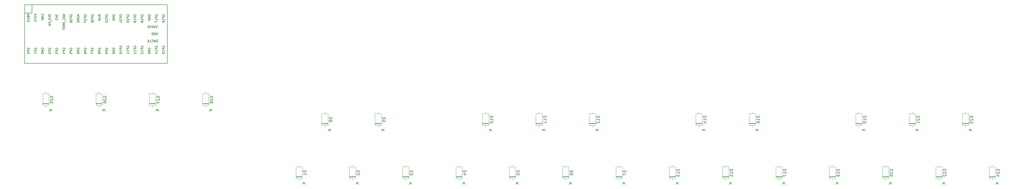
<source format=gbo>
G04 #@! TF.GenerationSoftware,KiCad,Pcbnew,8.0.3*
G04 #@! TF.CreationDate,2024-06-27T13:33:53-07:00*
G04 #@! TF.ProjectId,new midi keyboard,6e657720-6d69-4646-9920-6b6579626f61,rev?*
G04 #@! TF.SameCoordinates,Original*
G04 #@! TF.FileFunction,Legend,Bot*
G04 #@! TF.FilePolarity,Positive*
%FSLAX46Y46*%
G04 Gerber Fmt 4.6, Leading zero omitted, Abs format (unit mm)*
G04 Created by KiCad (PCBNEW 8.0.3) date 2024-06-27 13:33:53*
%MOMM*%
%LPD*%
G01*
G04 APERTURE LIST*
%ADD10C,0.150000*%
%ADD11C,0.120000*%
%ADD12C,1.982000*%
%ADD13C,2.490000*%
%ADD14C,1.750000*%
%ADD15C,4.000000*%
%ADD16C,2.500000*%
%ADD17O,1.700000X1.700000*%
%ADD18R,1.700000X1.700000*%
%ADD19R,1.600000X1.600000*%
%ADD20O,1.600000X1.600000*%
G04 APERTURE END LIST*
D10*
X73749640Y-58758868D02*
X73711545Y-58682678D01*
X73711545Y-58682678D02*
X73711545Y-58568392D01*
X73711545Y-58568392D02*
X73749640Y-58454106D01*
X73749640Y-58454106D02*
X73825830Y-58377916D01*
X73825830Y-58377916D02*
X73902021Y-58339821D01*
X73902021Y-58339821D02*
X74054402Y-58301725D01*
X74054402Y-58301725D02*
X74168688Y-58301725D01*
X74168688Y-58301725D02*
X74321069Y-58339821D01*
X74321069Y-58339821D02*
X74397259Y-58377916D01*
X74397259Y-58377916D02*
X74473450Y-58454106D01*
X74473450Y-58454106D02*
X74511545Y-58568392D01*
X74511545Y-58568392D02*
X74511545Y-58644583D01*
X74511545Y-58644583D02*
X74473450Y-58758868D01*
X74473450Y-58758868D02*
X74435354Y-58796964D01*
X74435354Y-58796964D02*
X74168688Y-58796964D01*
X74168688Y-58796964D02*
X74168688Y-58644583D01*
X74511545Y-59139821D02*
X73711545Y-59139821D01*
X73711545Y-59139821D02*
X73711545Y-59444583D01*
X73711545Y-59444583D02*
X73749640Y-59520773D01*
X73749640Y-59520773D02*
X73787735Y-59558868D01*
X73787735Y-59558868D02*
X73863926Y-59596964D01*
X73863926Y-59596964D02*
X73978211Y-59596964D01*
X73978211Y-59596964D02*
X74054402Y-59558868D01*
X74054402Y-59558868D02*
X74092497Y-59520773D01*
X74092497Y-59520773D02*
X74130592Y-59444583D01*
X74130592Y-59444583D02*
X74130592Y-59139821D01*
X73787735Y-59901725D02*
X73749640Y-59939821D01*
X73749640Y-59939821D02*
X73711545Y-60016011D01*
X73711545Y-60016011D02*
X73711545Y-60206487D01*
X73711545Y-60206487D02*
X73749640Y-60282678D01*
X73749640Y-60282678D02*
X73787735Y-60320773D01*
X73787735Y-60320773D02*
X73863926Y-60358868D01*
X73863926Y-60358868D02*
X73940116Y-60358868D01*
X73940116Y-60358868D02*
X74054402Y-60320773D01*
X74054402Y-60320773D02*
X74511545Y-59863630D01*
X74511545Y-59863630D02*
X74511545Y-60358868D01*
X73711545Y-60625535D02*
X73711545Y-61158869D01*
X73711545Y-61158869D02*
X74511545Y-60816011D01*
X99139640Y-58758868D02*
X99101545Y-58682678D01*
X99101545Y-58682678D02*
X99101545Y-58568392D01*
X99101545Y-58568392D02*
X99139640Y-58454106D01*
X99139640Y-58454106D02*
X99215830Y-58377916D01*
X99215830Y-58377916D02*
X99292021Y-58339821D01*
X99292021Y-58339821D02*
X99444402Y-58301725D01*
X99444402Y-58301725D02*
X99558688Y-58301725D01*
X99558688Y-58301725D02*
X99711069Y-58339821D01*
X99711069Y-58339821D02*
X99787259Y-58377916D01*
X99787259Y-58377916D02*
X99863450Y-58454106D01*
X99863450Y-58454106D02*
X99901545Y-58568392D01*
X99901545Y-58568392D02*
X99901545Y-58644583D01*
X99901545Y-58644583D02*
X99863450Y-58758868D01*
X99863450Y-58758868D02*
X99825354Y-58796964D01*
X99825354Y-58796964D02*
X99558688Y-58796964D01*
X99558688Y-58796964D02*
X99558688Y-58644583D01*
X99901545Y-59139821D02*
X99101545Y-59139821D01*
X99101545Y-59139821D02*
X99101545Y-59444583D01*
X99101545Y-59444583D02*
X99139640Y-59520773D01*
X99139640Y-59520773D02*
X99177735Y-59558868D01*
X99177735Y-59558868D02*
X99253926Y-59596964D01*
X99253926Y-59596964D02*
X99368211Y-59596964D01*
X99368211Y-59596964D02*
X99444402Y-59558868D01*
X99444402Y-59558868D02*
X99482497Y-59520773D01*
X99482497Y-59520773D02*
X99520592Y-59444583D01*
X99520592Y-59444583D02*
X99520592Y-59139821D01*
X99901545Y-60358868D02*
X99901545Y-59901725D01*
X99901545Y-60130297D02*
X99101545Y-60130297D01*
X99101545Y-60130297D02*
X99215830Y-60054106D01*
X99215830Y-60054106D02*
X99292021Y-59977916D01*
X99292021Y-59977916D02*
X99330116Y-59901725D01*
X99101545Y-60625535D02*
X99101545Y-61158869D01*
X99101545Y-61158869D02*
X99901545Y-60816011D01*
X91519640Y-69988868D02*
X91481545Y-69912678D01*
X91481545Y-69912678D02*
X91481545Y-69798392D01*
X91481545Y-69798392D02*
X91519640Y-69684106D01*
X91519640Y-69684106D02*
X91595830Y-69607916D01*
X91595830Y-69607916D02*
X91672021Y-69569821D01*
X91672021Y-69569821D02*
X91824402Y-69531725D01*
X91824402Y-69531725D02*
X91938688Y-69531725D01*
X91938688Y-69531725D02*
X92091069Y-69569821D01*
X92091069Y-69569821D02*
X92167259Y-69607916D01*
X92167259Y-69607916D02*
X92243450Y-69684106D01*
X92243450Y-69684106D02*
X92281545Y-69798392D01*
X92281545Y-69798392D02*
X92281545Y-69874583D01*
X92281545Y-69874583D02*
X92243450Y-69988868D01*
X92243450Y-69988868D02*
X92205354Y-70026964D01*
X92205354Y-70026964D02*
X91938688Y-70026964D01*
X91938688Y-70026964D02*
X91938688Y-69874583D01*
X92281545Y-70369821D02*
X91481545Y-70369821D01*
X91481545Y-70369821D02*
X91481545Y-70674583D01*
X91481545Y-70674583D02*
X91519640Y-70750773D01*
X91519640Y-70750773D02*
X91557735Y-70788868D01*
X91557735Y-70788868D02*
X91633926Y-70826964D01*
X91633926Y-70826964D02*
X91748211Y-70826964D01*
X91748211Y-70826964D02*
X91824402Y-70788868D01*
X91824402Y-70788868D02*
X91862497Y-70750773D01*
X91862497Y-70750773D02*
X91900592Y-70674583D01*
X91900592Y-70674583D02*
X91900592Y-70369821D01*
X92281545Y-71588868D02*
X92281545Y-71131725D01*
X92281545Y-71360297D02*
X91481545Y-71360297D01*
X91481545Y-71360297D02*
X91595830Y-71284106D01*
X91595830Y-71284106D02*
X91672021Y-71207916D01*
X91672021Y-71207916D02*
X91710116Y-71131725D01*
X91557735Y-71893630D02*
X91519640Y-71931726D01*
X91519640Y-71931726D02*
X91481545Y-72007916D01*
X91481545Y-72007916D02*
X91481545Y-72198392D01*
X91481545Y-72198392D02*
X91519640Y-72274583D01*
X91519640Y-72274583D02*
X91557735Y-72312678D01*
X91557735Y-72312678D02*
X91633926Y-72350773D01*
X91633926Y-72350773D02*
X91710116Y-72350773D01*
X91710116Y-72350773D02*
X91824402Y-72312678D01*
X91824402Y-72312678D02*
X92281545Y-71855535D01*
X92281545Y-71855535D02*
X92281545Y-72350773D01*
X101679640Y-69988868D02*
X101641545Y-69912678D01*
X101641545Y-69912678D02*
X101641545Y-69798392D01*
X101641545Y-69798392D02*
X101679640Y-69684106D01*
X101679640Y-69684106D02*
X101755830Y-69607916D01*
X101755830Y-69607916D02*
X101832021Y-69569821D01*
X101832021Y-69569821D02*
X101984402Y-69531725D01*
X101984402Y-69531725D02*
X102098688Y-69531725D01*
X102098688Y-69531725D02*
X102251069Y-69569821D01*
X102251069Y-69569821D02*
X102327259Y-69607916D01*
X102327259Y-69607916D02*
X102403450Y-69684106D01*
X102403450Y-69684106D02*
X102441545Y-69798392D01*
X102441545Y-69798392D02*
X102441545Y-69874583D01*
X102441545Y-69874583D02*
X102403450Y-69988868D01*
X102403450Y-69988868D02*
X102365354Y-70026964D01*
X102365354Y-70026964D02*
X102098688Y-70026964D01*
X102098688Y-70026964D02*
X102098688Y-69874583D01*
X102441545Y-70369821D02*
X101641545Y-70369821D01*
X101641545Y-70369821D02*
X101641545Y-70674583D01*
X101641545Y-70674583D02*
X101679640Y-70750773D01*
X101679640Y-70750773D02*
X101717735Y-70788868D01*
X101717735Y-70788868D02*
X101793926Y-70826964D01*
X101793926Y-70826964D02*
X101908211Y-70826964D01*
X101908211Y-70826964D02*
X101984402Y-70788868D01*
X101984402Y-70788868D02*
X102022497Y-70750773D01*
X102022497Y-70750773D02*
X102060592Y-70674583D01*
X102060592Y-70674583D02*
X102060592Y-70369821D01*
X102441545Y-71588868D02*
X102441545Y-71131725D01*
X102441545Y-71360297D02*
X101641545Y-71360297D01*
X101641545Y-71360297D02*
X101755830Y-71284106D01*
X101755830Y-71284106D02*
X101832021Y-71207916D01*
X101832021Y-71207916D02*
X101870116Y-71131725D01*
X101641545Y-72312678D02*
X101641545Y-71931726D01*
X101641545Y-71931726D02*
X102022497Y-71893630D01*
X102022497Y-71893630D02*
X101984402Y-71931726D01*
X101984402Y-71931726D02*
X101946307Y-72007916D01*
X101946307Y-72007916D02*
X101946307Y-72198392D01*
X101946307Y-72198392D02*
X101984402Y-72274583D01*
X101984402Y-72274583D02*
X102022497Y-72312678D01*
X102022497Y-72312678D02*
X102098688Y-72350773D01*
X102098688Y-72350773D02*
X102289164Y-72350773D01*
X102289164Y-72350773D02*
X102365354Y-72312678D01*
X102365354Y-72312678D02*
X102403450Y-72274583D01*
X102403450Y-72274583D02*
X102441545Y-72198392D01*
X102441545Y-72198392D02*
X102441545Y-72007916D01*
X102441545Y-72007916D02*
X102403450Y-71931726D01*
X102403450Y-71931726D02*
X102365354Y-71893630D01*
X71199640Y-70681726D02*
X71161545Y-70605536D01*
X71161545Y-70605536D02*
X71161545Y-70491250D01*
X71161545Y-70491250D02*
X71199640Y-70376964D01*
X71199640Y-70376964D02*
X71275830Y-70300774D01*
X71275830Y-70300774D02*
X71352021Y-70262679D01*
X71352021Y-70262679D02*
X71504402Y-70224583D01*
X71504402Y-70224583D02*
X71618688Y-70224583D01*
X71618688Y-70224583D02*
X71771069Y-70262679D01*
X71771069Y-70262679D02*
X71847259Y-70300774D01*
X71847259Y-70300774D02*
X71923450Y-70376964D01*
X71923450Y-70376964D02*
X71961545Y-70491250D01*
X71961545Y-70491250D02*
X71961545Y-70567441D01*
X71961545Y-70567441D02*
X71923450Y-70681726D01*
X71923450Y-70681726D02*
X71885354Y-70719822D01*
X71885354Y-70719822D02*
X71618688Y-70719822D01*
X71618688Y-70719822D02*
X71618688Y-70567441D01*
X71961545Y-71062679D02*
X71161545Y-71062679D01*
X71161545Y-71062679D02*
X71961545Y-71519822D01*
X71961545Y-71519822D02*
X71161545Y-71519822D01*
X71961545Y-71900774D02*
X71161545Y-71900774D01*
X71161545Y-71900774D02*
X71161545Y-72091250D01*
X71161545Y-72091250D02*
X71199640Y-72205536D01*
X71199640Y-72205536D02*
X71275830Y-72281726D01*
X71275830Y-72281726D02*
X71352021Y-72319821D01*
X71352021Y-72319821D02*
X71504402Y-72357917D01*
X71504402Y-72357917D02*
X71618688Y-72357917D01*
X71618688Y-72357917D02*
X71771069Y-72319821D01*
X71771069Y-72319821D02*
X71847259Y-72281726D01*
X71847259Y-72281726D02*
X71923450Y-72205536D01*
X71923450Y-72205536D02*
X71961545Y-72091250D01*
X71961545Y-72091250D02*
X71961545Y-71900774D01*
X86439640Y-69988868D02*
X86401545Y-69912678D01*
X86401545Y-69912678D02*
X86401545Y-69798392D01*
X86401545Y-69798392D02*
X86439640Y-69684106D01*
X86439640Y-69684106D02*
X86515830Y-69607916D01*
X86515830Y-69607916D02*
X86592021Y-69569821D01*
X86592021Y-69569821D02*
X86744402Y-69531725D01*
X86744402Y-69531725D02*
X86858688Y-69531725D01*
X86858688Y-69531725D02*
X87011069Y-69569821D01*
X87011069Y-69569821D02*
X87087259Y-69607916D01*
X87087259Y-69607916D02*
X87163450Y-69684106D01*
X87163450Y-69684106D02*
X87201545Y-69798392D01*
X87201545Y-69798392D02*
X87201545Y-69874583D01*
X87201545Y-69874583D02*
X87163450Y-69988868D01*
X87163450Y-69988868D02*
X87125354Y-70026964D01*
X87125354Y-70026964D02*
X86858688Y-70026964D01*
X86858688Y-70026964D02*
X86858688Y-69874583D01*
X87201545Y-70369821D02*
X86401545Y-70369821D01*
X86401545Y-70369821D02*
X86401545Y-70674583D01*
X86401545Y-70674583D02*
X86439640Y-70750773D01*
X86439640Y-70750773D02*
X86477735Y-70788868D01*
X86477735Y-70788868D02*
X86553926Y-70826964D01*
X86553926Y-70826964D02*
X86668211Y-70826964D01*
X86668211Y-70826964D02*
X86744402Y-70788868D01*
X86744402Y-70788868D02*
X86782497Y-70750773D01*
X86782497Y-70750773D02*
X86820592Y-70674583D01*
X86820592Y-70674583D02*
X86820592Y-70369821D01*
X87201545Y-71588868D02*
X87201545Y-71131725D01*
X87201545Y-71360297D02*
X86401545Y-71360297D01*
X86401545Y-71360297D02*
X86515830Y-71284106D01*
X86515830Y-71284106D02*
X86592021Y-71207916D01*
X86592021Y-71207916D02*
X86630116Y-71131725D01*
X86401545Y-72084107D02*
X86401545Y-72160297D01*
X86401545Y-72160297D02*
X86439640Y-72236488D01*
X86439640Y-72236488D02*
X86477735Y-72274583D01*
X86477735Y-72274583D02*
X86553926Y-72312678D01*
X86553926Y-72312678D02*
X86706307Y-72350773D01*
X86706307Y-72350773D02*
X86896783Y-72350773D01*
X86896783Y-72350773D02*
X87049164Y-72312678D01*
X87049164Y-72312678D02*
X87125354Y-72274583D01*
X87125354Y-72274583D02*
X87163450Y-72236488D01*
X87163450Y-72236488D02*
X87201545Y-72160297D01*
X87201545Y-72160297D02*
X87201545Y-72084107D01*
X87201545Y-72084107D02*
X87163450Y-72007916D01*
X87163450Y-72007916D02*
X87125354Y-71969821D01*
X87125354Y-71969821D02*
X87049164Y-71931726D01*
X87049164Y-71931726D02*
X86896783Y-71893630D01*
X86896783Y-71893630D02*
X86706307Y-71893630D01*
X86706307Y-71893630D02*
X86553926Y-71931726D01*
X86553926Y-71931726D02*
X86477735Y-71969821D01*
X86477735Y-71969821D02*
X86439640Y-72007916D01*
X86439640Y-72007916D02*
X86401545Y-72084107D01*
X81359640Y-58758868D02*
X81321545Y-58682678D01*
X81321545Y-58682678D02*
X81321545Y-58568392D01*
X81321545Y-58568392D02*
X81359640Y-58454106D01*
X81359640Y-58454106D02*
X81435830Y-58377916D01*
X81435830Y-58377916D02*
X81512021Y-58339821D01*
X81512021Y-58339821D02*
X81664402Y-58301725D01*
X81664402Y-58301725D02*
X81778688Y-58301725D01*
X81778688Y-58301725D02*
X81931069Y-58339821D01*
X81931069Y-58339821D02*
X82007259Y-58377916D01*
X82007259Y-58377916D02*
X82083450Y-58454106D01*
X82083450Y-58454106D02*
X82121545Y-58568392D01*
X82121545Y-58568392D02*
X82121545Y-58644583D01*
X82121545Y-58644583D02*
X82083450Y-58758868D01*
X82083450Y-58758868D02*
X82045354Y-58796964D01*
X82045354Y-58796964D02*
X81778688Y-58796964D01*
X81778688Y-58796964D02*
X81778688Y-58644583D01*
X82121545Y-59139821D02*
X81321545Y-59139821D01*
X81321545Y-59139821D02*
X81321545Y-59444583D01*
X81321545Y-59444583D02*
X81359640Y-59520773D01*
X81359640Y-59520773D02*
X81397735Y-59558868D01*
X81397735Y-59558868D02*
X81473926Y-59596964D01*
X81473926Y-59596964D02*
X81588211Y-59596964D01*
X81588211Y-59596964D02*
X81664402Y-59558868D01*
X81664402Y-59558868D02*
X81702497Y-59520773D01*
X81702497Y-59520773D02*
X81740592Y-59444583D01*
X81740592Y-59444583D02*
X81740592Y-59139821D01*
X81397735Y-59901725D02*
X81359640Y-59939821D01*
X81359640Y-59939821D02*
X81321545Y-60016011D01*
X81321545Y-60016011D02*
X81321545Y-60206487D01*
X81321545Y-60206487D02*
X81359640Y-60282678D01*
X81359640Y-60282678D02*
X81397735Y-60320773D01*
X81397735Y-60320773D02*
X81473926Y-60358868D01*
X81473926Y-60358868D02*
X81550116Y-60358868D01*
X81550116Y-60358868D02*
X81664402Y-60320773D01*
X81664402Y-60320773D02*
X82121545Y-59863630D01*
X82121545Y-59863630D02*
X82121545Y-60358868D01*
X81397735Y-60663630D02*
X81359640Y-60701726D01*
X81359640Y-60701726D02*
X81321545Y-60777916D01*
X81321545Y-60777916D02*
X81321545Y-60968392D01*
X81321545Y-60968392D02*
X81359640Y-61044583D01*
X81359640Y-61044583D02*
X81397735Y-61082678D01*
X81397735Y-61082678D02*
X81473926Y-61120773D01*
X81473926Y-61120773D02*
X81550116Y-61120773D01*
X81550116Y-61120773D02*
X81664402Y-61082678D01*
X81664402Y-61082678D02*
X82121545Y-60625535D01*
X82121545Y-60625535D02*
X82121545Y-61120773D01*
X58499640Y-70681726D02*
X58461545Y-70605536D01*
X58461545Y-70605536D02*
X58461545Y-70491250D01*
X58461545Y-70491250D02*
X58499640Y-70376964D01*
X58499640Y-70376964D02*
X58575830Y-70300774D01*
X58575830Y-70300774D02*
X58652021Y-70262679D01*
X58652021Y-70262679D02*
X58804402Y-70224583D01*
X58804402Y-70224583D02*
X58918688Y-70224583D01*
X58918688Y-70224583D02*
X59071069Y-70262679D01*
X59071069Y-70262679D02*
X59147259Y-70300774D01*
X59147259Y-70300774D02*
X59223450Y-70376964D01*
X59223450Y-70376964D02*
X59261545Y-70491250D01*
X59261545Y-70491250D02*
X59261545Y-70567441D01*
X59261545Y-70567441D02*
X59223450Y-70681726D01*
X59223450Y-70681726D02*
X59185354Y-70719822D01*
X59185354Y-70719822D02*
X58918688Y-70719822D01*
X58918688Y-70719822D02*
X58918688Y-70567441D01*
X59261545Y-71062679D02*
X58461545Y-71062679D01*
X58461545Y-71062679D02*
X59261545Y-71519822D01*
X59261545Y-71519822D02*
X58461545Y-71519822D01*
X59261545Y-71900774D02*
X58461545Y-71900774D01*
X58461545Y-71900774D02*
X58461545Y-72091250D01*
X58461545Y-72091250D02*
X58499640Y-72205536D01*
X58499640Y-72205536D02*
X58575830Y-72281726D01*
X58575830Y-72281726D02*
X58652021Y-72319821D01*
X58652021Y-72319821D02*
X58804402Y-72357917D01*
X58804402Y-72357917D02*
X58918688Y-72357917D01*
X58918688Y-72357917D02*
X59071069Y-72319821D01*
X59071069Y-72319821D02*
X59147259Y-72281726D01*
X59147259Y-72281726D02*
X59223450Y-72205536D01*
X59223450Y-72205536D02*
X59261545Y-72091250D01*
X59261545Y-72091250D02*
X59261545Y-71900774D01*
X83899640Y-70681726D02*
X83861545Y-70605536D01*
X83861545Y-70605536D02*
X83861545Y-70491250D01*
X83861545Y-70491250D02*
X83899640Y-70376964D01*
X83899640Y-70376964D02*
X83975830Y-70300774D01*
X83975830Y-70300774D02*
X84052021Y-70262679D01*
X84052021Y-70262679D02*
X84204402Y-70224583D01*
X84204402Y-70224583D02*
X84318688Y-70224583D01*
X84318688Y-70224583D02*
X84471069Y-70262679D01*
X84471069Y-70262679D02*
X84547259Y-70300774D01*
X84547259Y-70300774D02*
X84623450Y-70376964D01*
X84623450Y-70376964D02*
X84661545Y-70491250D01*
X84661545Y-70491250D02*
X84661545Y-70567441D01*
X84661545Y-70567441D02*
X84623450Y-70681726D01*
X84623450Y-70681726D02*
X84585354Y-70719822D01*
X84585354Y-70719822D02*
X84318688Y-70719822D01*
X84318688Y-70719822D02*
X84318688Y-70567441D01*
X84661545Y-71062679D02*
X83861545Y-71062679D01*
X83861545Y-71062679D02*
X84661545Y-71519822D01*
X84661545Y-71519822D02*
X83861545Y-71519822D01*
X84661545Y-71900774D02*
X83861545Y-71900774D01*
X83861545Y-71900774D02*
X83861545Y-72091250D01*
X83861545Y-72091250D02*
X83899640Y-72205536D01*
X83899640Y-72205536D02*
X83975830Y-72281726D01*
X83975830Y-72281726D02*
X84052021Y-72319821D01*
X84052021Y-72319821D02*
X84204402Y-72357917D01*
X84204402Y-72357917D02*
X84318688Y-72357917D01*
X84318688Y-72357917D02*
X84471069Y-72319821D01*
X84471069Y-72319821D02*
X84547259Y-72281726D01*
X84547259Y-72281726D02*
X84623450Y-72205536D01*
X84623450Y-72205536D02*
X84661545Y-72091250D01*
X84661545Y-72091250D02*
X84661545Y-71900774D01*
X66119640Y-70719821D02*
X66081545Y-70643631D01*
X66081545Y-70643631D02*
X66081545Y-70529345D01*
X66081545Y-70529345D02*
X66119640Y-70415059D01*
X66119640Y-70415059D02*
X66195830Y-70338869D01*
X66195830Y-70338869D02*
X66272021Y-70300774D01*
X66272021Y-70300774D02*
X66424402Y-70262678D01*
X66424402Y-70262678D02*
X66538688Y-70262678D01*
X66538688Y-70262678D02*
X66691069Y-70300774D01*
X66691069Y-70300774D02*
X66767259Y-70338869D01*
X66767259Y-70338869D02*
X66843450Y-70415059D01*
X66843450Y-70415059D02*
X66881545Y-70529345D01*
X66881545Y-70529345D02*
X66881545Y-70605536D01*
X66881545Y-70605536D02*
X66843450Y-70719821D01*
X66843450Y-70719821D02*
X66805354Y-70757917D01*
X66805354Y-70757917D02*
X66538688Y-70757917D01*
X66538688Y-70757917D02*
X66538688Y-70605536D01*
X66881545Y-71100774D02*
X66081545Y-71100774D01*
X66081545Y-71100774D02*
X66081545Y-71405536D01*
X66081545Y-71405536D02*
X66119640Y-71481726D01*
X66119640Y-71481726D02*
X66157735Y-71519821D01*
X66157735Y-71519821D02*
X66233926Y-71557917D01*
X66233926Y-71557917D02*
X66348211Y-71557917D01*
X66348211Y-71557917D02*
X66424402Y-71519821D01*
X66424402Y-71519821D02*
X66462497Y-71481726D01*
X66462497Y-71481726D02*
X66500592Y-71405536D01*
X66500592Y-71405536D02*
X66500592Y-71100774D01*
X66348211Y-72243631D02*
X66881545Y-72243631D01*
X66043450Y-72053155D02*
X66614878Y-71862678D01*
X66614878Y-71862678D02*
X66614878Y-72357917D01*
X55949640Y-70719821D02*
X55911545Y-70643631D01*
X55911545Y-70643631D02*
X55911545Y-70529345D01*
X55911545Y-70529345D02*
X55949640Y-70415059D01*
X55949640Y-70415059D02*
X56025830Y-70338869D01*
X56025830Y-70338869D02*
X56102021Y-70300774D01*
X56102021Y-70300774D02*
X56254402Y-70262678D01*
X56254402Y-70262678D02*
X56368688Y-70262678D01*
X56368688Y-70262678D02*
X56521069Y-70300774D01*
X56521069Y-70300774D02*
X56597259Y-70338869D01*
X56597259Y-70338869D02*
X56673450Y-70415059D01*
X56673450Y-70415059D02*
X56711545Y-70529345D01*
X56711545Y-70529345D02*
X56711545Y-70605536D01*
X56711545Y-70605536D02*
X56673450Y-70719821D01*
X56673450Y-70719821D02*
X56635354Y-70757917D01*
X56635354Y-70757917D02*
X56368688Y-70757917D01*
X56368688Y-70757917D02*
X56368688Y-70605536D01*
X56711545Y-71100774D02*
X55911545Y-71100774D01*
X55911545Y-71100774D02*
X55911545Y-71405536D01*
X55911545Y-71405536D02*
X55949640Y-71481726D01*
X55949640Y-71481726D02*
X55987735Y-71519821D01*
X55987735Y-71519821D02*
X56063926Y-71557917D01*
X56063926Y-71557917D02*
X56178211Y-71557917D01*
X56178211Y-71557917D02*
X56254402Y-71519821D01*
X56254402Y-71519821D02*
X56292497Y-71481726D01*
X56292497Y-71481726D02*
X56330592Y-71405536D01*
X56330592Y-71405536D02*
X56330592Y-71100774D01*
X56711545Y-72319821D02*
X56711545Y-71862678D01*
X56711545Y-72091250D02*
X55911545Y-72091250D01*
X55911545Y-72091250D02*
X56025830Y-72015059D01*
X56025830Y-72015059D02*
X56102021Y-71938869D01*
X56102021Y-71938869D02*
X56140116Y-71862678D01*
X53419640Y-70719821D02*
X53381545Y-70643631D01*
X53381545Y-70643631D02*
X53381545Y-70529345D01*
X53381545Y-70529345D02*
X53419640Y-70415059D01*
X53419640Y-70415059D02*
X53495830Y-70338869D01*
X53495830Y-70338869D02*
X53572021Y-70300774D01*
X53572021Y-70300774D02*
X53724402Y-70262678D01*
X53724402Y-70262678D02*
X53838688Y-70262678D01*
X53838688Y-70262678D02*
X53991069Y-70300774D01*
X53991069Y-70300774D02*
X54067259Y-70338869D01*
X54067259Y-70338869D02*
X54143450Y-70415059D01*
X54143450Y-70415059D02*
X54181545Y-70529345D01*
X54181545Y-70529345D02*
X54181545Y-70605536D01*
X54181545Y-70605536D02*
X54143450Y-70719821D01*
X54143450Y-70719821D02*
X54105354Y-70757917D01*
X54105354Y-70757917D02*
X53838688Y-70757917D01*
X53838688Y-70757917D02*
X53838688Y-70605536D01*
X54181545Y-71100774D02*
X53381545Y-71100774D01*
X53381545Y-71100774D02*
X53381545Y-71405536D01*
X53381545Y-71405536D02*
X53419640Y-71481726D01*
X53419640Y-71481726D02*
X53457735Y-71519821D01*
X53457735Y-71519821D02*
X53533926Y-71557917D01*
X53533926Y-71557917D02*
X53648211Y-71557917D01*
X53648211Y-71557917D02*
X53724402Y-71519821D01*
X53724402Y-71519821D02*
X53762497Y-71481726D01*
X53762497Y-71481726D02*
X53800592Y-71405536D01*
X53800592Y-71405536D02*
X53800592Y-71100774D01*
X53381545Y-72053155D02*
X53381545Y-72129345D01*
X53381545Y-72129345D02*
X53419640Y-72205536D01*
X53419640Y-72205536D02*
X53457735Y-72243631D01*
X53457735Y-72243631D02*
X53533926Y-72281726D01*
X53533926Y-72281726D02*
X53686307Y-72319821D01*
X53686307Y-72319821D02*
X53876783Y-72319821D01*
X53876783Y-72319821D02*
X54029164Y-72281726D01*
X54029164Y-72281726D02*
X54105354Y-72243631D01*
X54105354Y-72243631D02*
X54143450Y-72205536D01*
X54143450Y-72205536D02*
X54181545Y-72129345D01*
X54181545Y-72129345D02*
X54181545Y-72053155D01*
X54181545Y-72053155D02*
X54143450Y-71976964D01*
X54143450Y-71976964D02*
X54105354Y-71938869D01*
X54105354Y-71938869D02*
X54029164Y-71900774D01*
X54029164Y-71900774D02*
X53876783Y-71862678D01*
X53876783Y-71862678D02*
X53686307Y-71862678D01*
X53686307Y-71862678D02*
X53533926Y-71900774D01*
X53533926Y-71900774D02*
X53457735Y-71938869D01*
X53457735Y-71938869D02*
X53419640Y-71976964D01*
X53419640Y-71976964D02*
X53381545Y-72053155D01*
X79581545Y-58770774D02*
X79200592Y-58504107D01*
X79581545Y-58313631D02*
X78781545Y-58313631D01*
X78781545Y-58313631D02*
X78781545Y-58618393D01*
X78781545Y-58618393D02*
X78819640Y-58694583D01*
X78819640Y-58694583D02*
X78857735Y-58732678D01*
X78857735Y-58732678D02*
X78933926Y-58770774D01*
X78933926Y-58770774D02*
X79048211Y-58770774D01*
X79048211Y-58770774D02*
X79124402Y-58732678D01*
X79124402Y-58732678D02*
X79162497Y-58694583D01*
X79162497Y-58694583D02*
X79200592Y-58618393D01*
X79200592Y-58618393D02*
X79200592Y-58313631D01*
X78781545Y-59113631D02*
X79429164Y-59113631D01*
X79429164Y-59113631D02*
X79505354Y-59151726D01*
X79505354Y-59151726D02*
X79543450Y-59189821D01*
X79543450Y-59189821D02*
X79581545Y-59266012D01*
X79581545Y-59266012D02*
X79581545Y-59418393D01*
X79581545Y-59418393D02*
X79543450Y-59494583D01*
X79543450Y-59494583D02*
X79505354Y-59532678D01*
X79505354Y-59532678D02*
X79429164Y-59570774D01*
X79429164Y-59570774D02*
X78781545Y-59570774D01*
X79581545Y-59951726D02*
X78781545Y-59951726D01*
X78781545Y-59951726D02*
X79581545Y-60408869D01*
X79581545Y-60408869D02*
X78781545Y-60408869D01*
X99139640Y-69988868D02*
X99101545Y-69912678D01*
X99101545Y-69912678D02*
X99101545Y-69798392D01*
X99101545Y-69798392D02*
X99139640Y-69684106D01*
X99139640Y-69684106D02*
X99215830Y-69607916D01*
X99215830Y-69607916D02*
X99292021Y-69569821D01*
X99292021Y-69569821D02*
X99444402Y-69531725D01*
X99444402Y-69531725D02*
X99558688Y-69531725D01*
X99558688Y-69531725D02*
X99711069Y-69569821D01*
X99711069Y-69569821D02*
X99787259Y-69607916D01*
X99787259Y-69607916D02*
X99863450Y-69684106D01*
X99863450Y-69684106D02*
X99901545Y-69798392D01*
X99901545Y-69798392D02*
X99901545Y-69874583D01*
X99901545Y-69874583D02*
X99863450Y-69988868D01*
X99863450Y-69988868D02*
X99825354Y-70026964D01*
X99825354Y-70026964D02*
X99558688Y-70026964D01*
X99558688Y-70026964D02*
X99558688Y-69874583D01*
X99901545Y-70369821D02*
X99101545Y-70369821D01*
X99101545Y-70369821D02*
X99101545Y-70674583D01*
X99101545Y-70674583D02*
X99139640Y-70750773D01*
X99139640Y-70750773D02*
X99177735Y-70788868D01*
X99177735Y-70788868D02*
X99253926Y-70826964D01*
X99253926Y-70826964D02*
X99368211Y-70826964D01*
X99368211Y-70826964D02*
X99444402Y-70788868D01*
X99444402Y-70788868D02*
X99482497Y-70750773D01*
X99482497Y-70750773D02*
X99520592Y-70674583D01*
X99520592Y-70674583D02*
X99520592Y-70369821D01*
X99901545Y-71588868D02*
X99901545Y-71131725D01*
X99901545Y-71360297D02*
X99101545Y-71360297D01*
X99101545Y-71360297D02*
X99215830Y-71284106D01*
X99215830Y-71284106D02*
X99292021Y-71207916D01*
X99292021Y-71207916D02*
X99330116Y-71131725D01*
X99368211Y-72274583D02*
X99901545Y-72274583D01*
X99063450Y-72084107D02*
X99634878Y-71893630D01*
X99634878Y-71893630D02*
X99634878Y-72388869D01*
X94059640Y-69988868D02*
X94021545Y-69912678D01*
X94021545Y-69912678D02*
X94021545Y-69798392D01*
X94021545Y-69798392D02*
X94059640Y-69684106D01*
X94059640Y-69684106D02*
X94135830Y-69607916D01*
X94135830Y-69607916D02*
X94212021Y-69569821D01*
X94212021Y-69569821D02*
X94364402Y-69531725D01*
X94364402Y-69531725D02*
X94478688Y-69531725D01*
X94478688Y-69531725D02*
X94631069Y-69569821D01*
X94631069Y-69569821D02*
X94707259Y-69607916D01*
X94707259Y-69607916D02*
X94783450Y-69684106D01*
X94783450Y-69684106D02*
X94821545Y-69798392D01*
X94821545Y-69798392D02*
X94821545Y-69874583D01*
X94821545Y-69874583D02*
X94783450Y-69988868D01*
X94783450Y-69988868D02*
X94745354Y-70026964D01*
X94745354Y-70026964D02*
X94478688Y-70026964D01*
X94478688Y-70026964D02*
X94478688Y-69874583D01*
X94821545Y-70369821D02*
X94021545Y-70369821D01*
X94021545Y-70369821D02*
X94021545Y-70674583D01*
X94021545Y-70674583D02*
X94059640Y-70750773D01*
X94059640Y-70750773D02*
X94097735Y-70788868D01*
X94097735Y-70788868D02*
X94173926Y-70826964D01*
X94173926Y-70826964D02*
X94288211Y-70826964D01*
X94288211Y-70826964D02*
X94364402Y-70788868D01*
X94364402Y-70788868D02*
X94402497Y-70750773D01*
X94402497Y-70750773D02*
X94440592Y-70674583D01*
X94440592Y-70674583D02*
X94440592Y-70369821D01*
X94821545Y-71588868D02*
X94821545Y-71131725D01*
X94821545Y-71360297D02*
X94021545Y-71360297D01*
X94021545Y-71360297D02*
X94135830Y-71284106D01*
X94135830Y-71284106D02*
X94212021Y-71207916D01*
X94212021Y-71207916D02*
X94250116Y-71131725D01*
X94021545Y-71855535D02*
X94021545Y-72350773D01*
X94021545Y-72350773D02*
X94326307Y-72084107D01*
X94326307Y-72084107D02*
X94326307Y-72198392D01*
X94326307Y-72198392D02*
X94364402Y-72274583D01*
X94364402Y-72274583D02*
X94402497Y-72312678D01*
X94402497Y-72312678D02*
X94478688Y-72350773D01*
X94478688Y-72350773D02*
X94669164Y-72350773D01*
X94669164Y-72350773D02*
X94745354Y-72312678D01*
X94745354Y-72312678D02*
X94783450Y-72274583D01*
X94783450Y-72274583D02*
X94821545Y-72198392D01*
X94821545Y-72198392D02*
X94821545Y-71969821D01*
X94821545Y-71969821D02*
X94783450Y-71893630D01*
X94783450Y-71893630D02*
X94745354Y-71855535D01*
X58499640Y-58601726D02*
X58461545Y-58525536D01*
X58461545Y-58525536D02*
X58461545Y-58411250D01*
X58461545Y-58411250D02*
X58499640Y-58296964D01*
X58499640Y-58296964D02*
X58575830Y-58220774D01*
X58575830Y-58220774D02*
X58652021Y-58182679D01*
X58652021Y-58182679D02*
X58804402Y-58144583D01*
X58804402Y-58144583D02*
X58918688Y-58144583D01*
X58918688Y-58144583D02*
X59071069Y-58182679D01*
X59071069Y-58182679D02*
X59147259Y-58220774D01*
X59147259Y-58220774D02*
X59223450Y-58296964D01*
X59223450Y-58296964D02*
X59261545Y-58411250D01*
X59261545Y-58411250D02*
X59261545Y-58487441D01*
X59261545Y-58487441D02*
X59223450Y-58601726D01*
X59223450Y-58601726D02*
X59185354Y-58639822D01*
X59185354Y-58639822D02*
X58918688Y-58639822D01*
X58918688Y-58639822D02*
X58918688Y-58487441D01*
X59261545Y-58982679D02*
X58461545Y-58982679D01*
X58461545Y-58982679D02*
X59261545Y-59439822D01*
X59261545Y-59439822D02*
X58461545Y-59439822D01*
X59261545Y-59820774D02*
X58461545Y-59820774D01*
X58461545Y-59820774D02*
X58461545Y-60011250D01*
X58461545Y-60011250D02*
X58499640Y-60125536D01*
X58499640Y-60125536D02*
X58575830Y-60201726D01*
X58575830Y-60201726D02*
X58652021Y-60239821D01*
X58652021Y-60239821D02*
X58804402Y-60277917D01*
X58804402Y-60277917D02*
X58918688Y-60277917D01*
X58918688Y-60277917D02*
X59071069Y-60239821D01*
X59071069Y-60239821D02*
X59147259Y-60201726D01*
X59147259Y-60201726D02*
X59223450Y-60125536D01*
X59223450Y-60125536D02*
X59261545Y-60011250D01*
X59261545Y-60011250D02*
X59261545Y-59820774D01*
X61001545Y-58135059D02*
X61001545Y-58630297D01*
X61001545Y-58630297D02*
X61306307Y-58363631D01*
X61306307Y-58363631D02*
X61306307Y-58477916D01*
X61306307Y-58477916D02*
X61344402Y-58554107D01*
X61344402Y-58554107D02*
X61382497Y-58592202D01*
X61382497Y-58592202D02*
X61458688Y-58630297D01*
X61458688Y-58630297D02*
X61649164Y-58630297D01*
X61649164Y-58630297D02*
X61725354Y-58592202D01*
X61725354Y-58592202D02*
X61763450Y-58554107D01*
X61763450Y-58554107D02*
X61801545Y-58477916D01*
X61801545Y-58477916D02*
X61801545Y-58249345D01*
X61801545Y-58249345D02*
X61763450Y-58173154D01*
X61763450Y-58173154D02*
X61725354Y-58135059D01*
X61001545Y-58858869D02*
X61801545Y-59125536D01*
X61801545Y-59125536D02*
X61001545Y-59392202D01*
X61001545Y-59582678D02*
X61001545Y-60077916D01*
X61001545Y-60077916D02*
X61306307Y-59811250D01*
X61306307Y-59811250D02*
X61306307Y-59925535D01*
X61306307Y-59925535D02*
X61344402Y-60001726D01*
X61344402Y-60001726D02*
X61382497Y-60039821D01*
X61382497Y-60039821D02*
X61458688Y-60077916D01*
X61458688Y-60077916D02*
X61649164Y-60077916D01*
X61649164Y-60077916D02*
X61725354Y-60039821D01*
X61725354Y-60039821D02*
X61763450Y-60001726D01*
X61763450Y-60001726D02*
X61801545Y-59925535D01*
X61801545Y-59925535D02*
X61801545Y-59696964D01*
X61801545Y-59696964D02*
X61763450Y-59620773D01*
X61763450Y-59620773D02*
X61725354Y-59582678D01*
X61877735Y-60230298D02*
X61877735Y-60839821D01*
X61382497Y-61030298D02*
X61382497Y-61296964D01*
X61801545Y-61411250D02*
X61801545Y-61030298D01*
X61801545Y-61030298D02*
X61001545Y-61030298D01*
X61001545Y-61030298D02*
X61001545Y-61411250D01*
X61801545Y-61754108D02*
X61001545Y-61754108D01*
X61001545Y-61754108D02*
X61801545Y-62211251D01*
X61801545Y-62211251D02*
X61001545Y-62211251D01*
X68659640Y-58758868D02*
X68621545Y-58682678D01*
X68621545Y-58682678D02*
X68621545Y-58568392D01*
X68621545Y-58568392D02*
X68659640Y-58454106D01*
X68659640Y-58454106D02*
X68735830Y-58377916D01*
X68735830Y-58377916D02*
X68812021Y-58339821D01*
X68812021Y-58339821D02*
X68964402Y-58301725D01*
X68964402Y-58301725D02*
X69078688Y-58301725D01*
X69078688Y-58301725D02*
X69231069Y-58339821D01*
X69231069Y-58339821D02*
X69307259Y-58377916D01*
X69307259Y-58377916D02*
X69383450Y-58454106D01*
X69383450Y-58454106D02*
X69421545Y-58568392D01*
X69421545Y-58568392D02*
X69421545Y-58644583D01*
X69421545Y-58644583D02*
X69383450Y-58758868D01*
X69383450Y-58758868D02*
X69345354Y-58796964D01*
X69345354Y-58796964D02*
X69078688Y-58796964D01*
X69078688Y-58796964D02*
X69078688Y-58644583D01*
X69421545Y-59139821D02*
X68621545Y-59139821D01*
X68621545Y-59139821D02*
X68621545Y-59444583D01*
X68621545Y-59444583D02*
X68659640Y-59520773D01*
X68659640Y-59520773D02*
X68697735Y-59558868D01*
X68697735Y-59558868D02*
X68773926Y-59596964D01*
X68773926Y-59596964D02*
X68888211Y-59596964D01*
X68888211Y-59596964D02*
X68964402Y-59558868D01*
X68964402Y-59558868D02*
X69002497Y-59520773D01*
X69002497Y-59520773D02*
X69040592Y-59444583D01*
X69040592Y-59444583D02*
X69040592Y-59139821D01*
X68697735Y-59901725D02*
X68659640Y-59939821D01*
X68659640Y-59939821D02*
X68621545Y-60016011D01*
X68621545Y-60016011D02*
X68621545Y-60206487D01*
X68621545Y-60206487D02*
X68659640Y-60282678D01*
X68659640Y-60282678D02*
X68697735Y-60320773D01*
X68697735Y-60320773D02*
X68773926Y-60358868D01*
X68773926Y-60358868D02*
X68850116Y-60358868D01*
X68850116Y-60358868D02*
X68964402Y-60320773D01*
X68964402Y-60320773D02*
X69421545Y-59863630D01*
X69421545Y-59863630D02*
X69421545Y-60358868D01*
X68964402Y-60816011D02*
X68926307Y-60739821D01*
X68926307Y-60739821D02*
X68888211Y-60701726D01*
X68888211Y-60701726D02*
X68812021Y-60663630D01*
X68812021Y-60663630D02*
X68773926Y-60663630D01*
X68773926Y-60663630D02*
X68697735Y-60701726D01*
X68697735Y-60701726D02*
X68659640Y-60739821D01*
X68659640Y-60739821D02*
X68621545Y-60816011D01*
X68621545Y-60816011D02*
X68621545Y-60968392D01*
X68621545Y-60968392D02*
X68659640Y-61044583D01*
X68659640Y-61044583D02*
X68697735Y-61082678D01*
X68697735Y-61082678D02*
X68773926Y-61120773D01*
X68773926Y-61120773D02*
X68812021Y-61120773D01*
X68812021Y-61120773D02*
X68888211Y-61082678D01*
X68888211Y-61082678D02*
X68926307Y-61044583D01*
X68926307Y-61044583D02*
X68964402Y-60968392D01*
X68964402Y-60968392D02*
X68964402Y-60816011D01*
X68964402Y-60816011D02*
X69002497Y-60739821D01*
X69002497Y-60739821D02*
X69040592Y-60701726D01*
X69040592Y-60701726D02*
X69116783Y-60663630D01*
X69116783Y-60663630D02*
X69269164Y-60663630D01*
X69269164Y-60663630D02*
X69345354Y-60701726D01*
X69345354Y-60701726D02*
X69383450Y-60739821D01*
X69383450Y-60739821D02*
X69421545Y-60816011D01*
X69421545Y-60816011D02*
X69421545Y-60968392D01*
X69421545Y-60968392D02*
X69383450Y-61044583D01*
X69383450Y-61044583D02*
X69345354Y-61082678D01*
X69345354Y-61082678D02*
X69269164Y-61120773D01*
X69269164Y-61120773D02*
X69116783Y-61120773D01*
X69116783Y-61120773D02*
X69040592Y-61082678D01*
X69040592Y-61082678D02*
X69002497Y-61044583D01*
X69002497Y-61044583D02*
X68964402Y-60968392D01*
X66652973Y-58218392D02*
X66652973Y-58599345D01*
X66881545Y-58142202D02*
X66081545Y-58408869D01*
X66081545Y-58408869D02*
X66881545Y-58675535D01*
X66881545Y-58942202D02*
X66081545Y-58942202D01*
X66081545Y-58942202D02*
X66081545Y-59132678D01*
X66081545Y-59132678D02*
X66119640Y-59246964D01*
X66119640Y-59246964D02*
X66195830Y-59323154D01*
X66195830Y-59323154D02*
X66272021Y-59361249D01*
X66272021Y-59361249D02*
X66424402Y-59399345D01*
X66424402Y-59399345D02*
X66538688Y-59399345D01*
X66538688Y-59399345D02*
X66691069Y-59361249D01*
X66691069Y-59361249D02*
X66767259Y-59323154D01*
X66767259Y-59323154D02*
X66843450Y-59246964D01*
X66843450Y-59246964D02*
X66881545Y-59132678D01*
X66881545Y-59132678D02*
X66881545Y-58942202D01*
X66805354Y-60199345D02*
X66843450Y-60161249D01*
X66843450Y-60161249D02*
X66881545Y-60046964D01*
X66881545Y-60046964D02*
X66881545Y-59970773D01*
X66881545Y-59970773D02*
X66843450Y-59856487D01*
X66843450Y-59856487D02*
X66767259Y-59780297D01*
X66767259Y-59780297D02*
X66691069Y-59742202D01*
X66691069Y-59742202D02*
X66538688Y-59704106D01*
X66538688Y-59704106D02*
X66424402Y-59704106D01*
X66424402Y-59704106D02*
X66272021Y-59742202D01*
X66272021Y-59742202D02*
X66195830Y-59780297D01*
X66195830Y-59780297D02*
X66119640Y-59856487D01*
X66119640Y-59856487D02*
X66081545Y-59970773D01*
X66081545Y-59970773D02*
X66081545Y-60046964D01*
X66081545Y-60046964D02*
X66119640Y-60161249D01*
X66119640Y-60161249D02*
X66157735Y-60199345D01*
X66957735Y-60351726D02*
X66957735Y-60961249D01*
X66081545Y-61037440D02*
X66881545Y-61304107D01*
X66881545Y-61304107D02*
X66081545Y-61570773D01*
X66881545Y-62294583D02*
X66500592Y-62027916D01*
X66881545Y-61837440D02*
X66081545Y-61837440D01*
X66081545Y-61837440D02*
X66081545Y-62142202D01*
X66081545Y-62142202D02*
X66119640Y-62218392D01*
X66119640Y-62218392D02*
X66157735Y-62256487D01*
X66157735Y-62256487D02*
X66233926Y-62294583D01*
X66233926Y-62294583D02*
X66348211Y-62294583D01*
X66348211Y-62294583D02*
X66424402Y-62256487D01*
X66424402Y-62256487D02*
X66462497Y-62218392D01*
X66462497Y-62218392D02*
X66500592Y-62142202D01*
X66500592Y-62142202D02*
X66500592Y-61837440D01*
X66462497Y-62637440D02*
X66462497Y-62904106D01*
X66881545Y-63018392D02*
X66881545Y-62637440D01*
X66881545Y-62637440D02*
X66081545Y-62637440D01*
X66081545Y-62637440D02*
X66081545Y-63018392D01*
X66462497Y-63627916D02*
X66462497Y-63361250D01*
X66881545Y-63361250D02*
X66081545Y-63361250D01*
X66081545Y-63361250D02*
X66081545Y-63742202D01*
X91519640Y-58758868D02*
X91481545Y-58682678D01*
X91481545Y-58682678D02*
X91481545Y-58568392D01*
X91481545Y-58568392D02*
X91519640Y-58454106D01*
X91519640Y-58454106D02*
X91595830Y-58377916D01*
X91595830Y-58377916D02*
X91672021Y-58339821D01*
X91672021Y-58339821D02*
X91824402Y-58301725D01*
X91824402Y-58301725D02*
X91938688Y-58301725D01*
X91938688Y-58301725D02*
X92091069Y-58339821D01*
X92091069Y-58339821D02*
X92167259Y-58377916D01*
X92167259Y-58377916D02*
X92243450Y-58454106D01*
X92243450Y-58454106D02*
X92281545Y-58568392D01*
X92281545Y-58568392D02*
X92281545Y-58644583D01*
X92281545Y-58644583D02*
X92243450Y-58758868D01*
X92243450Y-58758868D02*
X92205354Y-58796964D01*
X92205354Y-58796964D02*
X91938688Y-58796964D01*
X91938688Y-58796964D02*
X91938688Y-58644583D01*
X92281545Y-59139821D02*
X91481545Y-59139821D01*
X91481545Y-59139821D02*
X91481545Y-59444583D01*
X91481545Y-59444583D02*
X91519640Y-59520773D01*
X91519640Y-59520773D02*
X91557735Y-59558868D01*
X91557735Y-59558868D02*
X91633926Y-59596964D01*
X91633926Y-59596964D02*
X91748211Y-59596964D01*
X91748211Y-59596964D02*
X91824402Y-59558868D01*
X91824402Y-59558868D02*
X91862497Y-59520773D01*
X91862497Y-59520773D02*
X91900592Y-59444583D01*
X91900592Y-59444583D02*
X91900592Y-59139821D01*
X92281545Y-60358868D02*
X92281545Y-59901725D01*
X92281545Y-60130297D02*
X91481545Y-60130297D01*
X91481545Y-60130297D02*
X91595830Y-60054106D01*
X91595830Y-60054106D02*
X91672021Y-59977916D01*
X91672021Y-59977916D02*
X91710116Y-59901725D01*
X92281545Y-60739821D02*
X92281545Y-60892202D01*
X92281545Y-60892202D02*
X92243450Y-60968392D01*
X92243450Y-60968392D02*
X92205354Y-61006488D01*
X92205354Y-61006488D02*
X92091069Y-61082678D01*
X92091069Y-61082678D02*
X91938688Y-61120773D01*
X91938688Y-61120773D02*
X91633926Y-61120773D01*
X91633926Y-61120773D02*
X91557735Y-61082678D01*
X91557735Y-61082678D02*
X91519640Y-61044583D01*
X91519640Y-61044583D02*
X91481545Y-60968392D01*
X91481545Y-60968392D02*
X91481545Y-60816011D01*
X91481545Y-60816011D02*
X91519640Y-60739821D01*
X91519640Y-60739821D02*
X91557735Y-60701726D01*
X91557735Y-60701726D02*
X91633926Y-60663630D01*
X91633926Y-60663630D02*
X91824402Y-60663630D01*
X91824402Y-60663630D02*
X91900592Y-60701726D01*
X91900592Y-60701726D02*
X91938688Y-60739821D01*
X91938688Y-60739821D02*
X91976783Y-60816011D01*
X91976783Y-60816011D02*
X91976783Y-60968392D01*
X91976783Y-60968392D02*
X91938688Y-61044583D01*
X91938688Y-61044583D02*
X91900592Y-61082678D01*
X91900592Y-61082678D02*
X91824402Y-61120773D01*
X73739640Y-70719821D02*
X73701545Y-70643631D01*
X73701545Y-70643631D02*
X73701545Y-70529345D01*
X73701545Y-70529345D02*
X73739640Y-70415059D01*
X73739640Y-70415059D02*
X73815830Y-70338869D01*
X73815830Y-70338869D02*
X73892021Y-70300774D01*
X73892021Y-70300774D02*
X74044402Y-70262678D01*
X74044402Y-70262678D02*
X74158688Y-70262678D01*
X74158688Y-70262678D02*
X74311069Y-70300774D01*
X74311069Y-70300774D02*
X74387259Y-70338869D01*
X74387259Y-70338869D02*
X74463450Y-70415059D01*
X74463450Y-70415059D02*
X74501545Y-70529345D01*
X74501545Y-70529345D02*
X74501545Y-70605536D01*
X74501545Y-70605536D02*
X74463450Y-70719821D01*
X74463450Y-70719821D02*
X74425354Y-70757917D01*
X74425354Y-70757917D02*
X74158688Y-70757917D01*
X74158688Y-70757917D02*
X74158688Y-70605536D01*
X74501545Y-71100774D02*
X73701545Y-71100774D01*
X73701545Y-71100774D02*
X73701545Y-71405536D01*
X73701545Y-71405536D02*
X73739640Y-71481726D01*
X73739640Y-71481726D02*
X73777735Y-71519821D01*
X73777735Y-71519821D02*
X73853926Y-71557917D01*
X73853926Y-71557917D02*
X73968211Y-71557917D01*
X73968211Y-71557917D02*
X74044402Y-71519821D01*
X74044402Y-71519821D02*
X74082497Y-71481726D01*
X74082497Y-71481726D02*
X74120592Y-71405536D01*
X74120592Y-71405536D02*
X74120592Y-71100774D01*
X73701545Y-72243631D02*
X73701545Y-72091250D01*
X73701545Y-72091250D02*
X73739640Y-72015059D01*
X73739640Y-72015059D02*
X73777735Y-71976964D01*
X73777735Y-71976964D02*
X73892021Y-71900774D01*
X73892021Y-71900774D02*
X74044402Y-71862678D01*
X74044402Y-71862678D02*
X74349164Y-71862678D01*
X74349164Y-71862678D02*
X74425354Y-71900774D01*
X74425354Y-71900774D02*
X74463450Y-71938869D01*
X74463450Y-71938869D02*
X74501545Y-72015059D01*
X74501545Y-72015059D02*
X74501545Y-72167440D01*
X74501545Y-72167440D02*
X74463450Y-72243631D01*
X74463450Y-72243631D02*
X74425354Y-72281726D01*
X74425354Y-72281726D02*
X74349164Y-72319821D01*
X74349164Y-72319821D02*
X74158688Y-72319821D01*
X74158688Y-72319821D02*
X74082497Y-72281726D01*
X74082497Y-72281726D02*
X74044402Y-72243631D01*
X74044402Y-72243631D02*
X74006307Y-72167440D01*
X74006307Y-72167440D02*
X74006307Y-72015059D01*
X74006307Y-72015059D02*
X74044402Y-71938869D01*
X74044402Y-71938869D02*
X74082497Y-71900774D01*
X74082497Y-71900774D02*
X74158688Y-71862678D01*
X76249640Y-70719821D02*
X76211545Y-70643631D01*
X76211545Y-70643631D02*
X76211545Y-70529345D01*
X76211545Y-70529345D02*
X76249640Y-70415059D01*
X76249640Y-70415059D02*
X76325830Y-70338869D01*
X76325830Y-70338869D02*
X76402021Y-70300774D01*
X76402021Y-70300774D02*
X76554402Y-70262678D01*
X76554402Y-70262678D02*
X76668688Y-70262678D01*
X76668688Y-70262678D02*
X76821069Y-70300774D01*
X76821069Y-70300774D02*
X76897259Y-70338869D01*
X76897259Y-70338869D02*
X76973450Y-70415059D01*
X76973450Y-70415059D02*
X77011545Y-70529345D01*
X77011545Y-70529345D02*
X77011545Y-70605536D01*
X77011545Y-70605536D02*
X76973450Y-70719821D01*
X76973450Y-70719821D02*
X76935354Y-70757917D01*
X76935354Y-70757917D02*
X76668688Y-70757917D01*
X76668688Y-70757917D02*
X76668688Y-70605536D01*
X77011545Y-71100774D02*
X76211545Y-71100774D01*
X76211545Y-71100774D02*
X76211545Y-71405536D01*
X76211545Y-71405536D02*
X76249640Y-71481726D01*
X76249640Y-71481726D02*
X76287735Y-71519821D01*
X76287735Y-71519821D02*
X76363926Y-71557917D01*
X76363926Y-71557917D02*
X76478211Y-71557917D01*
X76478211Y-71557917D02*
X76554402Y-71519821D01*
X76554402Y-71519821D02*
X76592497Y-71481726D01*
X76592497Y-71481726D02*
X76630592Y-71405536D01*
X76630592Y-71405536D02*
X76630592Y-71100774D01*
X76211545Y-71824583D02*
X76211545Y-72357917D01*
X76211545Y-72357917D02*
X77011545Y-72015059D01*
X76279640Y-58758868D02*
X76241545Y-58682678D01*
X76241545Y-58682678D02*
X76241545Y-58568392D01*
X76241545Y-58568392D02*
X76279640Y-58454106D01*
X76279640Y-58454106D02*
X76355830Y-58377916D01*
X76355830Y-58377916D02*
X76432021Y-58339821D01*
X76432021Y-58339821D02*
X76584402Y-58301725D01*
X76584402Y-58301725D02*
X76698688Y-58301725D01*
X76698688Y-58301725D02*
X76851069Y-58339821D01*
X76851069Y-58339821D02*
X76927259Y-58377916D01*
X76927259Y-58377916D02*
X77003450Y-58454106D01*
X77003450Y-58454106D02*
X77041545Y-58568392D01*
X77041545Y-58568392D02*
X77041545Y-58644583D01*
X77041545Y-58644583D02*
X77003450Y-58758868D01*
X77003450Y-58758868D02*
X76965354Y-58796964D01*
X76965354Y-58796964D02*
X76698688Y-58796964D01*
X76698688Y-58796964D02*
X76698688Y-58644583D01*
X77041545Y-59139821D02*
X76241545Y-59139821D01*
X76241545Y-59139821D02*
X76241545Y-59444583D01*
X76241545Y-59444583D02*
X76279640Y-59520773D01*
X76279640Y-59520773D02*
X76317735Y-59558868D01*
X76317735Y-59558868D02*
X76393926Y-59596964D01*
X76393926Y-59596964D02*
X76508211Y-59596964D01*
X76508211Y-59596964D02*
X76584402Y-59558868D01*
X76584402Y-59558868D02*
X76622497Y-59520773D01*
X76622497Y-59520773D02*
X76660592Y-59444583D01*
X76660592Y-59444583D02*
X76660592Y-59139821D01*
X76317735Y-59901725D02*
X76279640Y-59939821D01*
X76279640Y-59939821D02*
X76241545Y-60016011D01*
X76241545Y-60016011D02*
X76241545Y-60206487D01*
X76241545Y-60206487D02*
X76279640Y-60282678D01*
X76279640Y-60282678D02*
X76317735Y-60320773D01*
X76317735Y-60320773D02*
X76393926Y-60358868D01*
X76393926Y-60358868D02*
X76470116Y-60358868D01*
X76470116Y-60358868D02*
X76584402Y-60320773D01*
X76584402Y-60320773D02*
X77041545Y-59863630D01*
X77041545Y-59863630D02*
X77041545Y-60358868D01*
X76241545Y-61044583D02*
X76241545Y-60892202D01*
X76241545Y-60892202D02*
X76279640Y-60816011D01*
X76279640Y-60816011D02*
X76317735Y-60777916D01*
X76317735Y-60777916D02*
X76432021Y-60701726D01*
X76432021Y-60701726D02*
X76584402Y-60663630D01*
X76584402Y-60663630D02*
X76889164Y-60663630D01*
X76889164Y-60663630D02*
X76965354Y-60701726D01*
X76965354Y-60701726D02*
X77003450Y-60739821D01*
X77003450Y-60739821D02*
X77041545Y-60816011D01*
X77041545Y-60816011D02*
X77041545Y-60968392D01*
X77041545Y-60968392D02*
X77003450Y-61044583D01*
X77003450Y-61044583D02*
X76965354Y-61082678D01*
X76965354Y-61082678D02*
X76889164Y-61120773D01*
X76889164Y-61120773D02*
X76698688Y-61120773D01*
X76698688Y-61120773D02*
X76622497Y-61082678D01*
X76622497Y-61082678D02*
X76584402Y-61044583D01*
X76584402Y-61044583D02*
X76546307Y-60968392D01*
X76546307Y-60968392D02*
X76546307Y-60816011D01*
X76546307Y-60816011D02*
X76584402Y-60739821D01*
X76584402Y-60739821D02*
X76622497Y-60701726D01*
X76622497Y-60701726D02*
X76698688Y-60663630D01*
X99558773Y-64851640D02*
X99634963Y-64813545D01*
X99634963Y-64813545D02*
X99749249Y-64813545D01*
X99749249Y-64813545D02*
X99863535Y-64851640D01*
X99863535Y-64851640D02*
X99939725Y-64927830D01*
X99939725Y-64927830D02*
X99977820Y-65004021D01*
X99977820Y-65004021D02*
X100015916Y-65156402D01*
X100015916Y-65156402D02*
X100015916Y-65270688D01*
X100015916Y-65270688D02*
X99977820Y-65423069D01*
X99977820Y-65423069D02*
X99939725Y-65499259D01*
X99939725Y-65499259D02*
X99863535Y-65575450D01*
X99863535Y-65575450D02*
X99749249Y-65613545D01*
X99749249Y-65613545D02*
X99673058Y-65613545D01*
X99673058Y-65613545D02*
X99558773Y-65575450D01*
X99558773Y-65575450D02*
X99520677Y-65537354D01*
X99520677Y-65537354D02*
X99520677Y-65270688D01*
X99520677Y-65270688D02*
X99673058Y-65270688D01*
X99177820Y-65613545D02*
X99177820Y-64813545D01*
X99177820Y-64813545D02*
X98720677Y-65613545D01*
X98720677Y-65613545D02*
X98720677Y-64813545D01*
X98339725Y-65613545D02*
X98339725Y-64813545D01*
X98339725Y-64813545D02*
X98149249Y-64813545D01*
X98149249Y-64813545D02*
X98034963Y-64851640D01*
X98034963Y-64851640D02*
X97958773Y-64927830D01*
X97958773Y-64927830D02*
X97920678Y-65004021D01*
X97920678Y-65004021D02*
X97882582Y-65156402D01*
X97882582Y-65156402D02*
X97882582Y-65270688D01*
X97882582Y-65270688D02*
X97920678Y-65423069D01*
X97920678Y-65423069D02*
X97958773Y-65499259D01*
X97958773Y-65499259D02*
X98034963Y-65575450D01*
X98034963Y-65575450D02*
X98149249Y-65613545D01*
X98149249Y-65613545D02*
X98339725Y-65613545D01*
X53381545Y-57994583D02*
X54181545Y-58261250D01*
X54181545Y-58261250D02*
X53381545Y-58527916D01*
X53762497Y-59061249D02*
X53800592Y-59175535D01*
X53800592Y-59175535D02*
X53838688Y-59213630D01*
X53838688Y-59213630D02*
X53914878Y-59251726D01*
X53914878Y-59251726D02*
X54029164Y-59251726D01*
X54029164Y-59251726D02*
X54105354Y-59213630D01*
X54105354Y-59213630D02*
X54143450Y-59175535D01*
X54143450Y-59175535D02*
X54181545Y-59099345D01*
X54181545Y-59099345D02*
X54181545Y-58794583D01*
X54181545Y-58794583D02*
X53381545Y-58794583D01*
X53381545Y-58794583D02*
X53381545Y-59061249D01*
X53381545Y-59061249D02*
X53419640Y-59137440D01*
X53419640Y-59137440D02*
X53457735Y-59175535D01*
X53457735Y-59175535D02*
X53533926Y-59213630D01*
X53533926Y-59213630D02*
X53610116Y-59213630D01*
X53610116Y-59213630D02*
X53686307Y-59175535D01*
X53686307Y-59175535D02*
X53724402Y-59137440D01*
X53724402Y-59137440D02*
X53762497Y-59061249D01*
X53762497Y-59061249D02*
X53762497Y-58794583D01*
X53381545Y-59594583D02*
X54029164Y-59594583D01*
X54029164Y-59594583D02*
X54105354Y-59632678D01*
X54105354Y-59632678D02*
X54143450Y-59670773D01*
X54143450Y-59670773D02*
X54181545Y-59746964D01*
X54181545Y-59746964D02*
X54181545Y-59899345D01*
X54181545Y-59899345D02*
X54143450Y-59975535D01*
X54143450Y-59975535D02*
X54105354Y-60013630D01*
X54105354Y-60013630D02*
X54029164Y-60051726D01*
X54029164Y-60051726D02*
X53381545Y-60051726D01*
X54143450Y-60394582D02*
X54181545Y-60508868D01*
X54181545Y-60508868D02*
X54181545Y-60699344D01*
X54181545Y-60699344D02*
X54143450Y-60775535D01*
X54143450Y-60775535D02*
X54105354Y-60813630D01*
X54105354Y-60813630D02*
X54029164Y-60851725D01*
X54029164Y-60851725D02*
X53952973Y-60851725D01*
X53952973Y-60851725D02*
X53876783Y-60813630D01*
X53876783Y-60813630D02*
X53838688Y-60775535D01*
X53838688Y-60775535D02*
X53800592Y-60699344D01*
X53800592Y-60699344D02*
X53762497Y-60546963D01*
X53762497Y-60546963D02*
X53724402Y-60470773D01*
X53724402Y-60470773D02*
X53686307Y-60432678D01*
X53686307Y-60432678D02*
X53610116Y-60394582D01*
X53610116Y-60394582D02*
X53533926Y-60394582D01*
X53533926Y-60394582D02*
X53457735Y-60432678D01*
X53457735Y-60432678D02*
X53419640Y-60470773D01*
X53419640Y-60470773D02*
X53381545Y-60546963D01*
X53381545Y-60546963D02*
X53381545Y-60737440D01*
X53381545Y-60737440D02*
X53419640Y-60851725D01*
X88979640Y-58758868D02*
X88941545Y-58682678D01*
X88941545Y-58682678D02*
X88941545Y-58568392D01*
X88941545Y-58568392D02*
X88979640Y-58454106D01*
X88979640Y-58454106D02*
X89055830Y-58377916D01*
X89055830Y-58377916D02*
X89132021Y-58339821D01*
X89132021Y-58339821D02*
X89284402Y-58301725D01*
X89284402Y-58301725D02*
X89398688Y-58301725D01*
X89398688Y-58301725D02*
X89551069Y-58339821D01*
X89551069Y-58339821D02*
X89627259Y-58377916D01*
X89627259Y-58377916D02*
X89703450Y-58454106D01*
X89703450Y-58454106D02*
X89741545Y-58568392D01*
X89741545Y-58568392D02*
X89741545Y-58644583D01*
X89741545Y-58644583D02*
X89703450Y-58758868D01*
X89703450Y-58758868D02*
X89665354Y-58796964D01*
X89665354Y-58796964D02*
X89398688Y-58796964D01*
X89398688Y-58796964D02*
X89398688Y-58644583D01*
X89741545Y-59139821D02*
X88941545Y-59139821D01*
X88941545Y-59139821D02*
X88941545Y-59444583D01*
X88941545Y-59444583D02*
X88979640Y-59520773D01*
X88979640Y-59520773D02*
X89017735Y-59558868D01*
X89017735Y-59558868D02*
X89093926Y-59596964D01*
X89093926Y-59596964D02*
X89208211Y-59596964D01*
X89208211Y-59596964D02*
X89284402Y-59558868D01*
X89284402Y-59558868D02*
X89322497Y-59520773D01*
X89322497Y-59520773D02*
X89360592Y-59444583D01*
X89360592Y-59444583D02*
X89360592Y-59139821D01*
X89017735Y-59901725D02*
X88979640Y-59939821D01*
X88979640Y-59939821D02*
X88941545Y-60016011D01*
X88941545Y-60016011D02*
X88941545Y-60206487D01*
X88941545Y-60206487D02*
X88979640Y-60282678D01*
X88979640Y-60282678D02*
X89017735Y-60320773D01*
X89017735Y-60320773D02*
X89093926Y-60358868D01*
X89093926Y-60358868D02*
X89170116Y-60358868D01*
X89170116Y-60358868D02*
X89284402Y-60320773D01*
X89284402Y-60320773D02*
X89741545Y-59863630D01*
X89741545Y-59863630D02*
X89741545Y-60358868D01*
X88941545Y-60854107D02*
X88941545Y-60930297D01*
X88941545Y-60930297D02*
X88979640Y-61006488D01*
X88979640Y-61006488D02*
X89017735Y-61044583D01*
X89017735Y-61044583D02*
X89093926Y-61082678D01*
X89093926Y-61082678D02*
X89246307Y-61120773D01*
X89246307Y-61120773D02*
X89436783Y-61120773D01*
X89436783Y-61120773D02*
X89589164Y-61082678D01*
X89589164Y-61082678D02*
X89665354Y-61044583D01*
X89665354Y-61044583D02*
X89703450Y-61006488D01*
X89703450Y-61006488D02*
X89741545Y-60930297D01*
X89741545Y-60930297D02*
X89741545Y-60854107D01*
X89741545Y-60854107D02*
X89703450Y-60777916D01*
X89703450Y-60777916D02*
X89665354Y-60739821D01*
X89665354Y-60739821D02*
X89589164Y-60701726D01*
X89589164Y-60701726D02*
X89436783Y-60663630D01*
X89436783Y-60663630D02*
X89246307Y-60663630D01*
X89246307Y-60663630D02*
X89093926Y-60701726D01*
X89093926Y-60701726D02*
X89017735Y-60739821D01*
X89017735Y-60739821D02*
X88979640Y-60777916D01*
X88979640Y-60777916D02*
X88941545Y-60854107D01*
X55921545Y-58089821D02*
X56721545Y-58356488D01*
X56721545Y-58356488D02*
X55921545Y-58623154D01*
X56683450Y-58851725D02*
X56721545Y-58966011D01*
X56721545Y-58966011D02*
X56721545Y-59156487D01*
X56721545Y-59156487D02*
X56683450Y-59232678D01*
X56683450Y-59232678D02*
X56645354Y-59270773D01*
X56645354Y-59270773D02*
X56569164Y-59308868D01*
X56569164Y-59308868D02*
X56492973Y-59308868D01*
X56492973Y-59308868D02*
X56416783Y-59270773D01*
X56416783Y-59270773D02*
X56378688Y-59232678D01*
X56378688Y-59232678D02*
X56340592Y-59156487D01*
X56340592Y-59156487D02*
X56302497Y-59004106D01*
X56302497Y-59004106D02*
X56264402Y-58927916D01*
X56264402Y-58927916D02*
X56226307Y-58889821D01*
X56226307Y-58889821D02*
X56150116Y-58851725D01*
X56150116Y-58851725D02*
X56073926Y-58851725D01*
X56073926Y-58851725D02*
X55997735Y-58889821D01*
X55997735Y-58889821D02*
X55959640Y-58927916D01*
X55959640Y-58927916D02*
X55921545Y-59004106D01*
X55921545Y-59004106D02*
X55921545Y-59194583D01*
X55921545Y-59194583D02*
X55959640Y-59308868D01*
X56340592Y-59804107D02*
X56721545Y-59804107D01*
X55921545Y-59537440D02*
X56340592Y-59804107D01*
X56340592Y-59804107D02*
X55921545Y-60070773D01*
X56683450Y-60299344D02*
X56721545Y-60413630D01*
X56721545Y-60413630D02*
X56721545Y-60604106D01*
X56721545Y-60604106D02*
X56683450Y-60680297D01*
X56683450Y-60680297D02*
X56645354Y-60718392D01*
X56645354Y-60718392D02*
X56569164Y-60756487D01*
X56569164Y-60756487D02*
X56492973Y-60756487D01*
X56492973Y-60756487D02*
X56416783Y-60718392D01*
X56416783Y-60718392D02*
X56378688Y-60680297D01*
X56378688Y-60680297D02*
X56340592Y-60604106D01*
X56340592Y-60604106D02*
X56302497Y-60451725D01*
X56302497Y-60451725D02*
X56264402Y-60375535D01*
X56264402Y-60375535D02*
X56226307Y-60337440D01*
X56226307Y-60337440D02*
X56150116Y-60299344D01*
X56150116Y-60299344D02*
X56073926Y-60299344D01*
X56073926Y-60299344D02*
X55997735Y-60337440D01*
X55997735Y-60337440D02*
X55959640Y-60375535D01*
X55959640Y-60375535D02*
X55921545Y-60451725D01*
X55921545Y-60451725D02*
X55921545Y-60642202D01*
X55921545Y-60642202D02*
X55959640Y-60756487D01*
X83899640Y-58751726D02*
X83861545Y-58675536D01*
X83861545Y-58675536D02*
X83861545Y-58561250D01*
X83861545Y-58561250D02*
X83899640Y-58446964D01*
X83899640Y-58446964D02*
X83975830Y-58370774D01*
X83975830Y-58370774D02*
X84052021Y-58332679D01*
X84052021Y-58332679D02*
X84204402Y-58294583D01*
X84204402Y-58294583D02*
X84318688Y-58294583D01*
X84318688Y-58294583D02*
X84471069Y-58332679D01*
X84471069Y-58332679D02*
X84547259Y-58370774D01*
X84547259Y-58370774D02*
X84623450Y-58446964D01*
X84623450Y-58446964D02*
X84661545Y-58561250D01*
X84661545Y-58561250D02*
X84661545Y-58637441D01*
X84661545Y-58637441D02*
X84623450Y-58751726D01*
X84623450Y-58751726D02*
X84585354Y-58789822D01*
X84585354Y-58789822D02*
X84318688Y-58789822D01*
X84318688Y-58789822D02*
X84318688Y-58637441D01*
X84661545Y-59132679D02*
X83861545Y-59132679D01*
X83861545Y-59132679D02*
X84661545Y-59589822D01*
X84661545Y-59589822D02*
X83861545Y-59589822D01*
X84661545Y-59970774D02*
X83861545Y-59970774D01*
X83861545Y-59970774D02*
X83861545Y-60161250D01*
X83861545Y-60161250D02*
X83899640Y-60275536D01*
X83899640Y-60275536D02*
X83975830Y-60351726D01*
X83975830Y-60351726D02*
X84052021Y-60389821D01*
X84052021Y-60389821D02*
X84204402Y-60427917D01*
X84204402Y-60427917D02*
X84318688Y-60427917D01*
X84318688Y-60427917D02*
X84471069Y-60389821D01*
X84471069Y-60389821D02*
X84547259Y-60351726D01*
X84547259Y-60351726D02*
X84623450Y-60275536D01*
X84623450Y-60275536D02*
X84661545Y-60161250D01*
X84661545Y-60161250D02*
X84661545Y-59970774D01*
X68659640Y-70719821D02*
X68621545Y-70643631D01*
X68621545Y-70643631D02*
X68621545Y-70529345D01*
X68621545Y-70529345D02*
X68659640Y-70415059D01*
X68659640Y-70415059D02*
X68735830Y-70338869D01*
X68735830Y-70338869D02*
X68812021Y-70300774D01*
X68812021Y-70300774D02*
X68964402Y-70262678D01*
X68964402Y-70262678D02*
X69078688Y-70262678D01*
X69078688Y-70262678D02*
X69231069Y-70300774D01*
X69231069Y-70300774D02*
X69307259Y-70338869D01*
X69307259Y-70338869D02*
X69383450Y-70415059D01*
X69383450Y-70415059D02*
X69421545Y-70529345D01*
X69421545Y-70529345D02*
X69421545Y-70605536D01*
X69421545Y-70605536D02*
X69383450Y-70719821D01*
X69383450Y-70719821D02*
X69345354Y-70757917D01*
X69345354Y-70757917D02*
X69078688Y-70757917D01*
X69078688Y-70757917D02*
X69078688Y-70605536D01*
X69421545Y-71100774D02*
X68621545Y-71100774D01*
X68621545Y-71100774D02*
X68621545Y-71405536D01*
X68621545Y-71405536D02*
X68659640Y-71481726D01*
X68659640Y-71481726D02*
X68697735Y-71519821D01*
X68697735Y-71519821D02*
X68773926Y-71557917D01*
X68773926Y-71557917D02*
X68888211Y-71557917D01*
X68888211Y-71557917D02*
X68964402Y-71519821D01*
X68964402Y-71519821D02*
X69002497Y-71481726D01*
X69002497Y-71481726D02*
X69040592Y-71405536D01*
X69040592Y-71405536D02*
X69040592Y-71100774D01*
X68621545Y-72281726D02*
X68621545Y-71900774D01*
X68621545Y-71900774D02*
X69002497Y-71862678D01*
X69002497Y-71862678D02*
X68964402Y-71900774D01*
X68964402Y-71900774D02*
X68926307Y-71976964D01*
X68926307Y-71976964D02*
X68926307Y-72167440D01*
X68926307Y-72167440D02*
X68964402Y-72243631D01*
X68964402Y-72243631D02*
X69002497Y-72281726D01*
X69002497Y-72281726D02*
X69078688Y-72319821D01*
X69078688Y-72319821D02*
X69269164Y-72319821D01*
X69269164Y-72319821D02*
X69345354Y-72281726D01*
X69345354Y-72281726D02*
X69383450Y-72243631D01*
X69383450Y-72243631D02*
X69421545Y-72167440D01*
X69421545Y-72167440D02*
X69421545Y-71976964D01*
X69421545Y-71976964D02*
X69383450Y-71900774D01*
X69383450Y-71900774D02*
X69345354Y-71862678D01*
X63541545Y-58220773D02*
X63541545Y-58716011D01*
X63541545Y-58716011D02*
X63846307Y-58449345D01*
X63846307Y-58449345D02*
X63846307Y-58563630D01*
X63846307Y-58563630D02*
X63884402Y-58639821D01*
X63884402Y-58639821D02*
X63922497Y-58677916D01*
X63922497Y-58677916D02*
X63998688Y-58716011D01*
X63998688Y-58716011D02*
X64189164Y-58716011D01*
X64189164Y-58716011D02*
X64265354Y-58677916D01*
X64265354Y-58677916D02*
X64303450Y-58639821D01*
X64303450Y-58639821D02*
X64341545Y-58563630D01*
X64341545Y-58563630D02*
X64341545Y-58335059D01*
X64341545Y-58335059D02*
X64303450Y-58258868D01*
X64303450Y-58258868D02*
X64265354Y-58220773D01*
X63541545Y-58944583D02*
X64341545Y-59211250D01*
X64341545Y-59211250D02*
X63541545Y-59477916D01*
X63541545Y-59668392D02*
X63541545Y-60163630D01*
X63541545Y-60163630D02*
X63846307Y-59896964D01*
X63846307Y-59896964D02*
X63846307Y-60011249D01*
X63846307Y-60011249D02*
X63884402Y-60087440D01*
X63884402Y-60087440D02*
X63922497Y-60125535D01*
X63922497Y-60125535D02*
X63998688Y-60163630D01*
X63998688Y-60163630D02*
X64189164Y-60163630D01*
X64189164Y-60163630D02*
X64265354Y-60125535D01*
X64265354Y-60125535D02*
X64303450Y-60087440D01*
X64303450Y-60087440D02*
X64341545Y-60011249D01*
X64341545Y-60011249D02*
X64341545Y-59782678D01*
X64341545Y-59782678D02*
X64303450Y-59706487D01*
X64303450Y-59706487D02*
X64265354Y-59668392D01*
X81359640Y-70719821D02*
X81321545Y-70643631D01*
X81321545Y-70643631D02*
X81321545Y-70529345D01*
X81321545Y-70529345D02*
X81359640Y-70415059D01*
X81359640Y-70415059D02*
X81435830Y-70338869D01*
X81435830Y-70338869D02*
X81512021Y-70300774D01*
X81512021Y-70300774D02*
X81664402Y-70262678D01*
X81664402Y-70262678D02*
X81778688Y-70262678D01*
X81778688Y-70262678D02*
X81931069Y-70300774D01*
X81931069Y-70300774D02*
X82007259Y-70338869D01*
X82007259Y-70338869D02*
X82083450Y-70415059D01*
X82083450Y-70415059D02*
X82121545Y-70529345D01*
X82121545Y-70529345D02*
X82121545Y-70605536D01*
X82121545Y-70605536D02*
X82083450Y-70719821D01*
X82083450Y-70719821D02*
X82045354Y-70757917D01*
X82045354Y-70757917D02*
X81778688Y-70757917D01*
X81778688Y-70757917D02*
X81778688Y-70605536D01*
X82121545Y-71100774D02*
X81321545Y-71100774D01*
X81321545Y-71100774D02*
X81321545Y-71405536D01*
X81321545Y-71405536D02*
X81359640Y-71481726D01*
X81359640Y-71481726D02*
X81397735Y-71519821D01*
X81397735Y-71519821D02*
X81473926Y-71557917D01*
X81473926Y-71557917D02*
X81588211Y-71557917D01*
X81588211Y-71557917D02*
X81664402Y-71519821D01*
X81664402Y-71519821D02*
X81702497Y-71481726D01*
X81702497Y-71481726D02*
X81740592Y-71405536D01*
X81740592Y-71405536D02*
X81740592Y-71100774D01*
X82121545Y-71938869D02*
X82121545Y-72091250D01*
X82121545Y-72091250D02*
X82083450Y-72167440D01*
X82083450Y-72167440D02*
X82045354Y-72205536D01*
X82045354Y-72205536D02*
X81931069Y-72281726D01*
X81931069Y-72281726D02*
X81778688Y-72319821D01*
X81778688Y-72319821D02*
X81473926Y-72319821D01*
X81473926Y-72319821D02*
X81397735Y-72281726D01*
X81397735Y-72281726D02*
X81359640Y-72243631D01*
X81359640Y-72243631D02*
X81321545Y-72167440D01*
X81321545Y-72167440D02*
X81321545Y-72015059D01*
X81321545Y-72015059D02*
X81359640Y-71938869D01*
X81359640Y-71938869D02*
X81397735Y-71900774D01*
X81397735Y-71900774D02*
X81473926Y-71862678D01*
X81473926Y-71862678D02*
X81664402Y-71862678D01*
X81664402Y-71862678D02*
X81740592Y-71900774D01*
X81740592Y-71900774D02*
X81778688Y-71938869D01*
X81778688Y-71938869D02*
X81816783Y-72015059D01*
X81816783Y-72015059D02*
X81816783Y-72167440D01*
X81816783Y-72167440D02*
X81778688Y-72243631D01*
X81778688Y-72243631D02*
X81740592Y-72281726D01*
X81740592Y-72281726D02*
X81664402Y-72319821D01*
X78819640Y-70719821D02*
X78781545Y-70643631D01*
X78781545Y-70643631D02*
X78781545Y-70529345D01*
X78781545Y-70529345D02*
X78819640Y-70415059D01*
X78819640Y-70415059D02*
X78895830Y-70338869D01*
X78895830Y-70338869D02*
X78972021Y-70300774D01*
X78972021Y-70300774D02*
X79124402Y-70262678D01*
X79124402Y-70262678D02*
X79238688Y-70262678D01*
X79238688Y-70262678D02*
X79391069Y-70300774D01*
X79391069Y-70300774D02*
X79467259Y-70338869D01*
X79467259Y-70338869D02*
X79543450Y-70415059D01*
X79543450Y-70415059D02*
X79581545Y-70529345D01*
X79581545Y-70529345D02*
X79581545Y-70605536D01*
X79581545Y-70605536D02*
X79543450Y-70719821D01*
X79543450Y-70719821D02*
X79505354Y-70757917D01*
X79505354Y-70757917D02*
X79238688Y-70757917D01*
X79238688Y-70757917D02*
X79238688Y-70605536D01*
X79581545Y-71100774D02*
X78781545Y-71100774D01*
X78781545Y-71100774D02*
X78781545Y-71405536D01*
X78781545Y-71405536D02*
X78819640Y-71481726D01*
X78819640Y-71481726D02*
X78857735Y-71519821D01*
X78857735Y-71519821D02*
X78933926Y-71557917D01*
X78933926Y-71557917D02*
X79048211Y-71557917D01*
X79048211Y-71557917D02*
X79124402Y-71519821D01*
X79124402Y-71519821D02*
X79162497Y-71481726D01*
X79162497Y-71481726D02*
X79200592Y-71405536D01*
X79200592Y-71405536D02*
X79200592Y-71100774D01*
X79124402Y-72015059D02*
X79086307Y-71938869D01*
X79086307Y-71938869D02*
X79048211Y-71900774D01*
X79048211Y-71900774D02*
X78972021Y-71862678D01*
X78972021Y-71862678D02*
X78933926Y-71862678D01*
X78933926Y-71862678D02*
X78857735Y-71900774D01*
X78857735Y-71900774D02*
X78819640Y-71938869D01*
X78819640Y-71938869D02*
X78781545Y-72015059D01*
X78781545Y-72015059D02*
X78781545Y-72167440D01*
X78781545Y-72167440D02*
X78819640Y-72243631D01*
X78819640Y-72243631D02*
X78857735Y-72281726D01*
X78857735Y-72281726D02*
X78933926Y-72319821D01*
X78933926Y-72319821D02*
X78972021Y-72319821D01*
X78972021Y-72319821D02*
X79048211Y-72281726D01*
X79048211Y-72281726D02*
X79086307Y-72243631D01*
X79086307Y-72243631D02*
X79124402Y-72167440D01*
X79124402Y-72167440D02*
X79124402Y-72015059D01*
X79124402Y-72015059D02*
X79162497Y-71938869D01*
X79162497Y-71938869D02*
X79200592Y-71900774D01*
X79200592Y-71900774D02*
X79276783Y-71862678D01*
X79276783Y-71862678D02*
X79429164Y-71862678D01*
X79429164Y-71862678D02*
X79505354Y-71900774D01*
X79505354Y-71900774D02*
X79543450Y-71938869D01*
X79543450Y-71938869D02*
X79581545Y-72015059D01*
X79581545Y-72015059D02*
X79581545Y-72167440D01*
X79581545Y-72167440D02*
X79543450Y-72243631D01*
X79543450Y-72243631D02*
X79505354Y-72281726D01*
X79505354Y-72281726D02*
X79429164Y-72319821D01*
X79429164Y-72319821D02*
X79276783Y-72319821D01*
X79276783Y-72319821D02*
X79200592Y-72281726D01*
X79200592Y-72281726D02*
X79162497Y-72243631D01*
X79162497Y-72243631D02*
X79124402Y-72167440D01*
X94059640Y-58758868D02*
X94021545Y-58682678D01*
X94021545Y-58682678D02*
X94021545Y-58568392D01*
X94021545Y-58568392D02*
X94059640Y-58454106D01*
X94059640Y-58454106D02*
X94135830Y-58377916D01*
X94135830Y-58377916D02*
X94212021Y-58339821D01*
X94212021Y-58339821D02*
X94364402Y-58301725D01*
X94364402Y-58301725D02*
X94478688Y-58301725D01*
X94478688Y-58301725D02*
X94631069Y-58339821D01*
X94631069Y-58339821D02*
X94707259Y-58377916D01*
X94707259Y-58377916D02*
X94783450Y-58454106D01*
X94783450Y-58454106D02*
X94821545Y-58568392D01*
X94821545Y-58568392D02*
X94821545Y-58644583D01*
X94821545Y-58644583D02*
X94783450Y-58758868D01*
X94783450Y-58758868D02*
X94745354Y-58796964D01*
X94745354Y-58796964D02*
X94478688Y-58796964D01*
X94478688Y-58796964D02*
X94478688Y-58644583D01*
X94821545Y-59139821D02*
X94021545Y-59139821D01*
X94021545Y-59139821D02*
X94021545Y-59444583D01*
X94021545Y-59444583D02*
X94059640Y-59520773D01*
X94059640Y-59520773D02*
X94097735Y-59558868D01*
X94097735Y-59558868D02*
X94173926Y-59596964D01*
X94173926Y-59596964D02*
X94288211Y-59596964D01*
X94288211Y-59596964D02*
X94364402Y-59558868D01*
X94364402Y-59558868D02*
X94402497Y-59520773D01*
X94402497Y-59520773D02*
X94440592Y-59444583D01*
X94440592Y-59444583D02*
X94440592Y-59139821D01*
X94821545Y-60358868D02*
X94821545Y-59901725D01*
X94821545Y-60130297D02*
X94021545Y-60130297D01*
X94021545Y-60130297D02*
X94135830Y-60054106D01*
X94135830Y-60054106D02*
X94212021Y-59977916D01*
X94212021Y-59977916D02*
X94250116Y-59901725D01*
X94364402Y-60816011D02*
X94326307Y-60739821D01*
X94326307Y-60739821D02*
X94288211Y-60701726D01*
X94288211Y-60701726D02*
X94212021Y-60663630D01*
X94212021Y-60663630D02*
X94173926Y-60663630D01*
X94173926Y-60663630D02*
X94097735Y-60701726D01*
X94097735Y-60701726D02*
X94059640Y-60739821D01*
X94059640Y-60739821D02*
X94021545Y-60816011D01*
X94021545Y-60816011D02*
X94021545Y-60968392D01*
X94021545Y-60968392D02*
X94059640Y-61044583D01*
X94059640Y-61044583D02*
X94097735Y-61082678D01*
X94097735Y-61082678D02*
X94173926Y-61120773D01*
X94173926Y-61120773D02*
X94212021Y-61120773D01*
X94212021Y-61120773D02*
X94288211Y-61082678D01*
X94288211Y-61082678D02*
X94326307Y-61044583D01*
X94326307Y-61044583D02*
X94364402Y-60968392D01*
X94364402Y-60968392D02*
X94364402Y-60816011D01*
X94364402Y-60816011D02*
X94402497Y-60739821D01*
X94402497Y-60739821D02*
X94440592Y-60701726D01*
X94440592Y-60701726D02*
X94516783Y-60663630D01*
X94516783Y-60663630D02*
X94669164Y-60663630D01*
X94669164Y-60663630D02*
X94745354Y-60701726D01*
X94745354Y-60701726D02*
X94783450Y-60739821D01*
X94783450Y-60739821D02*
X94821545Y-60816011D01*
X94821545Y-60816011D02*
X94821545Y-60968392D01*
X94821545Y-60968392D02*
X94783450Y-61044583D01*
X94783450Y-61044583D02*
X94745354Y-61082678D01*
X94745354Y-61082678D02*
X94669164Y-61120773D01*
X94669164Y-61120773D02*
X94516783Y-61120773D01*
X94516783Y-61120773D02*
X94440592Y-61082678D01*
X94440592Y-61082678D02*
X94402497Y-61044583D01*
X94402497Y-61044583D02*
X94364402Y-60968392D01*
X86449640Y-58758868D02*
X86411545Y-58682678D01*
X86411545Y-58682678D02*
X86411545Y-58568392D01*
X86411545Y-58568392D02*
X86449640Y-58454106D01*
X86449640Y-58454106D02*
X86525830Y-58377916D01*
X86525830Y-58377916D02*
X86602021Y-58339821D01*
X86602021Y-58339821D02*
X86754402Y-58301725D01*
X86754402Y-58301725D02*
X86868688Y-58301725D01*
X86868688Y-58301725D02*
X87021069Y-58339821D01*
X87021069Y-58339821D02*
X87097259Y-58377916D01*
X87097259Y-58377916D02*
X87173450Y-58454106D01*
X87173450Y-58454106D02*
X87211545Y-58568392D01*
X87211545Y-58568392D02*
X87211545Y-58644583D01*
X87211545Y-58644583D02*
X87173450Y-58758868D01*
X87173450Y-58758868D02*
X87135354Y-58796964D01*
X87135354Y-58796964D02*
X86868688Y-58796964D01*
X86868688Y-58796964D02*
X86868688Y-58644583D01*
X87211545Y-59139821D02*
X86411545Y-59139821D01*
X86411545Y-59139821D02*
X86411545Y-59444583D01*
X86411545Y-59444583D02*
X86449640Y-59520773D01*
X86449640Y-59520773D02*
X86487735Y-59558868D01*
X86487735Y-59558868D02*
X86563926Y-59596964D01*
X86563926Y-59596964D02*
X86678211Y-59596964D01*
X86678211Y-59596964D02*
X86754402Y-59558868D01*
X86754402Y-59558868D02*
X86792497Y-59520773D01*
X86792497Y-59520773D02*
X86830592Y-59444583D01*
X86830592Y-59444583D02*
X86830592Y-59139821D01*
X86487735Y-59901725D02*
X86449640Y-59939821D01*
X86449640Y-59939821D02*
X86411545Y-60016011D01*
X86411545Y-60016011D02*
X86411545Y-60206487D01*
X86411545Y-60206487D02*
X86449640Y-60282678D01*
X86449640Y-60282678D02*
X86487735Y-60320773D01*
X86487735Y-60320773D02*
X86563926Y-60358868D01*
X86563926Y-60358868D02*
X86640116Y-60358868D01*
X86640116Y-60358868D02*
X86754402Y-60320773D01*
X86754402Y-60320773D02*
X87211545Y-59863630D01*
X87211545Y-59863630D02*
X87211545Y-60358868D01*
X87211545Y-61120773D02*
X87211545Y-60663630D01*
X87211545Y-60892202D02*
X86411545Y-60892202D01*
X86411545Y-60892202D02*
X86525830Y-60816011D01*
X86525830Y-60816011D02*
X86602021Y-60739821D01*
X86602021Y-60739821D02*
X86640116Y-60663630D01*
X96599640Y-58751726D02*
X96561545Y-58675536D01*
X96561545Y-58675536D02*
X96561545Y-58561250D01*
X96561545Y-58561250D02*
X96599640Y-58446964D01*
X96599640Y-58446964D02*
X96675830Y-58370774D01*
X96675830Y-58370774D02*
X96752021Y-58332679D01*
X96752021Y-58332679D02*
X96904402Y-58294583D01*
X96904402Y-58294583D02*
X97018688Y-58294583D01*
X97018688Y-58294583D02*
X97171069Y-58332679D01*
X97171069Y-58332679D02*
X97247259Y-58370774D01*
X97247259Y-58370774D02*
X97323450Y-58446964D01*
X97323450Y-58446964D02*
X97361545Y-58561250D01*
X97361545Y-58561250D02*
X97361545Y-58637441D01*
X97361545Y-58637441D02*
X97323450Y-58751726D01*
X97323450Y-58751726D02*
X97285354Y-58789822D01*
X97285354Y-58789822D02*
X97018688Y-58789822D01*
X97018688Y-58789822D02*
X97018688Y-58637441D01*
X97361545Y-59132679D02*
X96561545Y-59132679D01*
X96561545Y-59132679D02*
X97361545Y-59589822D01*
X97361545Y-59589822D02*
X96561545Y-59589822D01*
X97361545Y-59970774D02*
X96561545Y-59970774D01*
X96561545Y-59970774D02*
X96561545Y-60161250D01*
X96561545Y-60161250D02*
X96599640Y-60275536D01*
X96599640Y-60275536D02*
X96675830Y-60351726D01*
X96675830Y-60351726D02*
X96752021Y-60389821D01*
X96752021Y-60389821D02*
X96904402Y-60427917D01*
X96904402Y-60427917D02*
X97018688Y-60427917D01*
X97018688Y-60427917D02*
X97171069Y-60389821D01*
X97171069Y-60389821D02*
X97247259Y-60351726D01*
X97247259Y-60351726D02*
X97323450Y-60275536D01*
X97323450Y-60275536D02*
X97361545Y-60161250D01*
X97361545Y-60161250D02*
X97361545Y-59970774D01*
X101679640Y-58758868D02*
X101641545Y-58682678D01*
X101641545Y-58682678D02*
X101641545Y-58568392D01*
X101641545Y-58568392D02*
X101679640Y-58454106D01*
X101679640Y-58454106D02*
X101755830Y-58377916D01*
X101755830Y-58377916D02*
X101832021Y-58339821D01*
X101832021Y-58339821D02*
X101984402Y-58301725D01*
X101984402Y-58301725D02*
X102098688Y-58301725D01*
X102098688Y-58301725D02*
X102251069Y-58339821D01*
X102251069Y-58339821D02*
X102327259Y-58377916D01*
X102327259Y-58377916D02*
X102403450Y-58454106D01*
X102403450Y-58454106D02*
X102441545Y-58568392D01*
X102441545Y-58568392D02*
X102441545Y-58644583D01*
X102441545Y-58644583D02*
X102403450Y-58758868D01*
X102403450Y-58758868D02*
X102365354Y-58796964D01*
X102365354Y-58796964D02*
X102098688Y-58796964D01*
X102098688Y-58796964D02*
X102098688Y-58644583D01*
X102441545Y-59139821D02*
X101641545Y-59139821D01*
X101641545Y-59139821D02*
X101641545Y-59444583D01*
X101641545Y-59444583D02*
X101679640Y-59520773D01*
X101679640Y-59520773D02*
X101717735Y-59558868D01*
X101717735Y-59558868D02*
X101793926Y-59596964D01*
X101793926Y-59596964D02*
X101908211Y-59596964D01*
X101908211Y-59596964D02*
X101984402Y-59558868D01*
X101984402Y-59558868D02*
X102022497Y-59520773D01*
X102022497Y-59520773D02*
X102060592Y-59444583D01*
X102060592Y-59444583D02*
X102060592Y-59139821D01*
X102441545Y-60358868D02*
X102441545Y-59901725D01*
X102441545Y-60130297D02*
X101641545Y-60130297D01*
X101641545Y-60130297D02*
X101755830Y-60054106D01*
X101755830Y-60054106D02*
X101832021Y-59977916D01*
X101832021Y-59977916D02*
X101870116Y-59901725D01*
X101641545Y-61044583D02*
X101641545Y-60892202D01*
X101641545Y-60892202D02*
X101679640Y-60816011D01*
X101679640Y-60816011D02*
X101717735Y-60777916D01*
X101717735Y-60777916D02*
X101832021Y-60701726D01*
X101832021Y-60701726D02*
X101984402Y-60663630D01*
X101984402Y-60663630D02*
X102289164Y-60663630D01*
X102289164Y-60663630D02*
X102365354Y-60701726D01*
X102365354Y-60701726D02*
X102403450Y-60739821D01*
X102403450Y-60739821D02*
X102441545Y-60816011D01*
X102441545Y-60816011D02*
X102441545Y-60968392D01*
X102441545Y-60968392D02*
X102403450Y-61044583D01*
X102403450Y-61044583D02*
X102365354Y-61082678D01*
X102365354Y-61082678D02*
X102289164Y-61120773D01*
X102289164Y-61120773D02*
X102098688Y-61120773D01*
X102098688Y-61120773D02*
X102022497Y-61082678D01*
X102022497Y-61082678D02*
X101984402Y-61044583D01*
X101984402Y-61044583D02*
X101946307Y-60968392D01*
X101946307Y-60968392D02*
X101946307Y-60816011D01*
X101946307Y-60816011D02*
X101984402Y-60739821D01*
X101984402Y-60739821D02*
X102022497Y-60701726D01*
X102022497Y-60701726D02*
X102098688Y-60663630D01*
X96599640Y-70681726D02*
X96561545Y-70605536D01*
X96561545Y-70605536D02*
X96561545Y-70491250D01*
X96561545Y-70491250D02*
X96599640Y-70376964D01*
X96599640Y-70376964D02*
X96675830Y-70300774D01*
X96675830Y-70300774D02*
X96752021Y-70262679D01*
X96752021Y-70262679D02*
X96904402Y-70224583D01*
X96904402Y-70224583D02*
X97018688Y-70224583D01*
X97018688Y-70224583D02*
X97171069Y-70262679D01*
X97171069Y-70262679D02*
X97247259Y-70300774D01*
X97247259Y-70300774D02*
X97323450Y-70376964D01*
X97323450Y-70376964D02*
X97361545Y-70491250D01*
X97361545Y-70491250D02*
X97361545Y-70567441D01*
X97361545Y-70567441D02*
X97323450Y-70681726D01*
X97323450Y-70681726D02*
X97285354Y-70719822D01*
X97285354Y-70719822D02*
X97018688Y-70719822D01*
X97018688Y-70719822D02*
X97018688Y-70567441D01*
X97361545Y-71062679D02*
X96561545Y-71062679D01*
X96561545Y-71062679D02*
X97361545Y-71519822D01*
X97361545Y-71519822D02*
X96561545Y-71519822D01*
X97361545Y-71900774D02*
X96561545Y-71900774D01*
X96561545Y-71900774D02*
X96561545Y-72091250D01*
X96561545Y-72091250D02*
X96599640Y-72205536D01*
X96599640Y-72205536D02*
X96675830Y-72281726D01*
X96675830Y-72281726D02*
X96752021Y-72319821D01*
X96752021Y-72319821D02*
X96904402Y-72357917D01*
X96904402Y-72357917D02*
X97018688Y-72357917D01*
X97018688Y-72357917D02*
X97171069Y-72319821D01*
X97171069Y-72319821D02*
X97247259Y-72281726D01*
X97247259Y-72281726D02*
X97323450Y-72205536D01*
X97323450Y-72205536D02*
X97361545Y-72091250D01*
X97361545Y-72091250D02*
X97361545Y-71900774D01*
X100008774Y-68115450D02*
X99894488Y-68153545D01*
X99894488Y-68153545D02*
X99704012Y-68153545D01*
X99704012Y-68153545D02*
X99627821Y-68115450D01*
X99627821Y-68115450D02*
X99589726Y-68077354D01*
X99589726Y-68077354D02*
X99551631Y-68001164D01*
X99551631Y-68001164D02*
X99551631Y-67924973D01*
X99551631Y-67924973D02*
X99589726Y-67848783D01*
X99589726Y-67848783D02*
X99627821Y-67810688D01*
X99627821Y-67810688D02*
X99704012Y-67772592D01*
X99704012Y-67772592D02*
X99856393Y-67734497D01*
X99856393Y-67734497D02*
X99932583Y-67696402D01*
X99932583Y-67696402D02*
X99970678Y-67658307D01*
X99970678Y-67658307D02*
X100008774Y-67582116D01*
X100008774Y-67582116D02*
X100008774Y-67505926D01*
X100008774Y-67505926D02*
X99970678Y-67429735D01*
X99970678Y-67429735D02*
X99932583Y-67391640D01*
X99932583Y-67391640D02*
X99856393Y-67353545D01*
X99856393Y-67353545D02*
X99665916Y-67353545D01*
X99665916Y-67353545D02*
X99551631Y-67391640D01*
X99284964Y-67353545D02*
X99094488Y-68153545D01*
X99094488Y-68153545D02*
X98942107Y-67582116D01*
X98942107Y-67582116D02*
X98789726Y-68153545D01*
X98789726Y-68153545D02*
X98599250Y-67353545D01*
X97837344Y-68077354D02*
X97875440Y-68115450D01*
X97875440Y-68115450D02*
X97989725Y-68153545D01*
X97989725Y-68153545D02*
X98065916Y-68153545D01*
X98065916Y-68153545D02*
X98180202Y-68115450D01*
X98180202Y-68115450D02*
X98256392Y-68039259D01*
X98256392Y-68039259D02*
X98294487Y-67963069D01*
X98294487Y-67963069D02*
X98332583Y-67810688D01*
X98332583Y-67810688D02*
X98332583Y-67696402D01*
X98332583Y-67696402D02*
X98294487Y-67544021D01*
X98294487Y-67544021D02*
X98256392Y-67467830D01*
X98256392Y-67467830D02*
X98180202Y-67391640D01*
X98180202Y-67391640D02*
X98065916Y-67353545D01*
X98065916Y-67353545D02*
X97989725Y-67353545D01*
X97989725Y-67353545D02*
X97875440Y-67391640D01*
X97875440Y-67391640D02*
X97837344Y-67429735D01*
X97113535Y-68153545D02*
X97494487Y-68153545D01*
X97494487Y-68153545D02*
X97494487Y-67353545D01*
X96846868Y-68153545D02*
X96846868Y-67353545D01*
X96389725Y-68153545D02*
X96732583Y-67696402D01*
X96389725Y-67353545D02*
X96846868Y-67810688D01*
X88979640Y-69988868D02*
X88941545Y-69912678D01*
X88941545Y-69912678D02*
X88941545Y-69798392D01*
X88941545Y-69798392D02*
X88979640Y-69684106D01*
X88979640Y-69684106D02*
X89055830Y-69607916D01*
X89055830Y-69607916D02*
X89132021Y-69569821D01*
X89132021Y-69569821D02*
X89284402Y-69531725D01*
X89284402Y-69531725D02*
X89398688Y-69531725D01*
X89398688Y-69531725D02*
X89551069Y-69569821D01*
X89551069Y-69569821D02*
X89627259Y-69607916D01*
X89627259Y-69607916D02*
X89703450Y-69684106D01*
X89703450Y-69684106D02*
X89741545Y-69798392D01*
X89741545Y-69798392D02*
X89741545Y-69874583D01*
X89741545Y-69874583D02*
X89703450Y-69988868D01*
X89703450Y-69988868D02*
X89665354Y-70026964D01*
X89665354Y-70026964D02*
X89398688Y-70026964D01*
X89398688Y-70026964D02*
X89398688Y-69874583D01*
X89741545Y-70369821D02*
X88941545Y-70369821D01*
X88941545Y-70369821D02*
X88941545Y-70674583D01*
X88941545Y-70674583D02*
X88979640Y-70750773D01*
X88979640Y-70750773D02*
X89017735Y-70788868D01*
X89017735Y-70788868D02*
X89093926Y-70826964D01*
X89093926Y-70826964D02*
X89208211Y-70826964D01*
X89208211Y-70826964D02*
X89284402Y-70788868D01*
X89284402Y-70788868D02*
X89322497Y-70750773D01*
X89322497Y-70750773D02*
X89360592Y-70674583D01*
X89360592Y-70674583D02*
X89360592Y-70369821D01*
X89741545Y-71588868D02*
X89741545Y-71131725D01*
X89741545Y-71360297D02*
X88941545Y-71360297D01*
X88941545Y-71360297D02*
X89055830Y-71284106D01*
X89055830Y-71284106D02*
X89132021Y-71207916D01*
X89132021Y-71207916D02*
X89170116Y-71131725D01*
X89741545Y-72350773D02*
X89741545Y-71893630D01*
X89741545Y-72122202D02*
X88941545Y-72122202D01*
X88941545Y-72122202D02*
X89055830Y-72046011D01*
X89055830Y-72046011D02*
X89132021Y-71969821D01*
X89132021Y-71969821D02*
X89170116Y-71893630D01*
X71732973Y-58301726D02*
X71732973Y-58682679D01*
X71961545Y-58225536D02*
X71161545Y-58492203D01*
X71161545Y-58492203D02*
X71961545Y-58758869D01*
X71199640Y-59444583D02*
X71161545Y-59368393D01*
X71161545Y-59368393D02*
X71161545Y-59254107D01*
X71161545Y-59254107D02*
X71199640Y-59139821D01*
X71199640Y-59139821D02*
X71275830Y-59063631D01*
X71275830Y-59063631D02*
X71352021Y-59025536D01*
X71352021Y-59025536D02*
X71504402Y-58987440D01*
X71504402Y-58987440D02*
X71618688Y-58987440D01*
X71618688Y-58987440D02*
X71771069Y-59025536D01*
X71771069Y-59025536D02*
X71847259Y-59063631D01*
X71847259Y-59063631D02*
X71923450Y-59139821D01*
X71923450Y-59139821D02*
X71961545Y-59254107D01*
X71961545Y-59254107D02*
X71961545Y-59330298D01*
X71961545Y-59330298D02*
X71923450Y-59444583D01*
X71923450Y-59444583D02*
X71885354Y-59482679D01*
X71885354Y-59482679D02*
X71618688Y-59482679D01*
X71618688Y-59482679D02*
X71618688Y-59330298D01*
X71961545Y-59825536D02*
X71161545Y-59825536D01*
X71161545Y-59825536D02*
X71961545Y-60282679D01*
X71961545Y-60282679D02*
X71161545Y-60282679D01*
X71961545Y-60663631D02*
X71161545Y-60663631D01*
X71161545Y-60663631D02*
X71161545Y-60854107D01*
X71161545Y-60854107D02*
X71199640Y-60968393D01*
X71199640Y-60968393D02*
X71275830Y-61044583D01*
X71275830Y-61044583D02*
X71352021Y-61082678D01*
X71352021Y-61082678D02*
X71504402Y-61120774D01*
X71504402Y-61120774D02*
X71618688Y-61120774D01*
X71618688Y-61120774D02*
X71771069Y-61082678D01*
X71771069Y-61082678D02*
X71847259Y-61044583D01*
X71847259Y-61044583D02*
X71923450Y-60968393D01*
X71923450Y-60968393D02*
X71961545Y-60854107D01*
X71961545Y-60854107D02*
X71961545Y-60663631D01*
X63579640Y-70719821D02*
X63541545Y-70643631D01*
X63541545Y-70643631D02*
X63541545Y-70529345D01*
X63541545Y-70529345D02*
X63579640Y-70415059D01*
X63579640Y-70415059D02*
X63655830Y-70338869D01*
X63655830Y-70338869D02*
X63732021Y-70300774D01*
X63732021Y-70300774D02*
X63884402Y-70262678D01*
X63884402Y-70262678D02*
X63998688Y-70262678D01*
X63998688Y-70262678D02*
X64151069Y-70300774D01*
X64151069Y-70300774D02*
X64227259Y-70338869D01*
X64227259Y-70338869D02*
X64303450Y-70415059D01*
X64303450Y-70415059D02*
X64341545Y-70529345D01*
X64341545Y-70529345D02*
X64341545Y-70605536D01*
X64341545Y-70605536D02*
X64303450Y-70719821D01*
X64303450Y-70719821D02*
X64265354Y-70757917D01*
X64265354Y-70757917D02*
X63998688Y-70757917D01*
X63998688Y-70757917D02*
X63998688Y-70605536D01*
X64341545Y-71100774D02*
X63541545Y-71100774D01*
X63541545Y-71100774D02*
X63541545Y-71405536D01*
X63541545Y-71405536D02*
X63579640Y-71481726D01*
X63579640Y-71481726D02*
X63617735Y-71519821D01*
X63617735Y-71519821D02*
X63693926Y-71557917D01*
X63693926Y-71557917D02*
X63808211Y-71557917D01*
X63808211Y-71557917D02*
X63884402Y-71519821D01*
X63884402Y-71519821D02*
X63922497Y-71481726D01*
X63922497Y-71481726D02*
X63960592Y-71405536D01*
X63960592Y-71405536D02*
X63960592Y-71100774D01*
X63541545Y-71824583D02*
X63541545Y-72319821D01*
X63541545Y-72319821D02*
X63846307Y-72053155D01*
X63846307Y-72053155D02*
X63846307Y-72167440D01*
X63846307Y-72167440D02*
X63884402Y-72243631D01*
X63884402Y-72243631D02*
X63922497Y-72281726D01*
X63922497Y-72281726D02*
X63998688Y-72319821D01*
X63998688Y-72319821D02*
X64189164Y-72319821D01*
X64189164Y-72319821D02*
X64265354Y-72281726D01*
X64265354Y-72281726D02*
X64303450Y-72243631D01*
X64303450Y-72243631D02*
X64341545Y-72167440D01*
X64341545Y-72167440D02*
X64341545Y-71938869D01*
X64341545Y-71938869D02*
X64303450Y-71862678D01*
X64303450Y-71862678D02*
X64265354Y-71824583D01*
X99894488Y-63035450D02*
X99780202Y-63073545D01*
X99780202Y-63073545D02*
X99589726Y-63073545D01*
X99589726Y-63073545D02*
X99513535Y-63035450D01*
X99513535Y-63035450D02*
X99475440Y-62997354D01*
X99475440Y-62997354D02*
X99437345Y-62921164D01*
X99437345Y-62921164D02*
X99437345Y-62844973D01*
X99437345Y-62844973D02*
X99475440Y-62768783D01*
X99475440Y-62768783D02*
X99513535Y-62730688D01*
X99513535Y-62730688D02*
X99589726Y-62692592D01*
X99589726Y-62692592D02*
X99742107Y-62654497D01*
X99742107Y-62654497D02*
X99818297Y-62616402D01*
X99818297Y-62616402D02*
X99856392Y-62578307D01*
X99856392Y-62578307D02*
X99894488Y-62502116D01*
X99894488Y-62502116D02*
X99894488Y-62425926D01*
X99894488Y-62425926D02*
X99856392Y-62349735D01*
X99856392Y-62349735D02*
X99818297Y-62311640D01*
X99818297Y-62311640D02*
X99742107Y-62273545D01*
X99742107Y-62273545D02*
X99551630Y-62273545D01*
X99551630Y-62273545D02*
X99437345Y-62311640D01*
X99170678Y-62273545D02*
X98980202Y-63073545D01*
X98980202Y-63073545D02*
X98827821Y-62502116D01*
X98827821Y-62502116D02*
X98675440Y-63073545D01*
X98675440Y-63073545D02*
X98484964Y-62273545D01*
X98180201Y-63073545D02*
X98180201Y-62273545D01*
X98180201Y-62273545D02*
X97989725Y-62273545D01*
X97989725Y-62273545D02*
X97875439Y-62311640D01*
X97875439Y-62311640D02*
X97799249Y-62387830D01*
X97799249Y-62387830D02*
X97761154Y-62464021D01*
X97761154Y-62464021D02*
X97723058Y-62616402D01*
X97723058Y-62616402D02*
X97723058Y-62730688D01*
X97723058Y-62730688D02*
X97761154Y-62883069D01*
X97761154Y-62883069D02*
X97799249Y-62959259D01*
X97799249Y-62959259D02*
X97875439Y-63035450D01*
X97875439Y-63035450D02*
X97989725Y-63073545D01*
X97989725Y-63073545D02*
X98180201Y-63073545D01*
X97380201Y-63073545D02*
X97380201Y-62273545D01*
X96846868Y-62273545D02*
X96694487Y-62273545D01*
X96694487Y-62273545D02*
X96618297Y-62311640D01*
X96618297Y-62311640D02*
X96542106Y-62387830D01*
X96542106Y-62387830D02*
X96504011Y-62540211D01*
X96504011Y-62540211D02*
X96504011Y-62806878D01*
X96504011Y-62806878D02*
X96542106Y-62959259D01*
X96542106Y-62959259D02*
X96618297Y-63035450D01*
X96618297Y-63035450D02*
X96694487Y-63073545D01*
X96694487Y-63073545D02*
X96846868Y-63073545D01*
X96846868Y-63073545D02*
X96923059Y-63035450D01*
X96923059Y-63035450D02*
X96999249Y-62959259D01*
X96999249Y-62959259D02*
X97037345Y-62806878D01*
X97037345Y-62806878D02*
X97037345Y-62540211D01*
X97037345Y-62540211D02*
X96999249Y-62387830D01*
X96999249Y-62387830D02*
X96923059Y-62311640D01*
X96923059Y-62311640D02*
X96846868Y-62273545D01*
X61039640Y-70719821D02*
X61001545Y-70643631D01*
X61001545Y-70643631D02*
X61001545Y-70529345D01*
X61001545Y-70529345D02*
X61039640Y-70415059D01*
X61039640Y-70415059D02*
X61115830Y-70338869D01*
X61115830Y-70338869D02*
X61192021Y-70300774D01*
X61192021Y-70300774D02*
X61344402Y-70262678D01*
X61344402Y-70262678D02*
X61458688Y-70262678D01*
X61458688Y-70262678D02*
X61611069Y-70300774D01*
X61611069Y-70300774D02*
X61687259Y-70338869D01*
X61687259Y-70338869D02*
X61763450Y-70415059D01*
X61763450Y-70415059D02*
X61801545Y-70529345D01*
X61801545Y-70529345D02*
X61801545Y-70605536D01*
X61801545Y-70605536D02*
X61763450Y-70719821D01*
X61763450Y-70719821D02*
X61725354Y-70757917D01*
X61725354Y-70757917D02*
X61458688Y-70757917D01*
X61458688Y-70757917D02*
X61458688Y-70605536D01*
X61801545Y-71100774D02*
X61001545Y-71100774D01*
X61001545Y-71100774D02*
X61001545Y-71405536D01*
X61001545Y-71405536D02*
X61039640Y-71481726D01*
X61039640Y-71481726D02*
X61077735Y-71519821D01*
X61077735Y-71519821D02*
X61153926Y-71557917D01*
X61153926Y-71557917D02*
X61268211Y-71557917D01*
X61268211Y-71557917D02*
X61344402Y-71519821D01*
X61344402Y-71519821D02*
X61382497Y-71481726D01*
X61382497Y-71481726D02*
X61420592Y-71405536D01*
X61420592Y-71405536D02*
X61420592Y-71100774D01*
X61077735Y-71862678D02*
X61039640Y-71900774D01*
X61039640Y-71900774D02*
X61001545Y-71976964D01*
X61001545Y-71976964D02*
X61001545Y-72167440D01*
X61001545Y-72167440D02*
X61039640Y-72243631D01*
X61039640Y-72243631D02*
X61077735Y-72281726D01*
X61077735Y-72281726D02*
X61153926Y-72319821D01*
X61153926Y-72319821D02*
X61230116Y-72319821D01*
X61230116Y-72319821D02*
X61344402Y-72281726D01*
X61344402Y-72281726D02*
X61801545Y-71824583D01*
X61801545Y-71824583D02*
X61801545Y-72319821D01*
X286422819Y-113725714D02*
X285422819Y-113725714D01*
X285422819Y-113725714D02*
X285422819Y-113963809D01*
X285422819Y-113963809D02*
X285470438Y-114106666D01*
X285470438Y-114106666D02*
X285565676Y-114201904D01*
X285565676Y-114201904D02*
X285660914Y-114249523D01*
X285660914Y-114249523D02*
X285851390Y-114297142D01*
X285851390Y-114297142D02*
X285994247Y-114297142D01*
X285994247Y-114297142D02*
X286184723Y-114249523D01*
X286184723Y-114249523D02*
X286279961Y-114201904D01*
X286279961Y-114201904D02*
X286375200Y-114106666D01*
X286375200Y-114106666D02*
X286422819Y-113963809D01*
X286422819Y-113963809D02*
X286422819Y-113725714D01*
X286422819Y-115249523D02*
X286422819Y-114678095D01*
X286422819Y-114963809D02*
X285422819Y-114963809D01*
X285422819Y-114963809D02*
X285565676Y-114868571D01*
X285565676Y-114868571D02*
X285660914Y-114773333D01*
X285660914Y-114773333D02*
X285708533Y-114678095D01*
X285422819Y-115582857D02*
X285422819Y-116201904D01*
X285422819Y-116201904D02*
X285803771Y-115868571D01*
X285803771Y-115868571D02*
X285803771Y-116011428D01*
X285803771Y-116011428D02*
X285851390Y-116106666D01*
X285851390Y-116106666D02*
X285899009Y-116154285D01*
X285899009Y-116154285D02*
X285994247Y-116201904D01*
X285994247Y-116201904D02*
X286232342Y-116201904D01*
X286232342Y-116201904D02*
X286327580Y-116154285D01*
X286327580Y-116154285D02*
X286375200Y-116106666D01*
X286375200Y-116106666D02*
X286422819Y-116011428D01*
X286422819Y-116011428D02*
X286422819Y-115725714D01*
X286422819Y-115725714D02*
X286375200Y-115630476D01*
X286375200Y-115630476D02*
X286327580Y-115582857D01*
X286102819Y-118488095D02*
X285102819Y-118488095D01*
X286102819Y-119059523D02*
X285531390Y-118630952D01*
X285102819Y-119059523D02*
X285674247Y-118488095D01*
X172122819Y-114201905D02*
X171122819Y-114201905D01*
X171122819Y-114201905D02*
X171122819Y-114440000D01*
X171122819Y-114440000D02*
X171170438Y-114582857D01*
X171170438Y-114582857D02*
X171265676Y-114678095D01*
X171265676Y-114678095D02*
X171360914Y-114725714D01*
X171360914Y-114725714D02*
X171551390Y-114773333D01*
X171551390Y-114773333D02*
X171694247Y-114773333D01*
X171694247Y-114773333D02*
X171884723Y-114725714D01*
X171884723Y-114725714D02*
X171979961Y-114678095D01*
X171979961Y-114678095D02*
X172075200Y-114582857D01*
X172075200Y-114582857D02*
X172122819Y-114440000D01*
X172122819Y-114440000D02*
X172122819Y-114201905D01*
X171218057Y-115154286D02*
X171170438Y-115201905D01*
X171170438Y-115201905D02*
X171122819Y-115297143D01*
X171122819Y-115297143D02*
X171122819Y-115535238D01*
X171122819Y-115535238D02*
X171170438Y-115630476D01*
X171170438Y-115630476D02*
X171218057Y-115678095D01*
X171218057Y-115678095D02*
X171313295Y-115725714D01*
X171313295Y-115725714D02*
X171408533Y-115725714D01*
X171408533Y-115725714D02*
X171551390Y-115678095D01*
X171551390Y-115678095D02*
X172122819Y-115106667D01*
X172122819Y-115106667D02*
X172122819Y-115725714D01*
X171802819Y-118488095D02*
X170802819Y-118488095D01*
X171802819Y-119059523D02*
X171231390Y-118630952D01*
X170802819Y-119059523D02*
X171374247Y-118488095D01*
X314997819Y-94675714D02*
X313997819Y-94675714D01*
X313997819Y-94675714D02*
X313997819Y-94913809D01*
X313997819Y-94913809D02*
X314045438Y-95056666D01*
X314045438Y-95056666D02*
X314140676Y-95151904D01*
X314140676Y-95151904D02*
X314235914Y-95199523D01*
X314235914Y-95199523D02*
X314426390Y-95247142D01*
X314426390Y-95247142D02*
X314569247Y-95247142D01*
X314569247Y-95247142D02*
X314759723Y-95199523D01*
X314759723Y-95199523D02*
X314854961Y-95151904D01*
X314854961Y-95151904D02*
X314950200Y-95056666D01*
X314950200Y-95056666D02*
X314997819Y-94913809D01*
X314997819Y-94913809D02*
X314997819Y-94675714D01*
X314997819Y-96199523D02*
X314997819Y-95628095D01*
X314997819Y-95913809D02*
X313997819Y-95913809D01*
X313997819Y-95913809D02*
X314140676Y-95818571D01*
X314140676Y-95818571D02*
X314235914Y-95723333D01*
X314235914Y-95723333D02*
X314283533Y-95628095D01*
X313997819Y-97056666D02*
X313997819Y-96866190D01*
X313997819Y-96866190D02*
X314045438Y-96770952D01*
X314045438Y-96770952D02*
X314093057Y-96723333D01*
X314093057Y-96723333D02*
X314235914Y-96628095D01*
X314235914Y-96628095D02*
X314426390Y-96580476D01*
X314426390Y-96580476D02*
X314807342Y-96580476D01*
X314807342Y-96580476D02*
X314902580Y-96628095D01*
X314902580Y-96628095D02*
X314950200Y-96675714D01*
X314950200Y-96675714D02*
X314997819Y-96770952D01*
X314997819Y-96770952D02*
X314997819Y-96961428D01*
X314997819Y-96961428D02*
X314950200Y-97056666D01*
X314950200Y-97056666D02*
X314902580Y-97104285D01*
X314902580Y-97104285D02*
X314807342Y-97151904D01*
X314807342Y-97151904D02*
X314569247Y-97151904D01*
X314569247Y-97151904D02*
X314474009Y-97104285D01*
X314474009Y-97104285D02*
X314426390Y-97056666D01*
X314426390Y-97056666D02*
X314378771Y-96961428D01*
X314378771Y-96961428D02*
X314378771Y-96770952D01*
X314378771Y-96770952D02*
X314426390Y-96675714D01*
X314426390Y-96675714D02*
X314474009Y-96628095D01*
X314474009Y-96628095D02*
X314569247Y-96580476D01*
X314677819Y-99438095D02*
X313677819Y-99438095D01*
X314677819Y-100009523D02*
X314106390Y-99580952D01*
X313677819Y-100009523D02*
X314249247Y-99438095D01*
X162280319Y-95151905D02*
X161280319Y-95151905D01*
X161280319Y-95151905D02*
X161280319Y-95390000D01*
X161280319Y-95390000D02*
X161327938Y-95532857D01*
X161327938Y-95532857D02*
X161423176Y-95628095D01*
X161423176Y-95628095D02*
X161518414Y-95675714D01*
X161518414Y-95675714D02*
X161708890Y-95723333D01*
X161708890Y-95723333D02*
X161851747Y-95723333D01*
X161851747Y-95723333D02*
X162042223Y-95675714D01*
X162042223Y-95675714D02*
X162137461Y-95628095D01*
X162137461Y-95628095D02*
X162232700Y-95532857D01*
X162232700Y-95532857D02*
X162280319Y-95390000D01*
X162280319Y-95390000D02*
X162280319Y-95151905D01*
X161708890Y-96294762D02*
X161661271Y-96199524D01*
X161661271Y-96199524D02*
X161613652Y-96151905D01*
X161613652Y-96151905D02*
X161518414Y-96104286D01*
X161518414Y-96104286D02*
X161470795Y-96104286D01*
X161470795Y-96104286D02*
X161375557Y-96151905D01*
X161375557Y-96151905D02*
X161327938Y-96199524D01*
X161327938Y-96199524D02*
X161280319Y-96294762D01*
X161280319Y-96294762D02*
X161280319Y-96485238D01*
X161280319Y-96485238D02*
X161327938Y-96580476D01*
X161327938Y-96580476D02*
X161375557Y-96628095D01*
X161375557Y-96628095D02*
X161470795Y-96675714D01*
X161470795Y-96675714D02*
X161518414Y-96675714D01*
X161518414Y-96675714D02*
X161613652Y-96628095D01*
X161613652Y-96628095D02*
X161661271Y-96580476D01*
X161661271Y-96580476D02*
X161708890Y-96485238D01*
X161708890Y-96485238D02*
X161708890Y-96294762D01*
X161708890Y-96294762D02*
X161756509Y-96199524D01*
X161756509Y-96199524D02*
X161804128Y-96151905D01*
X161804128Y-96151905D02*
X161899366Y-96104286D01*
X161899366Y-96104286D02*
X162089842Y-96104286D01*
X162089842Y-96104286D02*
X162185080Y-96151905D01*
X162185080Y-96151905D02*
X162232700Y-96199524D01*
X162232700Y-96199524D02*
X162280319Y-96294762D01*
X162280319Y-96294762D02*
X162280319Y-96485238D01*
X162280319Y-96485238D02*
X162232700Y-96580476D01*
X162232700Y-96580476D02*
X162185080Y-96628095D01*
X162185080Y-96628095D02*
X162089842Y-96675714D01*
X162089842Y-96675714D02*
X161899366Y-96675714D01*
X161899366Y-96675714D02*
X161804128Y-96628095D01*
X161804128Y-96628095D02*
X161756509Y-96580476D01*
X161756509Y-96580476D02*
X161708890Y-96485238D01*
X161960319Y-99438095D02*
X160960319Y-99438095D01*
X161960319Y-100009523D02*
X161388890Y-99580952D01*
X160960319Y-100009523D02*
X161531747Y-99438095D01*
X305472819Y-113725714D02*
X304472819Y-113725714D01*
X304472819Y-113725714D02*
X304472819Y-113963809D01*
X304472819Y-113963809D02*
X304520438Y-114106666D01*
X304520438Y-114106666D02*
X304615676Y-114201904D01*
X304615676Y-114201904D02*
X304710914Y-114249523D01*
X304710914Y-114249523D02*
X304901390Y-114297142D01*
X304901390Y-114297142D02*
X305044247Y-114297142D01*
X305044247Y-114297142D02*
X305234723Y-114249523D01*
X305234723Y-114249523D02*
X305329961Y-114201904D01*
X305329961Y-114201904D02*
X305425200Y-114106666D01*
X305425200Y-114106666D02*
X305472819Y-113963809D01*
X305472819Y-113963809D02*
X305472819Y-113725714D01*
X305472819Y-115249523D02*
X305472819Y-114678095D01*
X305472819Y-114963809D02*
X304472819Y-114963809D01*
X304472819Y-114963809D02*
X304615676Y-114868571D01*
X304615676Y-114868571D02*
X304710914Y-114773333D01*
X304710914Y-114773333D02*
X304758533Y-114678095D01*
X304472819Y-116154285D02*
X304472819Y-115678095D01*
X304472819Y-115678095D02*
X304949009Y-115630476D01*
X304949009Y-115630476D02*
X304901390Y-115678095D01*
X304901390Y-115678095D02*
X304853771Y-115773333D01*
X304853771Y-115773333D02*
X304853771Y-116011428D01*
X304853771Y-116011428D02*
X304901390Y-116106666D01*
X304901390Y-116106666D02*
X304949009Y-116154285D01*
X304949009Y-116154285D02*
X305044247Y-116201904D01*
X305044247Y-116201904D02*
X305282342Y-116201904D01*
X305282342Y-116201904D02*
X305377580Y-116154285D01*
X305377580Y-116154285D02*
X305425200Y-116106666D01*
X305425200Y-116106666D02*
X305472819Y-116011428D01*
X305472819Y-116011428D02*
X305472819Y-115773333D01*
X305472819Y-115773333D02*
X305425200Y-115678095D01*
X305425200Y-115678095D02*
X305377580Y-115630476D01*
X305152819Y-118488095D02*
X304152819Y-118488095D01*
X305152819Y-119059523D02*
X304581390Y-118630952D01*
X304152819Y-119059523D02*
X304724247Y-118488095D01*
X191172819Y-114201905D02*
X190172819Y-114201905D01*
X190172819Y-114201905D02*
X190172819Y-114440000D01*
X190172819Y-114440000D02*
X190220438Y-114582857D01*
X190220438Y-114582857D02*
X190315676Y-114678095D01*
X190315676Y-114678095D02*
X190410914Y-114725714D01*
X190410914Y-114725714D02*
X190601390Y-114773333D01*
X190601390Y-114773333D02*
X190744247Y-114773333D01*
X190744247Y-114773333D02*
X190934723Y-114725714D01*
X190934723Y-114725714D02*
X191029961Y-114678095D01*
X191029961Y-114678095D02*
X191125200Y-114582857D01*
X191125200Y-114582857D02*
X191172819Y-114440000D01*
X191172819Y-114440000D02*
X191172819Y-114201905D01*
X190172819Y-115106667D02*
X190172819Y-115725714D01*
X190172819Y-115725714D02*
X190553771Y-115392381D01*
X190553771Y-115392381D02*
X190553771Y-115535238D01*
X190553771Y-115535238D02*
X190601390Y-115630476D01*
X190601390Y-115630476D02*
X190649009Y-115678095D01*
X190649009Y-115678095D02*
X190744247Y-115725714D01*
X190744247Y-115725714D02*
X190982342Y-115725714D01*
X190982342Y-115725714D02*
X191077580Y-115678095D01*
X191077580Y-115678095D02*
X191125200Y-115630476D01*
X191125200Y-115630476D02*
X191172819Y-115535238D01*
X191172819Y-115535238D02*
X191172819Y-115249524D01*
X191172819Y-115249524D02*
X191125200Y-115154286D01*
X191125200Y-115154286D02*
X191077580Y-115106667D01*
X190852819Y-118488095D02*
X189852819Y-118488095D01*
X190852819Y-119059523D02*
X190281390Y-118630952D01*
X189852819Y-119059523D02*
X190424247Y-118488095D01*
X119735319Y-87531964D02*
X118735319Y-87531964D01*
X118735319Y-87531964D02*
X118735319Y-87770059D01*
X118735319Y-87770059D02*
X118782938Y-87912916D01*
X118782938Y-87912916D02*
X118878176Y-88008154D01*
X118878176Y-88008154D02*
X118973414Y-88055773D01*
X118973414Y-88055773D02*
X119163890Y-88103392D01*
X119163890Y-88103392D02*
X119306747Y-88103392D01*
X119306747Y-88103392D02*
X119497223Y-88055773D01*
X119497223Y-88055773D02*
X119592461Y-88008154D01*
X119592461Y-88008154D02*
X119687700Y-87912916D01*
X119687700Y-87912916D02*
X119735319Y-87770059D01*
X119735319Y-87770059D02*
X119735319Y-87531964D01*
X118830557Y-88484345D02*
X118782938Y-88531964D01*
X118782938Y-88531964D02*
X118735319Y-88627202D01*
X118735319Y-88627202D02*
X118735319Y-88865297D01*
X118735319Y-88865297D02*
X118782938Y-88960535D01*
X118782938Y-88960535D02*
X118830557Y-89008154D01*
X118830557Y-89008154D02*
X118925795Y-89055773D01*
X118925795Y-89055773D02*
X119021033Y-89055773D01*
X119021033Y-89055773D02*
X119163890Y-89008154D01*
X119163890Y-89008154D02*
X119735319Y-88436726D01*
X119735319Y-88436726D02*
X119735319Y-89055773D01*
X119163890Y-89627202D02*
X119116271Y-89531964D01*
X119116271Y-89531964D02*
X119068652Y-89484345D01*
X119068652Y-89484345D02*
X118973414Y-89436726D01*
X118973414Y-89436726D02*
X118925795Y-89436726D01*
X118925795Y-89436726D02*
X118830557Y-89484345D01*
X118830557Y-89484345D02*
X118782938Y-89531964D01*
X118782938Y-89531964D02*
X118735319Y-89627202D01*
X118735319Y-89627202D02*
X118735319Y-89817678D01*
X118735319Y-89817678D02*
X118782938Y-89912916D01*
X118782938Y-89912916D02*
X118830557Y-89960535D01*
X118830557Y-89960535D02*
X118925795Y-90008154D01*
X118925795Y-90008154D02*
X118973414Y-90008154D01*
X118973414Y-90008154D02*
X119068652Y-89960535D01*
X119068652Y-89960535D02*
X119116271Y-89912916D01*
X119116271Y-89912916D02*
X119163890Y-89817678D01*
X119163890Y-89817678D02*
X119163890Y-89627202D01*
X119163890Y-89627202D02*
X119211509Y-89531964D01*
X119211509Y-89531964D02*
X119259128Y-89484345D01*
X119259128Y-89484345D02*
X119354366Y-89436726D01*
X119354366Y-89436726D02*
X119544842Y-89436726D01*
X119544842Y-89436726D02*
X119640080Y-89484345D01*
X119640080Y-89484345D02*
X119687700Y-89531964D01*
X119687700Y-89531964D02*
X119735319Y-89627202D01*
X119735319Y-89627202D02*
X119735319Y-89817678D01*
X119735319Y-89817678D02*
X119687700Y-89912916D01*
X119687700Y-89912916D02*
X119640080Y-89960535D01*
X119640080Y-89960535D02*
X119544842Y-90008154D01*
X119544842Y-90008154D02*
X119354366Y-90008154D01*
X119354366Y-90008154D02*
X119259128Y-89960535D01*
X119259128Y-89960535D02*
X119211509Y-89912916D01*
X119211509Y-89912916D02*
X119163890Y-89817678D01*
X119415319Y-92294345D02*
X118415319Y-92294345D01*
X119415319Y-92865773D02*
X118843890Y-92437202D01*
X118415319Y-92865773D02*
X118986747Y-92294345D01*
X381672819Y-113725714D02*
X380672819Y-113725714D01*
X380672819Y-113725714D02*
X380672819Y-113963809D01*
X380672819Y-113963809D02*
X380720438Y-114106666D01*
X380720438Y-114106666D02*
X380815676Y-114201904D01*
X380815676Y-114201904D02*
X380910914Y-114249523D01*
X380910914Y-114249523D02*
X381101390Y-114297142D01*
X381101390Y-114297142D02*
X381244247Y-114297142D01*
X381244247Y-114297142D02*
X381434723Y-114249523D01*
X381434723Y-114249523D02*
X381529961Y-114201904D01*
X381529961Y-114201904D02*
X381625200Y-114106666D01*
X381625200Y-114106666D02*
X381672819Y-113963809D01*
X381672819Y-113963809D02*
X381672819Y-113725714D01*
X380768057Y-114678095D02*
X380720438Y-114725714D01*
X380720438Y-114725714D02*
X380672819Y-114820952D01*
X380672819Y-114820952D02*
X380672819Y-115059047D01*
X380672819Y-115059047D02*
X380720438Y-115154285D01*
X380720438Y-115154285D02*
X380768057Y-115201904D01*
X380768057Y-115201904D02*
X380863295Y-115249523D01*
X380863295Y-115249523D02*
X380958533Y-115249523D01*
X380958533Y-115249523D02*
X381101390Y-115201904D01*
X381101390Y-115201904D02*
X381672819Y-114630476D01*
X381672819Y-114630476D02*
X381672819Y-115249523D01*
X380768057Y-115630476D02*
X380720438Y-115678095D01*
X380720438Y-115678095D02*
X380672819Y-115773333D01*
X380672819Y-115773333D02*
X380672819Y-116011428D01*
X380672819Y-116011428D02*
X380720438Y-116106666D01*
X380720438Y-116106666D02*
X380768057Y-116154285D01*
X380768057Y-116154285D02*
X380863295Y-116201904D01*
X380863295Y-116201904D02*
X380958533Y-116201904D01*
X380958533Y-116201904D02*
X381101390Y-116154285D01*
X381101390Y-116154285D02*
X381672819Y-115582857D01*
X381672819Y-115582857D02*
X381672819Y-116201904D01*
X381352819Y-118488095D02*
X380352819Y-118488095D01*
X381352819Y-119059523D02*
X380781390Y-118630952D01*
X380352819Y-119059523D02*
X380924247Y-118488095D01*
X362622819Y-113725714D02*
X361622819Y-113725714D01*
X361622819Y-113725714D02*
X361622819Y-113963809D01*
X361622819Y-113963809D02*
X361670438Y-114106666D01*
X361670438Y-114106666D02*
X361765676Y-114201904D01*
X361765676Y-114201904D02*
X361860914Y-114249523D01*
X361860914Y-114249523D02*
X362051390Y-114297142D01*
X362051390Y-114297142D02*
X362194247Y-114297142D01*
X362194247Y-114297142D02*
X362384723Y-114249523D01*
X362384723Y-114249523D02*
X362479961Y-114201904D01*
X362479961Y-114201904D02*
X362575200Y-114106666D01*
X362575200Y-114106666D02*
X362622819Y-113963809D01*
X362622819Y-113963809D02*
X362622819Y-113725714D01*
X361718057Y-114678095D02*
X361670438Y-114725714D01*
X361670438Y-114725714D02*
X361622819Y-114820952D01*
X361622819Y-114820952D02*
X361622819Y-115059047D01*
X361622819Y-115059047D02*
X361670438Y-115154285D01*
X361670438Y-115154285D02*
X361718057Y-115201904D01*
X361718057Y-115201904D02*
X361813295Y-115249523D01*
X361813295Y-115249523D02*
X361908533Y-115249523D01*
X361908533Y-115249523D02*
X362051390Y-115201904D01*
X362051390Y-115201904D02*
X362622819Y-114630476D01*
X362622819Y-114630476D02*
X362622819Y-115249523D01*
X361622819Y-115868571D02*
X361622819Y-115963809D01*
X361622819Y-115963809D02*
X361670438Y-116059047D01*
X361670438Y-116059047D02*
X361718057Y-116106666D01*
X361718057Y-116106666D02*
X361813295Y-116154285D01*
X361813295Y-116154285D02*
X362003771Y-116201904D01*
X362003771Y-116201904D02*
X362241866Y-116201904D01*
X362241866Y-116201904D02*
X362432342Y-116154285D01*
X362432342Y-116154285D02*
X362527580Y-116106666D01*
X362527580Y-116106666D02*
X362575200Y-116059047D01*
X362575200Y-116059047D02*
X362622819Y-115963809D01*
X362622819Y-115963809D02*
X362622819Y-115868571D01*
X362622819Y-115868571D02*
X362575200Y-115773333D01*
X362575200Y-115773333D02*
X362527580Y-115725714D01*
X362527580Y-115725714D02*
X362432342Y-115678095D01*
X362432342Y-115678095D02*
X362241866Y-115630476D01*
X362241866Y-115630476D02*
X362003771Y-115630476D01*
X362003771Y-115630476D02*
X361813295Y-115678095D01*
X361813295Y-115678095D02*
X361718057Y-115725714D01*
X361718057Y-115725714D02*
X361670438Y-115773333D01*
X361670438Y-115773333D02*
X361622819Y-115868571D01*
X362302819Y-118488095D02*
X361302819Y-118488095D01*
X362302819Y-119059523D02*
X361731390Y-118630952D01*
X361302819Y-119059523D02*
X361874247Y-118488095D01*
X372147819Y-94675714D02*
X371147819Y-94675714D01*
X371147819Y-94675714D02*
X371147819Y-94913809D01*
X371147819Y-94913809D02*
X371195438Y-95056666D01*
X371195438Y-95056666D02*
X371290676Y-95151904D01*
X371290676Y-95151904D02*
X371385914Y-95199523D01*
X371385914Y-95199523D02*
X371576390Y-95247142D01*
X371576390Y-95247142D02*
X371719247Y-95247142D01*
X371719247Y-95247142D02*
X371909723Y-95199523D01*
X371909723Y-95199523D02*
X372004961Y-95151904D01*
X372004961Y-95151904D02*
X372100200Y-95056666D01*
X372100200Y-95056666D02*
X372147819Y-94913809D01*
X372147819Y-94913809D02*
X372147819Y-94675714D01*
X371243057Y-95628095D02*
X371195438Y-95675714D01*
X371195438Y-95675714D02*
X371147819Y-95770952D01*
X371147819Y-95770952D02*
X371147819Y-96009047D01*
X371147819Y-96009047D02*
X371195438Y-96104285D01*
X371195438Y-96104285D02*
X371243057Y-96151904D01*
X371243057Y-96151904D02*
X371338295Y-96199523D01*
X371338295Y-96199523D02*
X371433533Y-96199523D01*
X371433533Y-96199523D02*
X371576390Y-96151904D01*
X371576390Y-96151904D02*
X372147819Y-95580476D01*
X372147819Y-95580476D02*
X372147819Y-96199523D01*
X372147819Y-97151904D02*
X372147819Y-96580476D01*
X372147819Y-96866190D02*
X371147819Y-96866190D01*
X371147819Y-96866190D02*
X371290676Y-96770952D01*
X371290676Y-96770952D02*
X371385914Y-96675714D01*
X371385914Y-96675714D02*
X371433533Y-96580476D01*
X371827819Y-99438095D02*
X370827819Y-99438095D01*
X371827819Y-100009523D02*
X371256390Y-99580952D01*
X370827819Y-100009523D02*
X371399247Y-99438095D01*
X248322819Y-114201905D02*
X247322819Y-114201905D01*
X247322819Y-114201905D02*
X247322819Y-114440000D01*
X247322819Y-114440000D02*
X247370438Y-114582857D01*
X247370438Y-114582857D02*
X247465676Y-114678095D01*
X247465676Y-114678095D02*
X247560914Y-114725714D01*
X247560914Y-114725714D02*
X247751390Y-114773333D01*
X247751390Y-114773333D02*
X247894247Y-114773333D01*
X247894247Y-114773333D02*
X248084723Y-114725714D01*
X248084723Y-114725714D02*
X248179961Y-114678095D01*
X248179961Y-114678095D02*
X248275200Y-114582857D01*
X248275200Y-114582857D02*
X248322819Y-114440000D01*
X248322819Y-114440000D02*
X248322819Y-114201905D01*
X247322819Y-115630476D02*
X247322819Y-115440000D01*
X247322819Y-115440000D02*
X247370438Y-115344762D01*
X247370438Y-115344762D02*
X247418057Y-115297143D01*
X247418057Y-115297143D02*
X247560914Y-115201905D01*
X247560914Y-115201905D02*
X247751390Y-115154286D01*
X247751390Y-115154286D02*
X248132342Y-115154286D01*
X248132342Y-115154286D02*
X248227580Y-115201905D01*
X248227580Y-115201905D02*
X248275200Y-115249524D01*
X248275200Y-115249524D02*
X248322819Y-115344762D01*
X248322819Y-115344762D02*
X248322819Y-115535238D01*
X248322819Y-115535238D02*
X248275200Y-115630476D01*
X248275200Y-115630476D02*
X248227580Y-115678095D01*
X248227580Y-115678095D02*
X248132342Y-115725714D01*
X248132342Y-115725714D02*
X247894247Y-115725714D01*
X247894247Y-115725714D02*
X247799009Y-115678095D01*
X247799009Y-115678095D02*
X247751390Y-115630476D01*
X247751390Y-115630476D02*
X247703771Y-115535238D01*
X247703771Y-115535238D02*
X247703771Y-115344762D01*
X247703771Y-115344762D02*
X247751390Y-115249524D01*
X247751390Y-115249524D02*
X247799009Y-115201905D01*
X247799009Y-115201905D02*
X247894247Y-115154286D01*
X248002819Y-118488095D02*
X247002819Y-118488095D01*
X248002819Y-119059523D02*
X247431390Y-118630952D01*
X247002819Y-119059523D02*
X247574247Y-118488095D01*
X219747819Y-94675714D02*
X218747819Y-94675714D01*
X218747819Y-94675714D02*
X218747819Y-94913809D01*
X218747819Y-94913809D02*
X218795438Y-95056666D01*
X218795438Y-95056666D02*
X218890676Y-95151904D01*
X218890676Y-95151904D02*
X218985914Y-95199523D01*
X218985914Y-95199523D02*
X219176390Y-95247142D01*
X219176390Y-95247142D02*
X219319247Y-95247142D01*
X219319247Y-95247142D02*
X219509723Y-95199523D01*
X219509723Y-95199523D02*
X219604961Y-95151904D01*
X219604961Y-95151904D02*
X219700200Y-95056666D01*
X219700200Y-95056666D02*
X219747819Y-94913809D01*
X219747819Y-94913809D02*
X219747819Y-94675714D01*
X219747819Y-96199523D02*
X219747819Y-95628095D01*
X219747819Y-95913809D02*
X218747819Y-95913809D01*
X218747819Y-95913809D02*
X218890676Y-95818571D01*
X218890676Y-95818571D02*
X218985914Y-95723333D01*
X218985914Y-95723333D02*
X219033533Y-95628095D01*
X218747819Y-96818571D02*
X218747819Y-96913809D01*
X218747819Y-96913809D02*
X218795438Y-97009047D01*
X218795438Y-97009047D02*
X218843057Y-97056666D01*
X218843057Y-97056666D02*
X218938295Y-97104285D01*
X218938295Y-97104285D02*
X219128771Y-97151904D01*
X219128771Y-97151904D02*
X219366866Y-97151904D01*
X219366866Y-97151904D02*
X219557342Y-97104285D01*
X219557342Y-97104285D02*
X219652580Y-97056666D01*
X219652580Y-97056666D02*
X219700200Y-97009047D01*
X219700200Y-97009047D02*
X219747819Y-96913809D01*
X219747819Y-96913809D02*
X219747819Y-96818571D01*
X219747819Y-96818571D02*
X219700200Y-96723333D01*
X219700200Y-96723333D02*
X219652580Y-96675714D01*
X219652580Y-96675714D02*
X219557342Y-96628095D01*
X219557342Y-96628095D02*
X219366866Y-96580476D01*
X219366866Y-96580476D02*
X219128771Y-96580476D01*
X219128771Y-96580476D02*
X218938295Y-96628095D01*
X218938295Y-96628095D02*
X218843057Y-96675714D01*
X218843057Y-96675714D02*
X218795438Y-96723333D01*
X218795438Y-96723333D02*
X218747819Y-96818571D01*
X219427819Y-99438095D02*
X218427819Y-99438095D01*
X219427819Y-100009523D02*
X218856390Y-99580952D01*
X218427819Y-100009523D02*
X218999247Y-99438095D01*
X62585319Y-87531964D02*
X61585319Y-87531964D01*
X61585319Y-87531964D02*
X61585319Y-87770059D01*
X61585319Y-87770059D02*
X61632938Y-87912916D01*
X61632938Y-87912916D02*
X61728176Y-88008154D01*
X61728176Y-88008154D02*
X61823414Y-88055773D01*
X61823414Y-88055773D02*
X62013890Y-88103392D01*
X62013890Y-88103392D02*
X62156747Y-88103392D01*
X62156747Y-88103392D02*
X62347223Y-88055773D01*
X62347223Y-88055773D02*
X62442461Y-88008154D01*
X62442461Y-88008154D02*
X62537700Y-87912916D01*
X62537700Y-87912916D02*
X62585319Y-87770059D01*
X62585319Y-87770059D02*
X62585319Y-87531964D01*
X61680557Y-88484345D02*
X61632938Y-88531964D01*
X61632938Y-88531964D02*
X61585319Y-88627202D01*
X61585319Y-88627202D02*
X61585319Y-88865297D01*
X61585319Y-88865297D02*
X61632938Y-88960535D01*
X61632938Y-88960535D02*
X61680557Y-89008154D01*
X61680557Y-89008154D02*
X61775795Y-89055773D01*
X61775795Y-89055773D02*
X61871033Y-89055773D01*
X61871033Y-89055773D02*
X62013890Y-89008154D01*
X62013890Y-89008154D02*
X62585319Y-88436726D01*
X62585319Y-88436726D02*
X62585319Y-89055773D01*
X61585319Y-89960535D02*
X61585319Y-89484345D01*
X61585319Y-89484345D02*
X62061509Y-89436726D01*
X62061509Y-89436726D02*
X62013890Y-89484345D01*
X62013890Y-89484345D02*
X61966271Y-89579583D01*
X61966271Y-89579583D02*
X61966271Y-89817678D01*
X61966271Y-89817678D02*
X62013890Y-89912916D01*
X62013890Y-89912916D02*
X62061509Y-89960535D01*
X62061509Y-89960535D02*
X62156747Y-90008154D01*
X62156747Y-90008154D02*
X62394842Y-90008154D01*
X62394842Y-90008154D02*
X62490080Y-89960535D01*
X62490080Y-89960535D02*
X62537700Y-89912916D01*
X62537700Y-89912916D02*
X62585319Y-89817678D01*
X62585319Y-89817678D02*
X62585319Y-89579583D01*
X62585319Y-89579583D02*
X62537700Y-89484345D01*
X62537700Y-89484345D02*
X62490080Y-89436726D01*
X62265319Y-92294345D02*
X61265319Y-92294345D01*
X62265319Y-92865773D02*
X61693890Y-92437202D01*
X61265319Y-92865773D02*
X61836747Y-92294345D01*
X400722819Y-113725714D02*
X399722819Y-113725714D01*
X399722819Y-113725714D02*
X399722819Y-113963809D01*
X399722819Y-113963809D02*
X399770438Y-114106666D01*
X399770438Y-114106666D02*
X399865676Y-114201904D01*
X399865676Y-114201904D02*
X399960914Y-114249523D01*
X399960914Y-114249523D02*
X400151390Y-114297142D01*
X400151390Y-114297142D02*
X400294247Y-114297142D01*
X400294247Y-114297142D02*
X400484723Y-114249523D01*
X400484723Y-114249523D02*
X400579961Y-114201904D01*
X400579961Y-114201904D02*
X400675200Y-114106666D01*
X400675200Y-114106666D02*
X400722819Y-113963809D01*
X400722819Y-113963809D02*
X400722819Y-113725714D01*
X399818057Y-114678095D02*
X399770438Y-114725714D01*
X399770438Y-114725714D02*
X399722819Y-114820952D01*
X399722819Y-114820952D02*
X399722819Y-115059047D01*
X399722819Y-115059047D02*
X399770438Y-115154285D01*
X399770438Y-115154285D02*
X399818057Y-115201904D01*
X399818057Y-115201904D02*
X399913295Y-115249523D01*
X399913295Y-115249523D02*
X400008533Y-115249523D01*
X400008533Y-115249523D02*
X400151390Y-115201904D01*
X400151390Y-115201904D02*
X400722819Y-114630476D01*
X400722819Y-114630476D02*
X400722819Y-115249523D01*
X400056152Y-116106666D02*
X400722819Y-116106666D01*
X399675200Y-115868571D02*
X400389485Y-115630476D01*
X400389485Y-115630476D02*
X400389485Y-116249523D01*
X400402819Y-118488095D02*
X399402819Y-118488095D01*
X400402819Y-119059523D02*
X399831390Y-118630952D01*
X399402819Y-119059523D02*
X399974247Y-118488095D01*
X391197819Y-94675714D02*
X390197819Y-94675714D01*
X390197819Y-94675714D02*
X390197819Y-94913809D01*
X390197819Y-94913809D02*
X390245438Y-95056666D01*
X390245438Y-95056666D02*
X390340676Y-95151904D01*
X390340676Y-95151904D02*
X390435914Y-95199523D01*
X390435914Y-95199523D02*
X390626390Y-95247142D01*
X390626390Y-95247142D02*
X390769247Y-95247142D01*
X390769247Y-95247142D02*
X390959723Y-95199523D01*
X390959723Y-95199523D02*
X391054961Y-95151904D01*
X391054961Y-95151904D02*
X391150200Y-95056666D01*
X391150200Y-95056666D02*
X391197819Y-94913809D01*
X391197819Y-94913809D02*
X391197819Y-94675714D01*
X390293057Y-95628095D02*
X390245438Y-95675714D01*
X390245438Y-95675714D02*
X390197819Y-95770952D01*
X390197819Y-95770952D02*
X390197819Y-96009047D01*
X390197819Y-96009047D02*
X390245438Y-96104285D01*
X390245438Y-96104285D02*
X390293057Y-96151904D01*
X390293057Y-96151904D02*
X390388295Y-96199523D01*
X390388295Y-96199523D02*
X390483533Y-96199523D01*
X390483533Y-96199523D02*
X390626390Y-96151904D01*
X390626390Y-96151904D02*
X391197819Y-95580476D01*
X391197819Y-95580476D02*
X391197819Y-96199523D01*
X390197819Y-96532857D02*
X390197819Y-97151904D01*
X390197819Y-97151904D02*
X390578771Y-96818571D01*
X390578771Y-96818571D02*
X390578771Y-96961428D01*
X390578771Y-96961428D02*
X390626390Y-97056666D01*
X390626390Y-97056666D02*
X390674009Y-97104285D01*
X390674009Y-97104285D02*
X390769247Y-97151904D01*
X390769247Y-97151904D02*
X391007342Y-97151904D01*
X391007342Y-97151904D02*
X391102580Y-97104285D01*
X391102580Y-97104285D02*
X391150200Y-97056666D01*
X391150200Y-97056666D02*
X391197819Y-96961428D01*
X391197819Y-96961428D02*
X391197819Y-96675714D01*
X391197819Y-96675714D02*
X391150200Y-96580476D01*
X391150200Y-96580476D02*
X391102580Y-96532857D01*
X390877819Y-99438095D02*
X389877819Y-99438095D01*
X390877819Y-100009523D02*
X390306390Y-99580952D01*
X389877819Y-100009523D02*
X390449247Y-99438095D01*
X210222819Y-114201905D02*
X209222819Y-114201905D01*
X209222819Y-114201905D02*
X209222819Y-114440000D01*
X209222819Y-114440000D02*
X209270438Y-114582857D01*
X209270438Y-114582857D02*
X209365676Y-114678095D01*
X209365676Y-114678095D02*
X209460914Y-114725714D01*
X209460914Y-114725714D02*
X209651390Y-114773333D01*
X209651390Y-114773333D02*
X209794247Y-114773333D01*
X209794247Y-114773333D02*
X209984723Y-114725714D01*
X209984723Y-114725714D02*
X210079961Y-114678095D01*
X210079961Y-114678095D02*
X210175200Y-114582857D01*
X210175200Y-114582857D02*
X210222819Y-114440000D01*
X210222819Y-114440000D02*
X210222819Y-114201905D01*
X209556152Y-115630476D02*
X210222819Y-115630476D01*
X209175200Y-115392381D02*
X209889485Y-115154286D01*
X209889485Y-115154286D02*
X209889485Y-115773333D01*
X209902819Y-118488095D02*
X208902819Y-118488095D01*
X209902819Y-119059523D02*
X209331390Y-118630952D01*
X208902819Y-119059523D02*
X209474247Y-118488095D01*
X353097819Y-94675714D02*
X352097819Y-94675714D01*
X352097819Y-94675714D02*
X352097819Y-94913809D01*
X352097819Y-94913809D02*
X352145438Y-95056666D01*
X352145438Y-95056666D02*
X352240676Y-95151904D01*
X352240676Y-95151904D02*
X352335914Y-95199523D01*
X352335914Y-95199523D02*
X352526390Y-95247142D01*
X352526390Y-95247142D02*
X352669247Y-95247142D01*
X352669247Y-95247142D02*
X352859723Y-95199523D01*
X352859723Y-95199523D02*
X352954961Y-95151904D01*
X352954961Y-95151904D02*
X353050200Y-95056666D01*
X353050200Y-95056666D02*
X353097819Y-94913809D01*
X353097819Y-94913809D02*
X353097819Y-94675714D01*
X353097819Y-96199523D02*
X353097819Y-95628095D01*
X353097819Y-95913809D02*
X352097819Y-95913809D01*
X352097819Y-95913809D02*
X352240676Y-95818571D01*
X352240676Y-95818571D02*
X352335914Y-95723333D01*
X352335914Y-95723333D02*
X352383533Y-95628095D01*
X353097819Y-96675714D02*
X353097819Y-96866190D01*
X353097819Y-96866190D02*
X353050200Y-96961428D01*
X353050200Y-96961428D02*
X353002580Y-97009047D01*
X353002580Y-97009047D02*
X352859723Y-97104285D01*
X352859723Y-97104285D02*
X352669247Y-97151904D01*
X352669247Y-97151904D02*
X352288295Y-97151904D01*
X352288295Y-97151904D02*
X352193057Y-97104285D01*
X352193057Y-97104285D02*
X352145438Y-97056666D01*
X352145438Y-97056666D02*
X352097819Y-96961428D01*
X352097819Y-96961428D02*
X352097819Y-96770952D01*
X352097819Y-96770952D02*
X352145438Y-96675714D01*
X352145438Y-96675714D02*
X352193057Y-96628095D01*
X352193057Y-96628095D02*
X352288295Y-96580476D01*
X352288295Y-96580476D02*
X352526390Y-96580476D01*
X352526390Y-96580476D02*
X352621628Y-96628095D01*
X352621628Y-96628095D02*
X352669247Y-96675714D01*
X352669247Y-96675714D02*
X352716866Y-96770952D01*
X352716866Y-96770952D02*
X352716866Y-96961428D01*
X352716866Y-96961428D02*
X352669247Y-97056666D01*
X352669247Y-97056666D02*
X352621628Y-97104285D01*
X352621628Y-97104285D02*
X352526390Y-97151904D01*
X352777819Y-99438095D02*
X351777819Y-99438095D01*
X352777819Y-100009523D02*
X352206390Y-99580952D01*
X351777819Y-100009523D02*
X352349247Y-99438095D01*
X181330319Y-95151905D02*
X180330319Y-95151905D01*
X180330319Y-95151905D02*
X180330319Y-95390000D01*
X180330319Y-95390000D02*
X180377938Y-95532857D01*
X180377938Y-95532857D02*
X180473176Y-95628095D01*
X180473176Y-95628095D02*
X180568414Y-95675714D01*
X180568414Y-95675714D02*
X180758890Y-95723333D01*
X180758890Y-95723333D02*
X180901747Y-95723333D01*
X180901747Y-95723333D02*
X181092223Y-95675714D01*
X181092223Y-95675714D02*
X181187461Y-95628095D01*
X181187461Y-95628095D02*
X181282700Y-95532857D01*
X181282700Y-95532857D02*
X181330319Y-95390000D01*
X181330319Y-95390000D02*
X181330319Y-95151905D01*
X181330319Y-96199524D02*
X181330319Y-96390000D01*
X181330319Y-96390000D02*
X181282700Y-96485238D01*
X181282700Y-96485238D02*
X181235080Y-96532857D01*
X181235080Y-96532857D02*
X181092223Y-96628095D01*
X181092223Y-96628095D02*
X180901747Y-96675714D01*
X180901747Y-96675714D02*
X180520795Y-96675714D01*
X180520795Y-96675714D02*
X180425557Y-96628095D01*
X180425557Y-96628095D02*
X180377938Y-96580476D01*
X180377938Y-96580476D02*
X180330319Y-96485238D01*
X180330319Y-96485238D02*
X180330319Y-96294762D01*
X180330319Y-96294762D02*
X180377938Y-96199524D01*
X180377938Y-96199524D02*
X180425557Y-96151905D01*
X180425557Y-96151905D02*
X180520795Y-96104286D01*
X180520795Y-96104286D02*
X180758890Y-96104286D01*
X180758890Y-96104286D02*
X180854128Y-96151905D01*
X180854128Y-96151905D02*
X180901747Y-96199524D01*
X180901747Y-96199524D02*
X180949366Y-96294762D01*
X180949366Y-96294762D02*
X180949366Y-96485238D01*
X180949366Y-96485238D02*
X180901747Y-96580476D01*
X180901747Y-96580476D02*
X180854128Y-96628095D01*
X180854128Y-96628095D02*
X180758890Y-96675714D01*
X181010319Y-99438095D02*
X180010319Y-99438095D01*
X181010319Y-100009523D02*
X180438890Y-99580952D01*
X180010319Y-100009523D02*
X180581747Y-99438095D01*
X257847819Y-94675714D02*
X256847819Y-94675714D01*
X256847819Y-94675714D02*
X256847819Y-94913809D01*
X256847819Y-94913809D02*
X256895438Y-95056666D01*
X256895438Y-95056666D02*
X256990676Y-95151904D01*
X256990676Y-95151904D02*
X257085914Y-95199523D01*
X257085914Y-95199523D02*
X257276390Y-95247142D01*
X257276390Y-95247142D02*
X257419247Y-95247142D01*
X257419247Y-95247142D02*
X257609723Y-95199523D01*
X257609723Y-95199523D02*
X257704961Y-95151904D01*
X257704961Y-95151904D02*
X257800200Y-95056666D01*
X257800200Y-95056666D02*
X257847819Y-94913809D01*
X257847819Y-94913809D02*
X257847819Y-94675714D01*
X257847819Y-96199523D02*
X257847819Y-95628095D01*
X257847819Y-95913809D02*
X256847819Y-95913809D01*
X256847819Y-95913809D02*
X256990676Y-95818571D01*
X256990676Y-95818571D02*
X257085914Y-95723333D01*
X257085914Y-95723333D02*
X257133533Y-95628095D01*
X256943057Y-96580476D02*
X256895438Y-96628095D01*
X256895438Y-96628095D02*
X256847819Y-96723333D01*
X256847819Y-96723333D02*
X256847819Y-96961428D01*
X256847819Y-96961428D02*
X256895438Y-97056666D01*
X256895438Y-97056666D02*
X256943057Y-97104285D01*
X256943057Y-97104285D02*
X257038295Y-97151904D01*
X257038295Y-97151904D02*
X257133533Y-97151904D01*
X257133533Y-97151904D02*
X257276390Y-97104285D01*
X257276390Y-97104285D02*
X257847819Y-96532857D01*
X257847819Y-96532857D02*
X257847819Y-97151904D01*
X257527819Y-99438095D02*
X256527819Y-99438095D01*
X257527819Y-100009523D02*
X256956390Y-99580952D01*
X256527819Y-100009523D02*
X257099247Y-99438095D01*
X295947819Y-94675714D02*
X294947819Y-94675714D01*
X294947819Y-94675714D02*
X294947819Y-94913809D01*
X294947819Y-94913809D02*
X294995438Y-95056666D01*
X294995438Y-95056666D02*
X295090676Y-95151904D01*
X295090676Y-95151904D02*
X295185914Y-95199523D01*
X295185914Y-95199523D02*
X295376390Y-95247142D01*
X295376390Y-95247142D02*
X295519247Y-95247142D01*
X295519247Y-95247142D02*
X295709723Y-95199523D01*
X295709723Y-95199523D02*
X295804961Y-95151904D01*
X295804961Y-95151904D02*
X295900200Y-95056666D01*
X295900200Y-95056666D02*
X295947819Y-94913809D01*
X295947819Y-94913809D02*
X295947819Y-94675714D01*
X295947819Y-96199523D02*
X295947819Y-95628095D01*
X295947819Y-95913809D02*
X294947819Y-95913809D01*
X294947819Y-95913809D02*
X295090676Y-95818571D01*
X295090676Y-95818571D02*
X295185914Y-95723333D01*
X295185914Y-95723333D02*
X295233533Y-95628095D01*
X295281152Y-97056666D02*
X295947819Y-97056666D01*
X294900200Y-96818571D02*
X295614485Y-96580476D01*
X295614485Y-96580476D02*
X295614485Y-97199523D01*
X295627819Y-99438095D02*
X294627819Y-99438095D01*
X295627819Y-100009523D02*
X295056390Y-99580952D01*
X294627819Y-100009523D02*
X295199247Y-99438095D01*
X229272819Y-114201905D02*
X228272819Y-114201905D01*
X228272819Y-114201905D02*
X228272819Y-114440000D01*
X228272819Y-114440000D02*
X228320438Y-114582857D01*
X228320438Y-114582857D02*
X228415676Y-114678095D01*
X228415676Y-114678095D02*
X228510914Y-114725714D01*
X228510914Y-114725714D02*
X228701390Y-114773333D01*
X228701390Y-114773333D02*
X228844247Y-114773333D01*
X228844247Y-114773333D02*
X229034723Y-114725714D01*
X229034723Y-114725714D02*
X229129961Y-114678095D01*
X229129961Y-114678095D02*
X229225200Y-114582857D01*
X229225200Y-114582857D02*
X229272819Y-114440000D01*
X229272819Y-114440000D02*
X229272819Y-114201905D01*
X228272819Y-115678095D02*
X228272819Y-115201905D01*
X228272819Y-115201905D02*
X228749009Y-115154286D01*
X228749009Y-115154286D02*
X228701390Y-115201905D01*
X228701390Y-115201905D02*
X228653771Y-115297143D01*
X228653771Y-115297143D02*
X228653771Y-115535238D01*
X228653771Y-115535238D02*
X228701390Y-115630476D01*
X228701390Y-115630476D02*
X228749009Y-115678095D01*
X228749009Y-115678095D02*
X228844247Y-115725714D01*
X228844247Y-115725714D02*
X229082342Y-115725714D01*
X229082342Y-115725714D02*
X229177580Y-115678095D01*
X229177580Y-115678095D02*
X229225200Y-115630476D01*
X229225200Y-115630476D02*
X229272819Y-115535238D01*
X229272819Y-115535238D02*
X229272819Y-115297143D01*
X229272819Y-115297143D02*
X229225200Y-115201905D01*
X229225200Y-115201905D02*
X229177580Y-115154286D01*
X228952819Y-118488095D02*
X227952819Y-118488095D01*
X228952819Y-119059523D02*
X228381390Y-118630952D01*
X227952819Y-119059523D02*
X228524247Y-118488095D01*
X81635319Y-87531964D02*
X80635319Y-87531964D01*
X80635319Y-87531964D02*
X80635319Y-87770059D01*
X80635319Y-87770059D02*
X80682938Y-87912916D01*
X80682938Y-87912916D02*
X80778176Y-88008154D01*
X80778176Y-88008154D02*
X80873414Y-88055773D01*
X80873414Y-88055773D02*
X81063890Y-88103392D01*
X81063890Y-88103392D02*
X81206747Y-88103392D01*
X81206747Y-88103392D02*
X81397223Y-88055773D01*
X81397223Y-88055773D02*
X81492461Y-88008154D01*
X81492461Y-88008154D02*
X81587700Y-87912916D01*
X81587700Y-87912916D02*
X81635319Y-87770059D01*
X81635319Y-87770059D02*
X81635319Y-87531964D01*
X80730557Y-88484345D02*
X80682938Y-88531964D01*
X80682938Y-88531964D02*
X80635319Y-88627202D01*
X80635319Y-88627202D02*
X80635319Y-88865297D01*
X80635319Y-88865297D02*
X80682938Y-88960535D01*
X80682938Y-88960535D02*
X80730557Y-89008154D01*
X80730557Y-89008154D02*
X80825795Y-89055773D01*
X80825795Y-89055773D02*
X80921033Y-89055773D01*
X80921033Y-89055773D02*
X81063890Y-89008154D01*
X81063890Y-89008154D02*
X81635319Y-88436726D01*
X81635319Y-88436726D02*
X81635319Y-89055773D01*
X80635319Y-89912916D02*
X80635319Y-89722440D01*
X80635319Y-89722440D02*
X80682938Y-89627202D01*
X80682938Y-89627202D02*
X80730557Y-89579583D01*
X80730557Y-89579583D02*
X80873414Y-89484345D01*
X80873414Y-89484345D02*
X81063890Y-89436726D01*
X81063890Y-89436726D02*
X81444842Y-89436726D01*
X81444842Y-89436726D02*
X81540080Y-89484345D01*
X81540080Y-89484345D02*
X81587700Y-89531964D01*
X81587700Y-89531964D02*
X81635319Y-89627202D01*
X81635319Y-89627202D02*
X81635319Y-89817678D01*
X81635319Y-89817678D02*
X81587700Y-89912916D01*
X81587700Y-89912916D02*
X81540080Y-89960535D01*
X81540080Y-89960535D02*
X81444842Y-90008154D01*
X81444842Y-90008154D02*
X81206747Y-90008154D01*
X81206747Y-90008154D02*
X81111509Y-89960535D01*
X81111509Y-89960535D02*
X81063890Y-89912916D01*
X81063890Y-89912916D02*
X81016271Y-89817678D01*
X81016271Y-89817678D02*
X81016271Y-89627202D01*
X81016271Y-89627202D02*
X81063890Y-89531964D01*
X81063890Y-89531964D02*
X81111509Y-89484345D01*
X81111509Y-89484345D02*
X81206747Y-89436726D01*
X81315319Y-92294345D02*
X80315319Y-92294345D01*
X81315319Y-92865773D02*
X80743890Y-92437202D01*
X80315319Y-92865773D02*
X80886747Y-92294345D01*
X238797819Y-94675714D02*
X237797819Y-94675714D01*
X237797819Y-94675714D02*
X237797819Y-94913809D01*
X237797819Y-94913809D02*
X237845438Y-95056666D01*
X237845438Y-95056666D02*
X237940676Y-95151904D01*
X237940676Y-95151904D02*
X238035914Y-95199523D01*
X238035914Y-95199523D02*
X238226390Y-95247142D01*
X238226390Y-95247142D02*
X238369247Y-95247142D01*
X238369247Y-95247142D02*
X238559723Y-95199523D01*
X238559723Y-95199523D02*
X238654961Y-95151904D01*
X238654961Y-95151904D02*
X238750200Y-95056666D01*
X238750200Y-95056666D02*
X238797819Y-94913809D01*
X238797819Y-94913809D02*
X238797819Y-94675714D01*
X238797819Y-96199523D02*
X238797819Y-95628095D01*
X238797819Y-95913809D02*
X237797819Y-95913809D01*
X237797819Y-95913809D02*
X237940676Y-95818571D01*
X237940676Y-95818571D02*
X238035914Y-95723333D01*
X238035914Y-95723333D02*
X238083533Y-95628095D01*
X238797819Y-97151904D02*
X238797819Y-96580476D01*
X238797819Y-96866190D02*
X237797819Y-96866190D01*
X237797819Y-96866190D02*
X237940676Y-96770952D01*
X237940676Y-96770952D02*
X238035914Y-96675714D01*
X238035914Y-96675714D02*
X238083533Y-96580476D01*
X238477819Y-99438095D02*
X237477819Y-99438095D01*
X238477819Y-100009523D02*
X237906390Y-99580952D01*
X237477819Y-100009523D02*
X238049247Y-99438095D01*
X153072819Y-114201905D02*
X152072819Y-114201905D01*
X152072819Y-114201905D02*
X152072819Y-114440000D01*
X152072819Y-114440000D02*
X152120438Y-114582857D01*
X152120438Y-114582857D02*
X152215676Y-114678095D01*
X152215676Y-114678095D02*
X152310914Y-114725714D01*
X152310914Y-114725714D02*
X152501390Y-114773333D01*
X152501390Y-114773333D02*
X152644247Y-114773333D01*
X152644247Y-114773333D02*
X152834723Y-114725714D01*
X152834723Y-114725714D02*
X152929961Y-114678095D01*
X152929961Y-114678095D02*
X153025200Y-114582857D01*
X153025200Y-114582857D02*
X153072819Y-114440000D01*
X153072819Y-114440000D02*
X153072819Y-114201905D01*
X153072819Y-115725714D02*
X153072819Y-115154286D01*
X153072819Y-115440000D02*
X152072819Y-115440000D01*
X152072819Y-115440000D02*
X152215676Y-115344762D01*
X152215676Y-115344762D02*
X152310914Y-115249524D01*
X152310914Y-115249524D02*
X152358533Y-115154286D01*
X152752819Y-118488095D02*
X151752819Y-118488095D01*
X152752819Y-119059523D02*
X152181390Y-118630952D01*
X151752819Y-119059523D02*
X152324247Y-118488095D01*
X100685319Y-87531964D02*
X99685319Y-87531964D01*
X99685319Y-87531964D02*
X99685319Y-87770059D01*
X99685319Y-87770059D02*
X99732938Y-87912916D01*
X99732938Y-87912916D02*
X99828176Y-88008154D01*
X99828176Y-88008154D02*
X99923414Y-88055773D01*
X99923414Y-88055773D02*
X100113890Y-88103392D01*
X100113890Y-88103392D02*
X100256747Y-88103392D01*
X100256747Y-88103392D02*
X100447223Y-88055773D01*
X100447223Y-88055773D02*
X100542461Y-88008154D01*
X100542461Y-88008154D02*
X100637700Y-87912916D01*
X100637700Y-87912916D02*
X100685319Y-87770059D01*
X100685319Y-87770059D02*
X100685319Y-87531964D01*
X99780557Y-88484345D02*
X99732938Y-88531964D01*
X99732938Y-88531964D02*
X99685319Y-88627202D01*
X99685319Y-88627202D02*
X99685319Y-88865297D01*
X99685319Y-88865297D02*
X99732938Y-88960535D01*
X99732938Y-88960535D02*
X99780557Y-89008154D01*
X99780557Y-89008154D02*
X99875795Y-89055773D01*
X99875795Y-89055773D02*
X99971033Y-89055773D01*
X99971033Y-89055773D02*
X100113890Y-89008154D01*
X100113890Y-89008154D02*
X100685319Y-88436726D01*
X100685319Y-88436726D02*
X100685319Y-89055773D01*
X99685319Y-89389107D02*
X99685319Y-90055773D01*
X99685319Y-90055773D02*
X100685319Y-89627202D01*
X100365319Y-92294345D02*
X99365319Y-92294345D01*
X100365319Y-92865773D02*
X99793890Y-92437202D01*
X99365319Y-92865773D02*
X99936747Y-92294345D01*
X267372819Y-114201905D02*
X266372819Y-114201905D01*
X266372819Y-114201905D02*
X266372819Y-114440000D01*
X266372819Y-114440000D02*
X266420438Y-114582857D01*
X266420438Y-114582857D02*
X266515676Y-114678095D01*
X266515676Y-114678095D02*
X266610914Y-114725714D01*
X266610914Y-114725714D02*
X266801390Y-114773333D01*
X266801390Y-114773333D02*
X266944247Y-114773333D01*
X266944247Y-114773333D02*
X267134723Y-114725714D01*
X267134723Y-114725714D02*
X267229961Y-114678095D01*
X267229961Y-114678095D02*
X267325200Y-114582857D01*
X267325200Y-114582857D02*
X267372819Y-114440000D01*
X267372819Y-114440000D02*
X267372819Y-114201905D01*
X266372819Y-115106667D02*
X266372819Y-115773333D01*
X266372819Y-115773333D02*
X267372819Y-115344762D01*
X267052819Y-118488095D02*
X266052819Y-118488095D01*
X267052819Y-119059523D02*
X266481390Y-118630952D01*
X266052819Y-119059523D02*
X266624247Y-118488095D01*
X343572819Y-113725714D02*
X342572819Y-113725714D01*
X342572819Y-113725714D02*
X342572819Y-113963809D01*
X342572819Y-113963809D02*
X342620438Y-114106666D01*
X342620438Y-114106666D02*
X342715676Y-114201904D01*
X342715676Y-114201904D02*
X342810914Y-114249523D01*
X342810914Y-114249523D02*
X343001390Y-114297142D01*
X343001390Y-114297142D02*
X343144247Y-114297142D01*
X343144247Y-114297142D02*
X343334723Y-114249523D01*
X343334723Y-114249523D02*
X343429961Y-114201904D01*
X343429961Y-114201904D02*
X343525200Y-114106666D01*
X343525200Y-114106666D02*
X343572819Y-113963809D01*
X343572819Y-113963809D02*
X343572819Y-113725714D01*
X343572819Y-115249523D02*
X343572819Y-114678095D01*
X343572819Y-114963809D02*
X342572819Y-114963809D01*
X342572819Y-114963809D02*
X342715676Y-114868571D01*
X342715676Y-114868571D02*
X342810914Y-114773333D01*
X342810914Y-114773333D02*
X342858533Y-114678095D01*
X343001390Y-115820952D02*
X342953771Y-115725714D01*
X342953771Y-115725714D02*
X342906152Y-115678095D01*
X342906152Y-115678095D02*
X342810914Y-115630476D01*
X342810914Y-115630476D02*
X342763295Y-115630476D01*
X342763295Y-115630476D02*
X342668057Y-115678095D01*
X342668057Y-115678095D02*
X342620438Y-115725714D01*
X342620438Y-115725714D02*
X342572819Y-115820952D01*
X342572819Y-115820952D02*
X342572819Y-116011428D01*
X342572819Y-116011428D02*
X342620438Y-116106666D01*
X342620438Y-116106666D02*
X342668057Y-116154285D01*
X342668057Y-116154285D02*
X342763295Y-116201904D01*
X342763295Y-116201904D02*
X342810914Y-116201904D01*
X342810914Y-116201904D02*
X342906152Y-116154285D01*
X342906152Y-116154285D02*
X342953771Y-116106666D01*
X342953771Y-116106666D02*
X343001390Y-116011428D01*
X343001390Y-116011428D02*
X343001390Y-115820952D01*
X343001390Y-115820952D02*
X343049009Y-115725714D01*
X343049009Y-115725714D02*
X343096628Y-115678095D01*
X343096628Y-115678095D02*
X343191866Y-115630476D01*
X343191866Y-115630476D02*
X343382342Y-115630476D01*
X343382342Y-115630476D02*
X343477580Y-115678095D01*
X343477580Y-115678095D02*
X343525200Y-115725714D01*
X343525200Y-115725714D02*
X343572819Y-115820952D01*
X343572819Y-115820952D02*
X343572819Y-116011428D01*
X343572819Y-116011428D02*
X343525200Y-116106666D01*
X343525200Y-116106666D02*
X343477580Y-116154285D01*
X343477580Y-116154285D02*
X343382342Y-116201904D01*
X343382342Y-116201904D02*
X343191866Y-116201904D01*
X343191866Y-116201904D02*
X343096628Y-116154285D01*
X343096628Y-116154285D02*
X343049009Y-116106666D01*
X343049009Y-116106666D02*
X343001390Y-116011428D01*
X343252819Y-118488095D02*
X342252819Y-118488095D01*
X343252819Y-119059523D02*
X342681390Y-118630952D01*
X342252819Y-119059523D02*
X342824247Y-118488095D01*
X324522819Y-113725714D02*
X323522819Y-113725714D01*
X323522819Y-113725714D02*
X323522819Y-113963809D01*
X323522819Y-113963809D02*
X323570438Y-114106666D01*
X323570438Y-114106666D02*
X323665676Y-114201904D01*
X323665676Y-114201904D02*
X323760914Y-114249523D01*
X323760914Y-114249523D02*
X323951390Y-114297142D01*
X323951390Y-114297142D02*
X324094247Y-114297142D01*
X324094247Y-114297142D02*
X324284723Y-114249523D01*
X324284723Y-114249523D02*
X324379961Y-114201904D01*
X324379961Y-114201904D02*
X324475200Y-114106666D01*
X324475200Y-114106666D02*
X324522819Y-113963809D01*
X324522819Y-113963809D02*
X324522819Y-113725714D01*
X324522819Y-115249523D02*
X324522819Y-114678095D01*
X324522819Y-114963809D02*
X323522819Y-114963809D01*
X323522819Y-114963809D02*
X323665676Y-114868571D01*
X323665676Y-114868571D02*
X323760914Y-114773333D01*
X323760914Y-114773333D02*
X323808533Y-114678095D01*
X323522819Y-115582857D02*
X323522819Y-116249523D01*
X323522819Y-116249523D02*
X324522819Y-115820952D01*
X324202819Y-118488095D02*
X323202819Y-118488095D01*
X324202819Y-119059523D02*
X323631390Y-118630952D01*
X323202819Y-119059523D02*
X323774247Y-118488095D01*
G04 #@! TO.C,U1*
X52449250Y-54751250D02*
X52449250Y-75751250D01*
X52449250Y-54751250D02*
X103449250Y-54751250D01*
X52449250Y-75751250D02*
X103449250Y-75751250D01*
X55116250Y-54751250D02*
X55116250Y-57758250D01*
X55116250Y-57758250D02*
X52449250Y-57758250D01*
X103449250Y-75751250D02*
X103449250Y-54751250D01*
D11*
G04 #@! TO.C,D13*
X282728000Y-112820000D02*
X282728000Y-117060000D01*
X282728000Y-116220000D02*
X284968000Y-116220000D01*
X282728000Y-116340000D02*
X284968000Y-116340000D01*
X282728000Y-116460000D02*
X284968000Y-116460000D01*
X282728000Y-117060000D02*
X284968000Y-117060000D01*
X283848000Y-112820000D02*
X283848000Y-112170000D01*
X283848000Y-117060000D02*
X283848000Y-117710000D01*
X284968000Y-112820000D02*
X282728000Y-112820000D01*
X284968000Y-117060000D02*
X284968000Y-112820000D01*
G04 #@! TO.C,D2*
X168428000Y-112820000D02*
X168428000Y-117060000D01*
X168428000Y-116220000D02*
X170668000Y-116220000D01*
X168428000Y-116340000D02*
X170668000Y-116340000D01*
X168428000Y-116460000D02*
X170668000Y-116460000D01*
X168428000Y-117060000D02*
X170668000Y-117060000D01*
X169548000Y-112820000D02*
X169548000Y-112170000D01*
X169548000Y-117060000D02*
X169548000Y-117710000D01*
X170668000Y-112820000D02*
X168428000Y-112820000D01*
X170668000Y-117060000D02*
X170668000Y-112820000D01*
G04 #@! TO.C,D16*
X311303000Y-93770000D02*
X311303000Y-98010000D01*
X311303000Y-97170000D02*
X313543000Y-97170000D01*
X311303000Y-97290000D02*
X313543000Y-97290000D01*
X311303000Y-97410000D02*
X313543000Y-97410000D01*
X311303000Y-98010000D02*
X313543000Y-98010000D01*
X312423000Y-93770000D02*
X312423000Y-93120000D01*
X312423000Y-98010000D02*
X312423000Y-98660000D01*
X313543000Y-93770000D02*
X311303000Y-93770000D01*
X313543000Y-98010000D02*
X313543000Y-93770000D01*
G04 #@! TO.C,D8*
X158585500Y-93770000D02*
X158585500Y-98010000D01*
X158585500Y-97170000D02*
X160825500Y-97170000D01*
X158585500Y-97290000D02*
X160825500Y-97290000D01*
X158585500Y-97410000D02*
X160825500Y-97410000D01*
X158585500Y-98010000D02*
X160825500Y-98010000D01*
X159705500Y-93770000D02*
X159705500Y-93120000D01*
X159705500Y-98010000D02*
X159705500Y-98660000D01*
X160825500Y-93770000D02*
X158585500Y-93770000D01*
X160825500Y-98010000D02*
X160825500Y-93770000D01*
G04 #@! TO.C,D15*
X301778000Y-112820000D02*
X301778000Y-117060000D01*
X301778000Y-116220000D02*
X304018000Y-116220000D01*
X301778000Y-116340000D02*
X304018000Y-116340000D01*
X301778000Y-116460000D02*
X304018000Y-116460000D01*
X301778000Y-117060000D02*
X304018000Y-117060000D01*
X302898000Y-112820000D02*
X302898000Y-112170000D01*
X302898000Y-117060000D02*
X302898000Y-117710000D01*
X304018000Y-112820000D02*
X301778000Y-112820000D01*
X304018000Y-117060000D02*
X304018000Y-112820000D01*
G04 #@! TO.C,D3*
X187478000Y-112820000D02*
X187478000Y-117060000D01*
X187478000Y-116220000D02*
X189718000Y-116220000D01*
X187478000Y-116340000D02*
X189718000Y-116340000D01*
X187478000Y-116460000D02*
X189718000Y-116460000D01*
X187478000Y-117060000D02*
X189718000Y-117060000D01*
X188598000Y-112820000D02*
X188598000Y-112170000D01*
X188598000Y-117060000D02*
X188598000Y-117710000D01*
X189718000Y-112820000D02*
X187478000Y-112820000D01*
X189718000Y-117060000D02*
X189718000Y-112820000D01*
G04 #@! TO.C,D28*
X116040500Y-86626250D02*
X116040500Y-90866250D01*
X116040500Y-90026250D02*
X118280500Y-90026250D01*
X116040500Y-90146250D02*
X118280500Y-90146250D01*
X116040500Y-90266250D02*
X118280500Y-90266250D01*
X116040500Y-90866250D02*
X118280500Y-90866250D01*
X117160500Y-86626250D02*
X117160500Y-85976250D01*
X117160500Y-90866250D02*
X117160500Y-91516250D01*
X118280500Y-86626250D02*
X116040500Y-86626250D01*
X118280500Y-90866250D02*
X118280500Y-86626250D01*
G04 #@! TO.C,D22*
X377978000Y-112820000D02*
X377978000Y-117060000D01*
X377978000Y-116220000D02*
X380218000Y-116220000D01*
X377978000Y-116340000D02*
X380218000Y-116340000D01*
X377978000Y-116460000D02*
X380218000Y-116460000D01*
X377978000Y-117060000D02*
X380218000Y-117060000D01*
X379098000Y-112820000D02*
X379098000Y-112170000D01*
X379098000Y-117060000D02*
X379098000Y-117710000D01*
X380218000Y-112820000D02*
X377978000Y-112820000D01*
X380218000Y-117060000D02*
X380218000Y-112820000D01*
G04 #@! TO.C,D20*
X358928000Y-112820000D02*
X358928000Y-117060000D01*
X358928000Y-116220000D02*
X361168000Y-116220000D01*
X358928000Y-116340000D02*
X361168000Y-116340000D01*
X358928000Y-116460000D02*
X361168000Y-116460000D01*
X358928000Y-117060000D02*
X361168000Y-117060000D01*
X360048000Y-112820000D02*
X360048000Y-112170000D01*
X360048000Y-117060000D02*
X360048000Y-117710000D01*
X361168000Y-112820000D02*
X358928000Y-112820000D01*
X361168000Y-117060000D02*
X361168000Y-112820000D01*
G04 #@! TO.C,D21*
X368453000Y-93770000D02*
X368453000Y-98010000D01*
X368453000Y-97170000D02*
X370693000Y-97170000D01*
X368453000Y-97290000D02*
X370693000Y-97290000D01*
X368453000Y-97410000D02*
X370693000Y-97410000D01*
X368453000Y-98010000D02*
X370693000Y-98010000D01*
X369573000Y-93770000D02*
X369573000Y-93120000D01*
X369573000Y-98010000D02*
X369573000Y-98660000D01*
X370693000Y-93770000D02*
X368453000Y-93770000D01*
X370693000Y-98010000D02*
X370693000Y-93770000D01*
G04 #@! TO.C,D6*
X244628000Y-112820000D02*
X244628000Y-117060000D01*
X244628000Y-116220000D02*
X246868000Y-116220000D01*
X244628000Y-116340000D02*
X246868000Y-116340000D01*
X244628000Y-116460000D02*
X246868000Y-116460000D01*
X244628000Y-117060000D02*
X246868000Y-117060000D01*
X245748000Y-112820000D02*
X245748000Y-112170000D01*
X245748000Y-117060000D02*
X245748000Y-117710000D01*
X246868000Y-112820000D02*
X244628000Y-112820000D01*
X246868000Y-117060000D02*
X246868000Y-112820000D01*
G04 #@! TO.C,D10*
X216053000Y-93770000D02*
X216053000Y-98010000D01*
X216053000Y-97170000D02*
X218293000Y-97170000D01*
X216053000Y-97290000D02*
X218293000Y-97290000D01*
X216053000Y-97410000D02*
X218293000Y-97410000D01*
X216053000Y-98010000D02*
X218293000Y-98010000D01*
X217173000Y-93770000D02*
X217173000Y-93120000D01*
X217173000Y-98010000D02*
X217173000Y-98660000D01*
X218293000Y-93770000D02*
X216053000Y-93770000D01*
X218293000Y-98010000D02*
X218293000Y-93770000D01*
G04 #@! TO.C,D25*
X58890500Y-86626250D02*
X58890500Y-90866250D01*
X58890500Y-90026250D02*
X61130500Y-90026250D01*
X58890500Y-90146250D02*
X61130500Y-90146250D01*
X58890500Y-90266250D02*
X61130500Y-90266250D01*
X58890500Y-90866250D02*
X61130500Y-90866250D01*
X60010500Y-86626250D02*
X60010500Y-85976250D01*
X60010500Y-90866250D02*
X60010500Y-91516250D01*
X61130500Y-86626250D02*
X58890500Y-86626250D01*
X61130500Y-90866250D02*
X61130500Y-86626250D01*
G04 #@! TO.C,D24*
X397028000Y-112820000D02*
X397028000Y-117060000D01*
X397028000Y-116220000D02*
X399268000Y-116220000D01*
X397028000Y-116340000D02*
X399268000Y-116340000D01*
X397028000Y-116460000D02*
X399268000Y-116460000D01*
X397028000Y-117060000D02*
X399268000Y-117060000D01*
X398148000Y-112820000D02*
X398148000Y-112170000D01*
X398148000Y-117060000D02*
X398148000Y-117710000D01*
X399268000Y-112820000D02*
X397028000Y-112820000D01*
X399268000Y-117060000D02*
X399268000Y-112820000D01*
G04 #@! TO.C,D23*
X387503000Y-93770000D02*
X387503000Y-98010000D01*
X387503000Y-97170000D02*
X389743000Y-97170000D01*
X387503000Y-97290000D02*
X389743000Y-97290000D01*
X387503000Y-97410000D02*
X389743000Y-97410000D01*
X387503000Y-98010000D02*
X389743000Y-98010000D01*
X388623000Y-93770000D02*
X388623000Y-93120000D01*
X388623000Y-98010000D02*
X388623000Y-98660000D01*
X389743000Y-93770000D02*
X387503000Y-93770000D01*
X389743000Y-98010000D02*
X389743000Y-93770000D01*
G04 #@! TO.C,D4*
X206528000Y-112820000D02*
X206528000Y-117060000D01*
X206528000Y-116220000D02*
X208768000Y-116220000D01*
X206528000Y-116340000D02*
X208768000Y-116340000D01*
X206528000Y-116460000D02*
X208768000Y-116460000D01*
X206528000Y-117060000D02*
X208768000Y-117060000D01*
X207648000Y-112820000D02*
X207648000Y-112170000D01*
X207648000Y-117060000D02*
X207648000Y-117710000D01*
X208768000Y-112820000D02*
X206528000Y-112820000D01*
X208768000Y-117060000D02*
X208768000Y-112820000D01*
G04 #@! TO.C,D19*
X349403000Y-93770000D02*
X349403000Y-98010000D01*
X349403000Y-97170000D02*
X351643000Y-97170000D01*
X349403000Y-97290000D02*
X351643000Y-97290000D01*
X349403000Y-97410000D02*
X351643000Y-97410000D01*
X349403000Y-98010000D02*
X351643000Y-98010000D01*
X350523000Y-93770000D02*
X350523000Y-93120000D01*
X350523000Y-98010000D02*
X350523000Y-98660000D01*
X351643000Y-93770000D02*
X349403000Y-93770000D01*
X351643000Y-98010000D02*
X351643000Y-93770000D01*
G04 #@! TO.C,D9*
X177635500Y-93770000D02*
X177635500Y-98010000D01*
X177635500Y-97170000D02*
X179875500Y-97170000D01*
X177635500Y-97290000D02*
X179875500Y-97290000D01*
X177635500Y-97410000D02*
X179875500Y-97410000D01*
X177635500Y-98010000D02*
X179875500Y-98010000D01*
X178755500Y-93770000D02*
X178755500Y-93120000D01*
X178755500Y-98010000D02*
X178755500Y-98660000D01*
X179875500Y-93770000D02*
X177635500Y-93770000D01*
X179875500Y-98010000D02*
X179875500Y-93770000D01*
G04 #@! TO.C,D12*
X254153000Y-93770000D02*
X254153000Y-98010000D01*
X254153000Y-97170000D02*
X256393000Y-97170000D01*
X254153000Y-97290000D02*
X256393000Y-97290000D01*
X254153000Y-97410000D02*
X256393000Y-97410000D01*
X254153000Y-98010000D02*
X256393000Y-98010000D01*
X255273000Y-93770000D02*
X255273000Y-93120000D01*
X255273000Y-98010000D02*
X255273000Y-98660000D01*
X256393000Y-93770000D02*
X254153000Y-93770000D01*
X256393000Y-98010000D02*
X256393000Y-93770000D01*
G04 #@! TO.C,D14*
X292253000Y-93770000D02*
X292253000Y-98010000D01*
X292253000Y-97170000D02*
X294493000Y-97170000D01*
X292253000Y-97290000D02*
X294493000Y-97290000D01*
X292253000Y-97410000D02*
X294493000Y-97410000D01*
X292253000Y-98010000D02*
X294493000Y-98010000D01*
X293373000Y-93770000D02*
X293373000Y-93120000D01*
X293373000Y-98010000D02*
X293373000Y-98660000D01*
X294493000Y-93770000D02*
X292253000Y-93770000D01*
X294493000Y-98010000D02*
X294493000Y-93770000D01*
G04 #@! TO.C,D5*
X225578000Y-112820000D02*
X225578000Y-117060000D01*
X225578000Y-116220000D02*
X227818000Y-116220000D01*
X225578000Y-116340000D02*
X227818000Y-116340000D01*
X225578000Y-116460000D02*
X227818000Y-116460000D01*
X225578000Y-117060000D02*
X227818000Y-117060000D01*
X226698000Y-112820000D02*
X226698000Y-112170000D01*
X226698000Y-117060000D02*
X226698000Y-117710000D01*
X227818000Y-112820000D02*
X225578000Y-112820000D01*
X227818000Y-117060000D02*
X227818000Y-112820000D01*
G04 #@! TO.C,D26*
X77940500Y-86626250D02*
X77940500Y-90866250D01*
X77940500Y-90026250D02*
X80180500Y-90026250D01*
X77940500Y-90146250D02*
X80180500Y-90146250D01*
X77940500Y-90266250D02*
X80180500Y-90266250D01*
X77940500Y-90866250D02*
X80180500Y-90866250D01*
X79060500Y-86626250D02*
X79060500Y-85976250D01*
X79060500Y-90866250D02*
X79060500Y-91516250D01*
X80180500Y-86626250D02*
X77940500Y-86626250D01*
X80180500Y-90866250D02*
X80180500Y-86626250D01*
G04 #@! TO.C,D11*
X235103000Y-93770000D02*
X235103000Y-98010000D01*
X235103000Y-97170000D02*
X237343000Y-97170000D01*
X235103000Y-97290000D02*
X237343000Y-97290000D01*
X235103000Y-97410000D02*
X237343000Y-97410000D01*
X235103000Y-98010000D02*
X237343000Y-98010000D01*
X236223000Y-93770000D02*
X236223000Y-93120000D01*
X236223000Y-98010000D02*
X236223000Y-98660000D01*
X237343000Y-93770000D02*
X235103000Y-93770000D01*
X237343000Y-98010000D02*
X237343000Y-93770000D01*
G04 #@! TO.C,D1*
X149378000Y-112820000D02*
X149378000Y-117060000D01*
X149378000Y-116220000D02*
X151618000Y-116220000D01*
X149378000Y-116340000D02*
X151618000Y-116340000D01*
X149378000Y-116460000D02*
X151618000Y-116460000D01*
X149378000Y-117060000D02*
X151618000Y-117060000D01*
X150498000Y-112820000D02*
X150498000Y-112170000D01*
X150498000Y-117060000D02*
X150498000Y-117710000D01*
X151618000Y-112820000D02*
X149378000Y-112820000D01*
X151618000Y-117060000D02*
X151618000Y-112820000D01*
G04 #@! TO.C,D27*
X96990500Y-86626250D02*
X96990500Y-90866250D01*
X96990500Y-90026250D02*
X99230500Y-90026250D01*
X96990500Y-90146250D02*
X99230500Y-90146250D01*
X96990500Y-90266250D02*
X99230500Y-90266250D01*
X96990500Y-90866250D02*
X99230500Y-90866250D01*
X98110500Y-86626250D02*
X98110500Y-85976250D01*
X98110500Y-90866250D02*
X98110500Y-91516250D01*
X99230500Y-86626250D02*
X96990500Y-86626250D01*
X99230500Y-90866250D02*
X99230500Y-86626250D01*
G04 #@! TO.C,D7*
X263678000Y-112820000D02*
X263678000Y-117060000D01*
X263678000Y-116220000D02*
X265918000Y-116220000D01*
X263678000Y-116340000D02*
X265918000Y-116340000D01*
X263678000Y-116460000D02*
X265918000Y-116460000D01*
X263678000Y-117060000D02*
X265918000Y-117060000D01*
X264798000Y-112820000D02*
X264798000Y-112170000D01*
X264798000Y-117060000D02*
X264798000Y-117710000D01*
X265918000Y-112820000D02*
X263678000Y-112820000D01*
X265918000Y-117060000D02*
X265918000Y-112820000D01*
G04 #@! TO.C,D18*
X339878000Y-112820000D02*
X339878000Y-117060000D01*
X339878000Y-116220000D02*
X342118000Y-116220000D01*
X339878000Y-116340000D02*
X342118000Y-116340000D01*
X339878000Y-116460000D02*
X342118000Y-116460000D01*
X339878000Y-117060000D02*
X342118000Y-117060000D01*
X340998000Y-112820000D02*
X340998000Y-112170000D01*
X340998000Y-117060000D02*
X340998000Y-117710000D01*
X342118000Y-112820000D02*
X339878000Y-112820000D01*
X342118000Y-117060000D02*
X342118000Y-112820000D01*
G04 #@! TO.C,D17*
X320828000Y-112820000D02*
X320828000Y-117060000D01*
X320828000Y-116220000D02*
X323068000Y-116220000D01*
X320828000Y-116340000D02*
X323068000Y-116340000D01*
X320828000Y-116460000D02*
X323068000Y-116460000D01*
X320828000Y-117060000D02*
X323068000Y-117060000D01*
X321948000Y-112820000D02*
X321948000Y-112170000D01*
X321948000Y-117060000D02*
X321948000Y-117710000D01*
X323068000Y-112820000D02*
X320828000Y-112820000D01*
X323068000Y-117060000D02*
X323068000Y-112820000D01*
G04 #@! TD*
%LPC*%
D12*
G04 #@! TO.C,U2*
X75409250Y-105573750D03*
X81759250Y-105573750D03*
X75409250Y-110653750D03*
X81759250Y-110653750D03*
X76044250Y-128433750D03*
X78584250Y-128433750D03*
X81124250Y-128433750D03*
D13*
X70964250Y-111606250D03*
X70964250Y-124941250D03*
X86204250Y-124941250D03*
X86204250Y-111606250D03*
D12*
X68424250Y-115733750D03*
X68424250Y-118273750D03*
X68424250Y-120813750D03*
G04 #@! TD*
D14*
G04 #@! TO.C,SW20*
X345443000Y-115892500D03*
D15*
X350523000Y-115892500D03*
D14*
X355603000Y-115892500D03*
D16*
X346713000Y-113352500D03*
X353063000Y-110812500D03*
G04 #@! TD*
D14*
G04 #@! TO.C,SW13*
X269243000Y-115892500D03*
D15*
X274323000Y-115892500D03*
D14*
X279403000Y-115892500D03*
D16*
X270513000Y-113352500D03*
X276863000Y-110812500D03*
G04 #@! TD*
D17*
G04 #@! TO.C,U1*
X53819250Y-74141250D03*
X56359250Y-74141250D03*
D18*
X58899250Y-74141250D03*
D17*
X61439250Y-74141250D03*
X63979250Y-74141250D03*
X66519250Y-74141250D03*
X69059250Y-74141250D03*
D18*
X71599250Y-74141250D03*
D17*
X74139250Y-74141250D03*
X76679250Y-74141250D03*
X79219250Y-74141250D03*
X81759250Y-74141250D03*
D18*
X84299250Y-74141250D03*
D17*
X86839250Y-74141250D03*
X89379250Y-74141250D03*
X91919250Y-74141250D03*
X94459250Y-74141250D03*
D18*
X96999250Y-74141250D03*
D17*
X99539250Y-74141250D03*
X102079250Y-74141250D03*
X102079250Y-56361250D03*
X99539250Y-56361250D03*
D18*
X96999250Y-56361250D03*
D17*
X94459250Y-56361250D03*
X91919250Y-56361250D03*
X89379250Y-56361250D03*
X86839250Y-56361250D03*
D18*
X84299250Y-56361250D03*
D17*
X81759250Y-56361250D03*
X79219250Y-56361250D03*
X76679250Y-56361250D03*
X74139250Y-56361250D03*
D18*
X71599250Y-56361250D03*
D17*
X69059250Y-56361250D03*
X66519250Y-56361250D03*
X63979250Y-56361250D03*
X61439250Y-56361250D03*
D18*
X58899250Y-56361250D03*
D17*
X56359250Y-56361250D03*
X53819250Y-56361250D03*
X101849250Y-67791250D03*
D18*
X101849250Y-65251250D03*
D17*
X101849250Y-62711250D03*
G04 #@! TD*
D14*
G04 #@! TO.C,SW15*
X288293000Y-115892500D03*
D15*
X293373000Y-115892500D03*
D14*
X298453000Y-115892500D03*
D16*
X289563000Y-113352500D03*
X295913000Y-110812500D03*
G04 #@! TD*
D14*
G04 #@! TO.C,SW24*
X383543000Y-115892500D03*
D15*
X388623000Y-115892500D03*
D14*
X393703000Y-115892500D03*
D16*
X384813000Y-113352500D03*
X391163000Y-110812500D03*
G04 #@! TD*
D14*
G04 #@! TO.C,SW1*
X135893000Y-115892500D03*
D15*
X140973000Y-115892500D03*
D14*
X146053000Y-115892500D03*
D16*
X137163000Y-113352500D03*
X143513000Y-110812500D03*
G04 #@! TD*
D14*
G04 #@! TO.C,SW11*
X221618000Y-96842500D03*
D15*
X226698000Y-96842500D03*
D14*
X231778000Y-96842500D03*
D16*
X222888000Y-94302500D03*
X229238000Y-91762500D03*
G04 #@! TD*
D14*
G04 #@! TO.C,SW3*
X173993000Y-115892500D03*
D15*
X179073000Y-115892500D03*
D14*
X184153000Y-115892500D03*
D16*
X175263000Y-113352500D03*
X181613000Y-110812500D03*
G04 #@! TD*
D14*
G04 #@! TO.C,SW18*
X326393000Y-115892500D03*
D15*
X331473000Y-115892500D03*
D14*
X336553000Y-115892500D03*
D16*
X327663000Y-113352500D03*
X334013000Y-110812500D03*
G04 #@! TD*
D14*
G04 #@! TO.C,SW12*
X240668000Y-96842500D03*
D15*
X245748000Y-96842500D03*
D14*
X250828000Y-96842500D03*
D16*
X241938000Y-94302500D03*
X248288000Y-91762500D03*
G04 #@! TD*
D14*
G04 #@! TO.C,SW4*
X193043000Y-115892500D03*
D15*
X198123000Y-115892500D03*
D14*
X203203000Y-115892500D03*
D16*
X194313000Y-113352500D03*
X200663000Y-110812500D03*
G04 #@! TD*
D14*
G04 #@! TO.C,SW19*
X335918000Y-96842500D03*
D15*
X340998000Y-96842500D03*
D14*
X346078000Y-96842500D03*
D16*
X337188000Y-94302500D03*
X343538000Y-91762500D03*
G04 #@! TD*
D14*
G04 #@! TO.C,SW25*
X45405500Y-89698750D03*
D15*
X50485500Y-89698750D03*
D14*
X55565500Y-89698750D03*
D16*
X46675500Y-87158750D03*
X53025500Y-84618750D03*
G04 #@! TD*
D14*
G04 #@! TO.C,SW21*
X354968000Y-96842500D03*
D15*
X360048000Y-96842500D03*
D14*
X365128000Y-96842500D03*
D16*
X356238000Y-94302500D03*
X362588000Y-91762500D03*
G04 #@! TD*
D14*
G04 #@! TO.C,SW7*
X250193000Y-115892500D03*
D15*
X255273000Y-115892500D03*
D14*
X260353000Y-115892500D03*
D16*
X251463000Y-113352500D03*
X257813000Y-110812500D03*
G04 #@! TD*
D14*
G04 #@! TO.C,SW14*
X278768000Y-96842500D03*
D15*
X283848000Y-96842500D03*
D14*
X288928000Y-96842500D03*
D16*
X280038000Y-94302500D03*
X286388000Y-91762500D03*
G04 #@! TD*
D14*
G04 #@! TO.C,SW16*
X297818000Y-96842500D03*
D15*
X302898000Y-96842500D03*
D14*
X307978000Y-96842500D03*
D16*
X299088000Y-94302500D03*
X305438000Y-91762500D03*
G04 #@! TD*
D14*
G04 #@! TO.C,SW5*
X212093000Y-115892500D03*
D15*
X217173000Y-115892500D03*
D14*
X222253000Y-115892500D03*
D16*
X213363000Y-113352500D03*
X219713000Y-110812500D03*
G04 #@! TD*
D14*
G04 #@! TO.C,SW26*
X64455500Y-89698750D03*
D15*
X69535500Y-89698750D03*
D14*
X74615500Y-89698750D03*
D16*
X65725500Y-87158750D03*
X72075500Y-84618750D03*
G04 #@! TD*
D14*
G04 #@! TO.C,SW10*
X202568000Y-96842500D03*
D15*
X207648000Y-96842500D03*
D14*
X212728000Y-96842500D03*
D16*
X203838000Y-94302500D03*
X210188000Y-91762500D03*
G04 #@! TD*
D14*
G04 #@! TO.C,SW22*
X364493000Y-115892500D03*
D15*
X369573000Y-115892500D03*
D14*
X374653000Y-115892500D03*
D16*
X365763000Y-113352500D03*
X372113000Y-110812500D03*
G04 #@! TD*
D14*
G04 #@! TO.C,SW9*
X164150500Y-96842500D03*
D15*
X169230500Y-96842500D03*
D14*
X174310500Y-96842500D03*
D16*
X165420500Y-94302500D03*
X171770500Y-91762500D03*
G04 #@! TD*
D14*
G04 #@! TO.C,SW2*
X154943000Y-115892500D03*
D15*
X160023000Y-115892500D03*
D14*
X165103000Y-115892500D03*
D16*
X156213000Y-113352500D03*
X162563000Y-110812500D03*
G04 #@! TD*
D14*
G04 #@! TO.C,SW28*
X102555500Y-89698750D03*
D15*
X107635500Y-89698750D03*
D14*
X112715500Y-89698750D03*
D16*
X103825500Y-87158750D03*
X110175500Y-84618750D03*
G04 #@! TD*
D14*
G04 #@! TO.C,SW27*
X83505500Y-89698750D03*
D15*
X88585500Y-89698750D03*
D14*
X93665500Y-89698750D03*
D16*
X84775500Y-87158750D03*
X91125500Y-84618750D03*
G04 #@! TD*
D14*
G04 #@! TO.C,SW8*
X145100500Y-96842500D03*
D15*
X150180500Y-96842500D03*
D14*
X155260500Y-96842500D03*
D16*
X146370500Y-94302500D03*
X152720500Y-91762500D03*
G04 #@! TD*
D14*
G04 #@! TO.C,SW23*
X374018000Y-96842500D03*
D15*
X379098000Y-96842500D03*
D14*
X384178000Y-96842500D03*
D16*
X375288000Y-94302500D03*
X381638000Y-91762500D03*
G04 #@! TD*
D14*
G04 #@! TO.C,SW17*
X307343000Y-115892500D03*
D15*
X312423000Y-115892500D03*
D14*
X317503000Y-115892500D03*
D16*
X308613000Y-113352500D03*
X314963000Y-110812500D03*
G04 #@! TD*
D14*
G04 #@! TO.C,SW6*
X231143000Y-115892500D03*
D15*
X236223000Y-115892500D03*
D14*
X241303000Y-115892500D03*
D16*
X232413000Y-113352500D03*
X238763000Y-110812500D03*
G04 #@! TD*
D19*
G04 #@! TO.C,D13*
X283848000Y-118750000D03*
D20*
X283848000Y-111130000D03*
G04 #@! TD*
D19*
G04 #@! TO.C,D2*
X169548000Y-118750000D03*
D20*
X169548000Y-111130000D03*
G04 #@! TD*
D19*
G04 #@! TO.C,D16*
X312423000Y-99700000D03*
D20*
X312423000Y-92080000D03*
G04 #@! TD*
D19*
G04 #@! TO.C,D8*
X159705500Y-99700000D03*
D20*
X159705500Y-92080000D03*
G04 #@! TD*
D19*
G04 #@! TO.C,D15*
X302898000Y-118750000D03*
D20*
X302898000Y-111130000D03*
G04 #@! TD*
D19*
G04 #@! TO.C,D3*
X188598000Y-118750000D03*
D20*
X188598000Y-111130000D03*
G04 #@! TD*
D19*
G04 #@! TO.C,D28*
X117160500Y-92556250D03*
D20*
X117160500Y-84936250D03*
G04 #@! TD*
D19*
G04 #@! TO.C,D22*
X379098000Y-118750000D03*
D20*
X379098000Y-111130000D03*
G04 #@! TD*
D19*
G04 #@! TO.C,D20*
X360048000Y-118750000D03*
D20*
X360048000Y-111130000D03*
G04 #@! TD*
D19*
G04 #@! TO.C,D21*
X369573000Y-99700000D03*
D20*
X369573000Y-92080000D03*
G04 #@! TD*
D19*
G04 #@! TO.C,D6*
X245748000Y-118750000D03*
D20*
X245748000Y-111130000D03*
G04 #@! TD*
D19*
G04 #@! TO.C,D10*
X217173000Y-99700000D03*
D20*
X217173000Y-92080000D03*
G04 #@! TD*
D19*
G04 #@! TO.C,D25*
X60010500Y-92556250D03*
D20*
X60010500Y-84936250D03*
G04 #@! TD*
D19*
G04 #@! TO.C,D24*
X398148000Y-118750000D03*
D20*
X398148000Y-111130000D03*
G04 #@! TD*
D19*
G04 #@! TO.C,D23*
X388623000Y-99700000D03*
D20*
X388623000Y-92080000D03*
G04 #@! TD*
D19*
G04 #@! TO.C,D4*
X207648000Y-118750000D03*
D20*
X207648000Y-111130000D03*
G04 #@! TD*
D19*
G04 #@! TO.C,D19*
X350523000Y-99700000D03*
D20*
X350523000Y-92080000D03*
G04 #@! TD*
D19*
G04 #@! TO.C,D9*
X178755500Y-99700000D03*
D20*
X178755500Y-92080000D03*
G04 #@! TD*
D19*
G04 #@! TO.C,D12*
X255273000Y-99700000D03*
D20*
X255273000Y-92080000D03*
G04 #@! TD*
D19*
G04 #@! TO.C,D14*
X293373000Y-99700000D03*
D20*
X293373000Y-92080000D03*
G04 #@! TD*
D19*
G04 #@! TO.C,D5*
X226698000Y-118750000D03*
D20*
X226698000Y-111130000D03*
G04 #@! TD*
D19*
G04 #@! TO.C,D26*
X79060500Y-92556250D03*
D20*
X79060500Y-84936250D03*
G04 #@! TD*
D19*
G04 #@! TO.C,D11*
X236223000Y-99700000D03*
D20*
X236223000Y-92080000D03*
G04 #@! TD*
D19*
G04 #@! TO.C,D1*
X150498000Y-118750000D03*
D20*
X150498000Y-111130000D03*
G04 #@! TD*
D19*
G04 #@! TO.C,D27*
X98110500Y-92556250D03*
D20*
X98110500Y-84936250D03*
G04 #@! TD*
D19*
G04 #@! TO.C,D7*
X264798000Y-118750000D03*
D20*
X264798000Y-111130000D03*
G04 #@! TD*
D19*
G04 #@! TO.C,D18*
X340998000Y-118750000D03*
D20*
X340998000Y-111130000D03*
G04 #@! TD*
D19*
G04 #@! TO.C,D17*
X321948000Y-118750000D03*
D20*
X321948000Y-111130000D03*
G04 #@! TD*
%LPD*%
M02*

</source>
